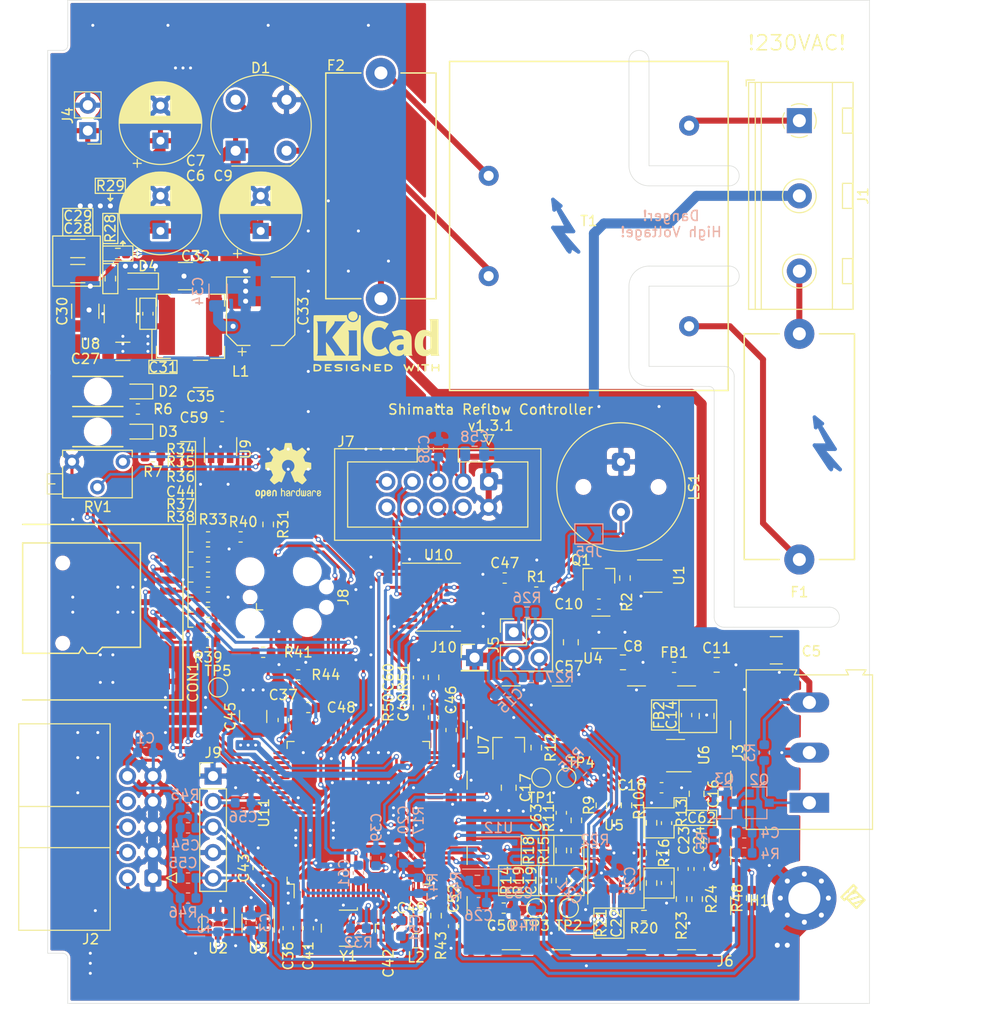
<source format=kicad_pcb>
(kicad_pcb (version 20171130) (host pcbnew 5.1.9)

  (general
    (thickness 1.6)
    (drawings 149)
    (tracks 1771)
    (zones 0)
    (modules 166)
    (nets 149)
  )

  (page A4)
  (layers
    (0 F.Cu signal)
    (31 B.Cu signal)
    (32 B.Adhes user)
    (33 F.Adhes user)
    (34 B.Paste user)
    (35 F.Paste user)
    (36 B.SilkS user)
    (37 F.SilkS user)
    (38 B.Mask user)
    (39 F.Mask user)
    (40 Dwgs.User user)
    (41 Cmts.User user)
    (42 Eco1.User user)
    (43 Eco2.User user)
    (44 Edge.Cuts user)
    (45 Margin user)
    (46 B.CrtYd user)
    (47 F.CrtYd user)
    (48 B.Fab user)
    (49 F.Fab user)
  )

  (setup
    (last_trace_width 0.25)
    (user_trace_width 0.3)
    (user_trace_width 0.4)
    (user_trace_width 0.6)
    (user_trace_width 1)
    (user_trace_width 2)
    (trace_clearance 0.2)
    (zone_clearance 0.25)
    (zone_45_only no)
    (trace_min 0.21)
    (via_size 0.5)
    (via_drill 0.3)
    (via_min_size 0.4)
    (via_min_drill 0.3)
    (user_via 0.9 0.5)
    (uvia_size 0.3)
    (uvia_drill 0.1)
    (uvias_allowed no)
    (uvia_min_size 0.2)
    (uvia_min_drill 0.1)
    (edge_width 0.05)
    (segment_width 0.2)
    (pcb_text_width 0.3)
    (pcb_text_size 1.5 1.5)
    (mod_edge_width 0.12)
    (mod_text_size 1 1)
    (mod_text_width 0.15)
    (pad_size 1.15 1.8)
    (pad_drill 0)
    (pad_to_mask_clearance 0)
    (aux_axis_origin 13 13)
    (grid_origin 13 13)
    (visible_elements FFFFFF7F)
    (pcbplotparams
      (layerselection 0x010f0_ffffffff)
      (usegerberextensions true)
      (usegerberattributes true)
      (usegerberadvancedattributes false)
      (creategerberjobfile true)
      (excludeedgelayer true)
      (linewidth 0.100000)
      (plotframeref false)
      (viasonmask false)
      (mode 1)
      (useauxorigin false)
      (hpglpennumber 1)
      (hpglpenspeed 20)
      (hpglpendiameter 15.000000)
      (psnegative false)
      (psa4output false)
      (plotreference true)
      (plotvalue true)
      (plotinvisibletext false)
      (padsonsilk true)
      (subtractmaskfromsilk false)
      (outputformat 1)
      (mirror false)
      (drillshape 0)
      (scaleselection 1)
      (outputdirectory "gerber/"))
  )

  (net 0 "")
  (net 1 GND)
  (net 2 +8V)
  (net 3 +3V3)
  (net 4 +5V)
  (net 5 /Controller/ENC1)
  (net 6 /Controller/ENC2)
  (net 7 /Controller/VREF)
  (net 8 /Controller/SW1)
  (net 9 /Frontend/FORCE+)
  (net 10 /Frontend/FORCE-)
  (net 11 /Frontend/SENS+)
  (net 12 /Frontend/SENS-)
  (net 13 /Controller/SDIO_D1)
  (net 14 /Controller/SDIO_D0)
  (net 15 /Controller/SDIO_CLK)
  (net 16 /Controller/SDIO_CMD)
  (net 17 /Controller/SDIO_D3)
  (net 18 /Controller/SDIO_D2)
  (net 19 /Controller/TEMP_IN)
  (net 20 /L_Trafo)
  (net 21 /L_IN)
  (net 22 /N_IN)
  (net 23 /DIGIO3)
  (net 24 /DIGIO2)
  (net 25 /DIGIO1)
  (net 26 /DIGIO0)
  (net 27 /Controller/SWDIO)
  (net 28 /Controller/SWCLK)
  (net 29 /Controller/PC_RX)
  (net 30 /Controller/PC_TX)
  (net 31 /Controller/~RST)
  (net 32 /Controller/LCD_VO)
  (net 33 /Controller/LCD_RS)
  (net 34 /Controller/LCD_EN)
  (net 35 /Controller/LCD_D3)
  (net 36 /Controller/LCD_D0)
  (net 37 /Controller/LCD_D2)
  (net 38 /Controller/LCD_D1)
  (net 39 /OUT0)
  (net 40 /OUT3)
  (net 41 /OUT2)
  (net 42 /OUT1)
  (net 43 /Controller/VDDA)
  (net 44 +5VL)
  (net 45 /Controller/CARD_DETECT)
  (net 46 +3.3VA)
  (net 47 /Frontend/VREF_OP)
  (net 48 /DIGIO0_PROT)
  (net 49 /DIGIO1_PROT)
  (net 50 /DIGIO2_PROT)
  (net 51 /DIGIO3_PROT)
  (net 52 "Net-(C4-Pad2)")
  (net 53 "Net-(C14-Pad1)")
  (net 54 "Net-(C19-Pad1)")
  (net 55 "Net-(C22-Pad2)")
  (net 56 "Net-(C22-Pad1)")
  (net 57 "Net-(C23-Pad1)")
  (net 58 "Net-(C31-Pad1)")
  (net 59 "Net-(C42-Pad1)")
  (net 60 "Net-(D1-Pad4)")
  (net 61 "Net-(D1-Pad2)")
  (net 62 "Net-(D2-Pad1)")
  (net 63 "Net-(D3-Pad1)")
  (net 64 "Net-(F2-Pad2)")
  (net 65 "Net-(J3-Pad1)")
  (net 66 "Net-(J8-Pad5)")
  (net 67 "Net-(J8-Pad6)")
  (net 68 "Net-(J8-Pad8)")
  (net 69 "Net-(Q2-Pad2)")
  (net 70 "Net-(Q3-Pad1)")
  (net 71 /Controller/SSR_SAFETY_ENABLE)
  (net 72 /Controller/E_~CS)
  (net 73 "Net-(U9-Pad3)")
  (net 74 /Controller/E_SCK)
  (net 75 /Controller/E_MISO)
  (net 76 /Controller/E_MOSI)
  (net 77 "Net-(Q1-Pad3)")
  (net 78 "Net-(U11-Pad1)")
  (net 79 "/Digital Power Supply/DCDC_SW")
  (net 80 /Controller/EXT_WTCHDG_TOGGL)
  (net 81 "Net-(C41-Pad1)")
  (net 82 "Net-(C46-Pad1)")
  (net 83 "Net-(C48-Pad1)")
  (net 84 "Net-(C52-Pad2)")
  (net 85 "Net-(R15-Pad1)")
  (net 86 "Net-(R20-Pad1)")
  (net 87 "Net-(R28-Pad1)")
  (net 88 "Net-(R31-Pad2)")
  (net 89 "Net-(U1-Pad1)")
  (net 90 "Net-(U6-Pad4)")
  (net 91 "Net-(U10-Pad17)")
  (net 92 "Net-(U10-Pad15)")
  (net 93 "Net-(U10-Pad9)")
  (net 94 "Net-(U10-Pad8)")
  (net 95 "Net-(U10-Pad7)")
  (net 96 "Net-(U10-Pad6)")
  (net 97 "Net-(U10-Pad4)")
  (net 98 "Net-(U10-Pad2)")
  (net 99 "Net-(U11-Pad2)")
  (net 100 "Net-(U11-Pad3)")
  (net 101 "Net-(U11-Pad4)")
  (net 102 "Net-(U11-Pad5)")
  (net 103 "Net-(U11-Pad7)")
  (net 104 "Net-(U11-Pad8)")
  (net 105 "Net-(U11-Pad9)")
  (net 106 "Net-(U11-Pad15)")
  (net 107 "Net-(U11-Pad16)")
  (net 108 "Net-(U11-Pad17)")
  (net 109 "Net-(U11-Pad18)")
  (net 110 "Net-(U11-Pad33)")
  (net 111 "Net-(U11-Pad38)")
  (net 112 "Net-(U11-Pad40)")
  (net 113 "Net-(U11-Pad41)")
  (net 114 "Net-(U11-Pad42)")
  (net 115 "Net-(U11-Pad43)")
  (net 116 "Net-(U11-Pad44)")
  (net 117 "Net-(U11-Pad45)")
  (net 118 "Net-(U11-Pad46)")
  (net 119 "Net-(U11-Pad47)")
  (net 120 "Net-(U11-Pad48)")
  (net 121 "Net-(U11-Pad51)")
  (net 122 "Net-(U11-Pad52)")
  (net 123 "Net-(U11-Pad53)")
  (net 124 "Net-(U11-Pad54)")
  (net 125 "Net-(U11-Pad60)")
  (net 126 "Net-(U11-Pad61)")
  (net 127 "Net-(U11-Pad62)")
  (net 128 "Net-(U11-Pad63)")
  (net 129 "Net-(U11-Pad64)")
  (net 130 "Net-(U11-Pad70)")
  (net 131 "Net-(U11-Pad71)")
  (net 132 "Net-(U11-Pad77)")
  (net 133 "Net-(U11-Pad81)")
  (net 134 "Net-(U11-Pad82)")
  (net 135 "Net-(U11-Pad84)")
  (net 136 "Net-(U11-Pad86)")
  (net 137 "Net-(U11-Pad95)")
  (net 138 "Net-(U11-Pad96)")
  (net 139 "Net-(U11-Pad97)")
  (net 140 "Net-(U11-Pad98)")
  (net 141 "Net-(C10-Pad2)")
  (net 142 "Net-(JP5-Pad2)")
  (net 143 "Net-(JP5-Pad1)")
  (net 144 "Net-(C60-Pad1)")
  (net 145 "Net-(C62-Pad2)")
  (net 146 "Net-(C62-Pad1)")
  (net 147 "Net-(C63-Pad2)")
  (net 148 "Net-(C63-Pad1)")

  (net_class Default "This is the default net class."
    (clearance 0.2)
    (trace_width 0.25)
    (via_dia 0.5)
    (via_drill 0.3)
    (uvia_dia 0.3)
    (uvia_drill 0.1)
    (diff_pair_width 0.3)
    (diff_pair_gap 0.25)
    (add_net +3.3VA)
    (add_net +3V3)
    (add_net +5V)
    (add_net +5VL)
    (add_net +8V)
    (add_net /Controller/CARD_DETECT)
    (add_net /Controller/ENC1)
    (add_net /Controller/ENC2)
    (add_net /Controller/EXT_WTCHDG_TOGGL)
    (add_net /Controller/E_MISO)
    (add_net /Controller/E_MOSI)
    (add_net /Controller/E_SCK)
    (add_net /Controller/E_~CS)
    (add_net /Controller/LCD_D0)
    (add_net /Controller/LCD_D1)
    (add_net /Controller/LCD_D2)
    (add_net /Controller/LCD_D3)
    (add_net /Controller/LCD_EN)
    (add_net /Controller/LCD_RS)
    (add_net /Controller/LCD_VO)
    (add_net /Controller/PC_RX)
    (add_net /Controller/PC_TX)
    (add_net /Controller/SDIO_CLK)
    (add_net /Controller/SDIO_CMD)
    (add_net /Controller/SDIO_D0)
    (add_net /Controller/SDIO_D1)
    (add_net /Controller/SDIO_D2)
    (add_net /Controller/SDIO_D3)
    (add_net /Controller/SSR_SAFETY_ENABLE)
    (add_net /Controller/SW1)
    (add_net /Controller/SWCLK)
    (add_net /Controller/SWDIO)
    (add_net /Controller/TEMP_IN)
    (add_net /Controller/VDDA)
    (add_net /Controller/VREF)
    (add_net /Controller/~RST)
    (add_net /DIGIO0)
    (add_net /DIGIO0_PROT)
    (add_net /DIGIO1)
    (add_net /DIGIO1_PROT)
    (add_net /DIGIO2)
    (add_net /DIGIO2_PROT)
    (add_net /DIGIO3)
    (add_net /DIGIO3_PROT)
    (add_net "/Digital Power Supply/DCDC_SW")
    (add_net /Frontend/FORCE+)
    (add_net /Frontend/FORCE-)
    (add_net /Frontend/SENS+)
    (add_net /Frontend/SENS-)
    (add_net /Frontend/VREF_OP)
    (add_net /OUT0)
    (add_net /OUT1)
    (add_net /OUT2)
    (add_net /OUT3)
    (add_net GND)
    (add_net "Net-(C10-Pad2)")
    (add_net "Net-(C14-Pad1)")
    (add_net "Net-(C19-Pad1)")
    (add_net "Net-(C22-Pad1)")
    (add_net "Net-(C22-Pad2)")
    (add_net "Net-(C23-Pad1)")
    (add_net "Net-(C31-Pad1)")
    (add_net "Net-(C4-Pad2)")
    (add_net "Net-(C41-Pad1)")
    (add_net "Net-(C42-Pad1)")
    (add_net "Net-(C46-Pad1)")
    (add_net "Net-(C48-Pad1)")
    (add_net "Net-(C52-Pad2)")
    (add_net "Net-(C60-Pad1)")
    (add_net "Net-(C62-Pad1)")
    (add_net "Net-(C62-Pad2)")
    (add_net "Net-(C63-Pad1)")
    (add_net "Net-(C63-Pad2)")
    (add_net "Net-(D1-Pad2)")
    (add_net "Net-(D1-Pad4)")
    (add_net "Net-(D2-Pad1)")
    (add_net "Net-(D3-Pad1)")
    (add_net "Net-(F2-Pad2)")
    (add_net "Net-(J3-Pad1)")
    (add_net "Net-(J8-Pad5)")
    (add_net "Net-(J8-Pad6)")
    (add_net "Net-(J8-Pad8)")
    (add_net "Net-(JP5-Pad1)")
    (add_net "Net-(JP5-Pad2)")
    (add_net "Net-(Q1-Pad3)")
    (add_net "Net-(Q2-Pad2)")
    (add_net "Net-(Q3-Pad1)")
    (add_net "Net-(R15-Pad1)")
    (add_net "Net-(R20-Pad1)")
    (add_net "Net-(R28-Pad1)")
    (add_net "Net-(R31-Pad2)")
    (add_net "Net-(U1-Pad1)")
    (add_net "Net-(U10-Pad15)")
    (add_net "Net-(U10-Pad17)")
    (add_net "Net-(U10-Pad2)")
    (add_net "Net-(U10-Pad4)")
    (add_net "Net-(U10-Pad6)")
    (add_net "Net-(U10-Pad7)")
    (add_net "Net-(U10-Pad8)")
    (add_net "Net-(U10-Pad9)")
    (add_net "Net-(U11-Pad1)")
    (add_net "Net-(U11-Pad15)")
    (add_net "Net-(U11-Pad16)")
    (add_net "Net-(U11-Pad17)")
    (add_net "Net-(U11-Pad18)")
    (add_net "Net-(U11-Pad2)")
    (add_net "Net-(U11-Pad3)")
    (add_net "Net-(U11-Pad33)")
    (add_net "Net-(U11-Pad38)")
    (add_net "Net-(U11-Pad4)")
    (add_net "Net-(U11-Pad40)")
    (add_net "Net-(U11-Pad41)")
    (add_net "Net-(U11-Pad42)")
    (add_net "Net-(U11-Pad43)")
    (add_net "Net-(U11-Pad44)")
    (add_net "Net-(U11-Pad45)")
    (add_net "Net-(U11-Pad46)")
    (add_net "Net-(U11-Pad47)")
    (add_net "Net-(U11-Pad48)")
    (add_net "Net-(U11-Pad5)")
    (add_net "Net-(U11-Pad51)")
    (add_net "Net-(U11-Pad52)")
    (add_net "Net-(U11-Pad53)")
    (add_net "Net-(U11-Pad54)")
    (add_net "Net-(U11-Pad60)")
    (add_net "Net-(U11-Pad61)")
    (add_net "Net-(U11-Pad62)")
    (add_net "Net-(U11-Pad63)")
    (add_net "Net-(U11-Pad64)")
    (add_net "Net-(U11-Pad7)")
    (add_net "Net-(U11-Pad70)")
    (add_net "Net-(U11-Pad71)")
    (add_net "Net-(U11-Pad77)")
    (add_net "Net-(U11-Pad8)")
    (add_net "Net-(U11-Pad81)")
    (add_net "Net-(U11-Pad82)")
    (add_net "Net-(U11-Pad84)")
    (add_net "Net-(U11-Pad86)")
    (add_net "Net-(U11-Pad9)")
    (add_net "Net-(U11-Pad95)")
    (add_net "Net-(U11-Pad96)")
    (add_net "Net-(U11-Pad97)")
    (add_net "Net-(U11-Pad98)")
    (add_net "Net-(U6-Pad4)")
    (add_net "Net-(U9-Pad3)")
  )

  (net_class HV ""
    (clearance 2.55)
    (trace_width 1)
    (via_dia 0.5)
    (via_drill 0.3)
    (uvia_dia 0.3)
    (uvia_drill 0.1)
    (diff_pair_width 0.21)
    (diff_pair_gap 0.25)
    (add_net /L_IN)
    (add_net /L_Trafo)
    (add_net /N_IN)
  )

  (module shimatta_tht:BV-EI-305-XXXX locked (layer F.Cu) (tedit 60034E03) (tstamp 5FD3143E)
    (at 70 35.5 180)
    (path /5D6EA3F7)
    (fp_text reference T1 (at 0 0.5) (layer F.SilkS)
      (effects (font (size 1 1) (thickness 0.15)))
    )
    (fp_text value BV-EI-305-2050 (at 0 -0.5) (layer F.Fab)
      (effects (font (size 1 1) (thickness 0.15)))
    )
    (fp_line (start 13.9 -16.4) (end 13.9 16.4) (layer F.SilkS) (width 0.15))
    (fp_line (start -13.9 16.4) (end 13.9 16.4) (layer F.SilkS) (width 0.15))
    (fp_line (start -13.9 -16.4) (end -13.9 16.4) (layer F.SilkS) (width 0.15))
    (fp_line (start -13.9 -16.4) (end 13.9 -16.4) (layer F.SilkS) (width 0.15))
    (pad 1 thru_hole circle (at -10 10 180) (size 2 2) (drill 1) (layers *.Cu *.Mask)
      (net 22 /N_IN))
    (pad 2 thru_hole circle (at -10 -10 180) (size 2 2) (drill 1) (layers *.Cu *.Mask)
      (net 20 /L_Trafo))
    (pad 3 thru_hole circle (at 10 5 180) (size 2 2) (drill 1) (layers *.Cu *.Mask)
      (net 64 "Net-(F2-Pad2)"))
    (pad 4 thru_hole circle (at 10 -5 180) (size 2 2) (drill 1) (layers *.Cu *.Mask)
      (net 61 "Net-(D1-Pad2)"))
    (model ${KISYS3DMOD}/tht.shapes3d/BV-EI-305-XXXX.wrl
      (at (xyz 0 0 0))
      (scale (xyz 0.3937 0.3937 0.3937))
      (rotate (xyz 0 0 0))
    )
  )

  (module Capacitor_SMD:C_0603_1608Metric (layer F.Cu) (tedit 5F68FEEE) (tstamp 5FD64B98)
    (at 67.25 94 270)
    (descr "Capacitor SMD 0603 (1608 Metric), square (rectangular) end terminal, IPC_7351 nominal, (Body size source: IPC-SM-782 page 76, https://www.pcb-3d.com/wordpress/wp-content/uploads/ipc-sm-782a_amendment_1_and_2.pdf), generated with kicad-footprint-generator")
    (tags capacitor)
    (path /5D8C5188/5FE2133C)
    (attr smd)
    (fp_text reference C63 (at 0.5 2.5 90) (layer F.SilkS)
      (effects (font (size 1 1) (thickness 0.15)))
    )
    (fp_text value DNP (at 0 1.43 90) (layer F.Fab)
      (effects (font (size 1 1) (thickness 0.15)))
    )
    (fp_line (start -0.8 0.4) (end -0.8 -0.4) (layer F.Fab) (width 0.1))
    (fp_line (start -0.8 -0.4) (end 0.8 -0.4) (layer F.Fab) (width 0.1))
    (fp_line (start 0.8 -0.4) (end 0.8 0.4) (layer F.Fab) (width 0.1))
    (fp_line (start 0.8 0.4) (end -0.8 0.4) (layer F.Fab) (width 0.1))
    (fp_line (start -0.14058 -0.51) (end 0.14058 -0.51) (layer F.SilkS) (width 0.12))
    (fp_line (start -0.14058 0.51) (end 0.14058 0.51) (layer F.SilkS) (width 0.12))
    (fp_line (start -1.48 0.73) (end -1.48 -0.73) (layer F.CrtYd) (width 0.05))
    (fp_line (start -1.48 -0.73) (end 1.48 -0.73) (layer F.CrtYd) (width 0.05))
    (fp_line (start 1.48 -0.73) (end 1.48 0.73) (layer F.CrtYd) (width 0.05))
    (fp_line (start 1.48 0.73) (end -1.48 0.73) (layer F.CrtYd) (width 0.05))
    (fp_text user %R (at 0 0 90) (layer F.Fab)
      (effects (font (size 0.4 0.4) (thickness 0.06)))
    )
    (pad 2 smd roundrect (at 0.775 0 270) (size 0.9 0.95) (layers F.Cu F.Paste F.Mask) (roundrect_rratio 0.25)
      (net 147 "Net-(C63-Pad2)"))
    (pad 1 smd roundrect (at -0.775 0 270) (size 0.9 0.95) (layers F.Cu F.Paste F.Mask) (roundrect_rratio 0.25)
      (net 148 "Net-(C63-Pad1)"))
    (model ${KISYS3DMOD}/Capacitor_SMD.3dshapes/C_0603_1608Metric.wrl
      (at (xyz 0 0 0))
      (scale (xyz 1 1 1))
      (rotate (xyz 0 0 0))
    )
  )

  (module Capacitor_SMD:C_0603_1608Metric (layer F.Cu) (tedit 5F68FEEE) (tstamp 5FD64B87)
    (at 77.75 95.025 270)
    (descr "Capacitor SMD 0603 (1608 Metric), square (rectangular) end terminal, IPC_7351 nominal, (Body size source: IPC-SM-782 page 76, https://www.pcb-3d.com/wordpress/wp-content/uploads/ipc-sm-782a_amendment_1_and_2.pdf), generated with kicad-footprint-generator")
    (tags capacitor)
    (path /5D8C5188/5FE331AE)
    (attr smd)
    (fp_text reference C62 (at -0.525 -3.5 180) (layer F.SilkS)
      (effects (font (size 1 1) (thickness 0.15)))
    )
    (fp_text value DNP (at 0 1.43 90) (layer F.Fab)
      (effects (font (size 1 1) (thickness 0.15)))
    )
    (fp_line (start -0.8 0.4) (end -0.8 -0.4) (layer F.Fab) (width 0.1))
    (fp_line (start -0.8 -0.4) (end 0.8 -0.4) (layer F.Fab) (width 0.1))
    (fp_line (start 0.8 -0.4) (end 0.8 0.4) (layer F.Fab) (width 0.1))
    (fp_line (start 0.8 0.4) (end -0.8 0.4) (layer F.Fab) (width 0.1))
    (fp_line (start -0.14058 -0.51) (end 0.14058 -0.51) (layer F.SilkS) (width 0.12))
    (fp_line (start -0.14058 0.51) (end 0.14058 0.51) (layer F.SilkS) (width 0.12))
    (fp_line (start -1.48 0.73) (end -1.48 -0.73) (layer F.CrtYd) (width 0.05))
    (fp_line (start -1.48 -0.73) (end 1.48 -0.73) (layer F.CrtYd) (width 0.05))
    (fp_line (start 1.48 -0.73) (end 1.48 0.73) (layer F.CrtYd) (width 0.05))
    (fp_line (start 1.48 0.73) (end -1.48 0.73) (layer F.CrtYd) (width 0.05))
    (fp_text user %R (at 0 0 90) (layer F.Fab)
      (effects (font (size 0.4 0.4) (thickness 0.06)))
    )
    (pad 2 smd roundrect (at 0.775 0 270) (size 0.9 0.95) (layers F.Cu F.Paste F.Mask) (roundrect_rratio 0.25)
      (net 145 "Net-(C62-Pad2)"))
    (pad 1 smd roundrect (at -0.775 0 270) (size 0.9 0.95) (layers F.Cu F.Paste F.Mask) (roundrect_rratio 0.25)
      (net 146 "Net-(C62-Pad1)"))
    (model ${KISYS3DMOD}/Capacitor_SMD.3dshapes/C_0603_1608Metric.wrl
      (at (xyz 0 0 0))
      (scale (xyz 1 1 1))
      (rotate (xyz 0 0 0))
    )
  )

  (module Capacitor_SMD:C_0603_1608Metric (layer B.Cu) (tedit 5F68FEEE) (tstamp 5FD2F3FD)
    (at 47 100 270)
    (descr "Capacitor SMD 0603 (1608 Metric), square (rectangular) end terminal, IPC_7351 nominal, (Body size source: IPC-SM-782 page 76, https://www.pcb-3d.com/wordpress/wp-content/uploads/ipc-sm-782a_amendment_1_and_2.pdf), generated with kicad-footprint-generator")
    (tags capacitor)
    (path /5D77EC9D/5FD72F9A)
    (attr smd)
    (fp_text reference C61 (at 0 1.43 90) (layer B.SilkS)
      (effects (font (size 1 1) (thickness 0.15)) (justify mirror))
    )
    (fp_text value 100n (at 0 -1.43 90) (layer B.Fab)
      (effects (font (size 1 1) (thickness 0.15)) (justify mirror))
    )
    (fp_line (start -0.8 -0.4) (end -0.8 0.4) (layer B.Fab) (width 0.1))
    (fp_line (start -0.8 0.4) (end 0.8 0.4) (layer B.Fab) (width 0.1))
    (fp_line (start 0.8 0.4) (end 0.8 -0.4) (layer B.Fab) (width 0.1))
    (fp_line (start 0.8 -0.4) (end -0.8 -0.4) (layer B.Fab) (width 0.1))
    (fp_line (start -0.14058 0.51) (end 0.14058 0.51) (layer B.SilkS) (width 0.12))
    (fp_line (start -0.14058 -0.51) (end 0.14058 -0.51) (layer B.SilkS) (width 0.12))
    (fp_line (start -1.48 -0.73) (end -1.48 0.73) (layer B.CrtYd) (width 0.05))
    (fp_line (start -1.48 0.73) (end 1.48 0.73) (layer B.CrtYd) (width 0.05))
    (fp_line (start 1.48 0.73) (end 1.48 -0.73) (layer B.CrtYd) (width 0.05))
    (fp_line (start 1.48 -0.73) (end -1.48 -0.73) (layer B.CrtYd) (width 0.05))
    (fp_text user %R (at 0 0 90) (layer B.Fab)
      (effects (font (size 0.4 0.4) (thickness 0.06)) (justify mirror))
    )
    (pad 2 smd roundrect (at 0.775 0 270) (size 0.9 0.95) (layers B.Cu B.Paste B.Mask) (roundrect_rratio 0.25)
      (net 1 GND))
    (pad 1 smd roundrect (at -0.775 0 270) (size 0.9 0.95) (layers B.Cu B.Paste B.Mask) (roundrect_rratio 0.25)
      (net 3 +3V3))
    (model ${KISYS3DMOD}/Capacitor_SMD.3dshapes/C_0603_1608Metric.wrl
      (at (xyz 0 0 0))
      (scale (xyz 1 1 1))
      (rotate (xyz 0 0 0))
    )
  )

  (module shimatta_buzzer:PKM13EPYH4002-B0 (layer F.Cu) (tedit 5FCFC26C) (tstamp 5FCC3E58)
    (at 73.198 61.514 270)
    (tags buzzer,piezo)
    (path /5D891662)
    (fp_text reference LS1 (at 0 -7.3 90) (layer F.SilkS)
      (effects (font (size 1 1) (thickness 0.15)))
    )
    (fp_text value Buzzer (at 0 0 180) (layer F.Fab)
      (effects (font (size 1 1) (thickness 0.15)))
    )
    (fp_circle (center 0 0) (end 6.5 0) (layer F.Fab) (width 0.12))
    (fp_circle (center 0 0) (end 6.5 0) (layer F.CrtYd) (width 0.12))
    (fp_circle (center 0 0) (end 6.4 0) (layer F.SilkS) (width 0.12))
    (pad "" np_thru_hole circle (at 0 -3.75 270) (size 1.1 1.1) (drill 1.1) (layers *.Cu *.Mask))
    (pad "" np_thru_hole circle (at 0 3.75 270) (size 1.1 1.1) (drill 1.1) (layers *.Cu *.Mask))
    (pad 2 thru_hole circle (at 2.5 0 270) (size 1.8 1.8) (drill 0.8) (layers *.Cu *.Mask)
      (net 142 "Net-(JP5-Pad2)"))
    (pad 1 thru_hole roundrect (at -2.5 0 270) (size 1.8 1.8) (drill 0.8) (layers *.Cu *.Mask) (roundrect_rratio 0.25)
      (net 1 GND))
    (model ${KISYS3DMOD}/buzzer.shapes3d/PKM13EPYH4002-B0.wrl
      (at (xyz 0 0 0))
      (scale (xyz 0.3937 0.3937 0.3937))
      (rotate (xyz 0 0 0))
    )
  )

  (module Resistor_SMD:R_0603_1608Metric (layer F.Cu) (tedit 5F68FEEE) (tstamp 5FCDB62B)
    (at 54.5 80.5 270)
    (descr "Resistor SMD 0603 (1608 Metric), square (rectangular) end terminal, IPC_7351 nominal, (Body size source: IPC-SM-782 page 72, https://www.pcb-3d.com/wordpress/wp-content/uploads/ipc-sm-782a_amendment_1_and_2.pdf), generated with kicad-footprint-generator")
    (tags resistor)
    (path /5D77EC9D/5FD62ABC)
    (attr smd)
    (fp_text reference R51 (at 0 3 90) (layer F.SilkS)
      (effects (font (size 1 1) (thickness 0.15)))
    )
    (fp_text value 10k (at -2.25 0 90) (layer F.Fab)
      (effects (font (size 1 1) (thickness 0.15)))
    )
    (fp_line (start 1.48 0.73) (end -1.48 0.73) (layer F.CrtYd) (width 0.05))
    (fp_line (start 1.48 -0.73) (end 1.48 0.73) (layer F.CrtYd) (width 0.05))
    (fp_line (start -1.48 -0.73) (end 1.48 -0.73) (layer F.CrtYd) (width 0.05))
    (fp_line (start -1.48 0.73) (end -1.48 -0.73) (layer F.CrtYd) (width 0.05))
    (fp_line (start -0.237258 0.5225) (end 0.237258 0.5225) (layer F.SilkS) (width 0.12))
    (fp_line (start -0.237258 -0.5225) (end 0.237258 -0.5225) (layer F.SilkS) (width 0.12))
    (fp_line (start 0.8 0.4125) (end -0.8 0.4125) (layer F.Fab) (width 0.1))
    (fp_line (start 0.8 -0.4125) (end 0.8 0.4125) (layer F.Fab) (width 0.1))
    (fp_line (start -0.8 -0.4125) (end 0.8 -0.4125) (layer F.Fab) (width 0.1))
    (fp_line (start -0.8 0.4125) (end -0.8 -0.4125) (layer F.Fab) (width 0.1))
    (fp_text user %R (at 0 0 90) (layer F.Fab)
      (effects (font (size 0.4 0.4) (thickness 0.06)))
    )
    (pad 2 smd roundrect (at 0.825 0 270) (size 0.8 0.95) (layers F.Cu F.Paste F.Mask) (roundrect_rratio 0.25)
      (net 144 "Net-(C60-Pad1)"))
    (pad 1 smd roundrect (at -0.825 0 270) (size 0.8 0.95) (layers F.Cu F.Paste F.Mask) (roundrect_rratio 0.25)
      (net 1 GND))
    (model ${KISYS3DMOD}/Resistor_SMD.3dshapes/R_0603_1608Metric.wrl
      (at (xyz 0 0 0))
      (scale (xyz 1 1 1))
      (rotate (xyz 0 0 0))
    )
  )

  (module Resistor_SMD:R_0603_1608Metric (layer F.Cu) (tedit 5F68FEEE) (tstamp 5FCDB61A)
    (at 53 83.5 270)
    (descr "Resistor SMD 0603 (1608 Metric), square (rectangular) end terminal, IPC_7351 nominal, (Body size source: IPC-SM-782 page 72, https://www.pcb-3d.com/wordpress/wp-content/uploads/ipc-sm-782a_amendment_1_and_2.pdf), generated with kicad-footprint-generator")
    (tags resistor)
    (path /5D77EC9D/5FD5CEDB)
    (attr smd)
    (fp_text reference R50 (at 0 3 90) (layer F.SilkS)
      (effects (font (size 1 1) (thickness 0.15)))
    )
    (fp_text value 10k (at 0 1.43 90) (layer F.Fab)
      (effects (font (size 1 1) (thickness 0.15)))
    )
    (fp_line (start 1.48 0.73) (end -1.48 0.73) (layer F.CrtYd) (width 0.05))
    (fp_line (start 1.48 -0.73) (end 1.48 0.73) (layer F.CrtYd) (width 0.05))
    (fp_line (start -1.48 -0.73) (end 1.48 -0.73) (layer F.CrtYd) (width 0.05))
    (fp_line (start -1.48 0.73) (end -1.48 -0.73) (layer F.CrtYd) (width 0.05))
    (fp_line (start -0.237258 0.5225) (end 0.237258 0.5225) (layer F.SilkS) (width 0.12))
    (fp_line (start -0.237258 -0.5225) (end 0.237258 -0.5225) (layer F.SilkS) (width 0.12))
    (fp_line (start 0.8 0.4125) (end -0.8 0.4125) (layer F.Fab) (width 0.1))
    (fp_line (start 0.8 -0.4125) (end 0.8 0.4125) (layer F.Fab) (width 0.1))
    (fp_line (start -0.8 -0.4125) (end 0.8 -0.4125) (layer F.Fab) (width 0.1))
    (fp_line (start -0.8 0.4125) (end -0.8 -0.4125) (layer F.Fab) (width 0.1))
    (fp_text user %R (at 0 0 90) (layer F.Fab)
      (effects (font (size 0.4 0.4) (thickness 0.06)))
    )
    (pad 2 smd roundrect (at 0.825 0 270) (size 0.8 0.95) (layers F.Cu F.Paste F.Mask) (roundrect_rratio 0.25)
      (net 3 +3V3))
    (pad 1 smd roundrect (at -0.825 0 270) (size 0.8 0.95) (layers F.Cu F.Paste F.Mask) (roundrect_rratio 0.25)
      (net 144 "Net-(C60-Pad1)"))
    (model ${KISYS3DMOD}/Resistor_SMD.3dshapes/R_0603_1608Metric.wrl
      (at (xyz 0 0 0))
      (scale (xyz 1 1 1))
      (rotate (xyz 0 0 0))
    )
  )

  (module Capacitor_SMD:C_0603_1608Metric (layer F.Cu) (tedit 5F68FEEE) (tstamp 5FCDA8B7)
    (at 53 80.5 90)
    (descr "Capacitor SMD 0603 (1608 Metric), square (rectangular) end terminal, IPC_7351 nominal, (Body size source: IPC-SM-782 page 76, https://www.pcb-3d.com/wordpress/wp-content/uploads/ipc-sm-782a_amendment_1_and_2.pdf), generated with kicad-footprint-generator")
    (tags capacitor)
    (path /5D77EC9D/5FE39FAF)
    (attr smd)
    (fp_text reference C60 (at 0 -3 90) (layer F.SilkS)
      (effects (font (size 1 1) (thickness 0.15)))
    )
    (fp_text value 100n (at 2.75 0 90) (layer F.Fab)
      (effects (font (size 1 1) (thickness 0.15)))
    )
    (fp_line (start 1.48 0.73) (end -1.48 0.73) (layer F.CrtYd) (width 0.05))
    (fp_line (start 1.48 -0.73) (end 1.48 0.73) (layer F.CrtYd) (width 0.05))
    (fp_line (start -1.48 -0.73) (end 1.48 -0.73) (layer F.CrtYd) (width 0.05))
    (fp_line (start -1.48 0.73) (end -1.48 -0.73) (layer F.CrtYd) (width 0.05))
    (fp_line (start -0.14058 0.51) (end 0.14058 0.51) (layer F.SilkS) (width 0.12))
    (fp_line (start -0.14058 -0.51) (end 0.14058 -0.51) (layer F.SilkS) (width 0.12))
    (fp_line (start 0.8 0.4) (end -0.8 0.4) (layer F.Fab) (width 0.1))
    (fp_line (start 0.8 -0.4) (end 0.8 0.4) (layer F.Fab) (width 0.1))
    (fp_line (start -0.8 -0.4) (end 0.8 -0.4) (layer F.Fab) (width 0.1))
    (fp_line (start -0.8 0.4) (end -0.8 -0.4) (layer F.Fab) (width 0.1))
    (fp_text user %R (at 0 0 90) (layer F.Fab)
      (effects (font (size 0.4 0.4) (thickness 0.06)))
    )
    (pad 2 smd roundrect (at 0.775 0 90) (size 0.9 0.95) (layers F.Cu F.Paste F.Mask) (roundrect_rratio 0.25)
      (net 1 GND))
    (pad 1 smd roundrect (at -0.775 0 90) (size 0.9 0.95) (layers F.Cu F.Paste F.Mask) (roundrect_rratio 0.25)
      (net 144 "Net-(C60-Pad1)"))
    (model ${KISYS3DMOD}/Capacitor_SMD.3dshapes/C_0603_1608Metric.wrl
      (at (xyz 0 0 0))
      (scale (xyz 1 1 1))
      (rotate (xyz 0 0 0))
    )
  )

  (module Jumper:SolderJumper-2_P1.3mm_Open_TrianglePad1.0x1.5mm (layer B.Cu) (tedit 5A64794F) (tstamp 5FCF9810)
    (at 70 66.2)
    (descr "SMD Solder Jumper, 1x1.5mm Triangular Pads, 0.3mm gap, open")
    (tags "solder jumper open")
    (path /600F11A8)
    (attr virtual)
    (fp_text reference JP5 (at 0 1.8) (layer B.SilkS)
      (effects (font (size 1 1) (thickness 0.15)) (justify mirror))
    )
    (fp_text value DNP (at 0 -1.9) (layer B.Fab)
      (effects (font (size 1 1) (thickness 0.15)) (justify mirror))
    )
    (fp_line (start 1.65 -1.25) (end -1.65 -1.25) (layer B.CrtYd) (width 0.05))
    (fp_line (start 1.65 -1.25) (end 1.65 1.25) (layer B.CrtYd) (width 0.05))
    (fp_line (start -1.65 1.25) (end -1.65 -1.25) (layer B.CrtYd) (width 0.05))
    (fp_line (start -1.65 1.25) (end 1.65 1.25) (layer B.CrtYd) (width 0.05))
    (fp_line (start -1.4 1) (end 1.4 1) (layer B.SilkS) (width 0.12))
    (fp_line (start 1.4 1) (end 1.4 -1) (layer B.SilkS) (width 0.12))
    (fp_line (start 1.4 -1) (end -1.4 -1) (layer B.SilkS) (width 0.12))
    (fp_line (start -1.4 -1) (end -1.4 1) (layer B.SilkS) (width 0.12))
    (pad 1 smd custom (at -0.725 0) (size 0.3 0.3) (layers B.Cu B.Mask)
      (net 143 "Net-(JP5-Pad1)") (zone_connect 2)
      (options (clearance outline) (anchor rect))
      (primitives
        (gr_poly (pts
           (xy -0.5 0.75) (xy 0.5 0.75) (xy 1 0) (xy 0.5 -0.75) (xy -0.5 -0.75)
) (width 0))
      ))
    (pad 2 smd custom (at 0.725 0) (size 0.3 0.3) (layers B.Cu B.Mask)
      (net 142 "Net-(JP5-Pad2)") (zone_connect 2)
      (options (clearance outline) (anchor rect))
      (primitives
        (gr_poly (pts
           (xy -0.65 0.75) (xy 0.5 0.75) (xy 0.5 -0.75) (xy -0.65 -0.75) (xy -0.15 0)
) (width 0))
      ))
  )

  (module Capacitor_SMD:C_0603_1608Metric (layer F.Cu) (tedit 5F68FEEE) (tstamp 5FCF2BEC)
    (at 33.4 54.5)
    (descr "Capacitor SMD 0603 (1608 Metric), square (rectangular) end terminal, IPC_7351 nominal, (Body size source: IPC-SM-782 page 76, https://www.pcb-3d.com/wordpress/wp-content/uploads/ipc-sm-782a_amendment_1_and_2.pdf), generated with kicad-footprint-generator")
    (tags capacitor)
    (path /5D77EC9D/5FFAEEF2)
    (attr smd)
    (fp_text reference C59 (at -2.8 0.1) (layer F.SilkS)
      (effects (font (size 1 1) (thickness 0.15)))
    )
    (fp_text value 100n (at -0.15 1.25) (layer F.Fab)
      (effects (font (size 1 1) (thickness 0.15)))
    )
    (fp_line (start 1.48 0.73) (end -1.48 0.73) (layer F.CrtYd) (width 0.05))
    (fp_line (start 1.48 -0.73) (end 1.48 0.73) (layer F.CrtYd) (width 0.05))
    (fp_line (start -1.48 -0.73) (end 1.48 -0.73) (layer F.CrtYd) (width 0.05))
    (fp_line (start -1.48 0.73) (end -1.48 -0.73) (layer F.CrtYd) (width 0.05))
    (fp_line (start -0.14058 0.51) (end 0.14058 0.51) (layer F.SilkS) (width 0.12))
    (fp_line (start -0.14058 -0.51) (end 0.14058 -0.51) (layer F.SilkS) (width 0.12))
    (fp_line (start 0.8 0.4) (end -0.8 0.4) (layer F.Fab) (width 0.1))
    (fp_line (start 0.8 -0.4) (end 0.8 0.4) (layer F.Fab) (width 0.1))
    (fp_line (start -0.8 -0.4) (end 0.8 -0.4) (layer F.Fab) (width 0.1))
    (fp_line (start -0.8 0.4) (end -0.8 -0.4) (layer F.Fab) (width 0.1))
    (fp_text user %R (at 0 0) (layer F.Fab)
      (effects (font (size 0.4 0.4) (thickness 0.06)))
    )
    (pad 2 smd roundrect (at 0.775 0) (size 0.9 0.95) (layers F.Cu F.Paste F.Mask) (roundrect_rratio 0.25)
      (net 1 GND))
    (pad 1 smd roundrect (at -0.775 0) (size 0.9 0.95) (layers F.Cu F.Paste F.Mask) (roundrect_rratio 0.25)
      (net 3 +3V3))
    (model ${KISYS3DMOD}/Capacitor_SMD.3dshapes/C_0603_1608Metric.wrl
      (at (xyz 0 0 0))
      (scale (xyz 1 1 1))
      (rotate (xyz 0 0 0))
    )
  )

  (module Capacitor_SMD:C_0805_2012Metric (layer B.Cu) (tedit 5F68FEEE) (tstamp 5FCEA5B5)
    (at 58.6 58.2 180)
    (descr "Capacitor SMD 0805 (2012 Metric), square (rectangular) end terminal, IPC_7351 nominal, (Body size source: IPC-SM-782 page 76, https://www.pcb-3d.com/wordpress/wp-content/uploads/ipc-sm-782a_amendment_1_and_2.pdf, https://docs.google.com/spreadsheets/d/1BsfQQcO9C6DZCsRaXUlFlo91Tg2WpOkGARC1WS5S8t0/edit?usp=sharing), generated with kicad-footprint-generator")
    (tags capacitor)
    (path /5D77EC9D/5FEFE3CF)
    (attr smd)
    (fp_text reference C58 (at 0 1.68) (layer B.SilkS)
      (effects (font (size 1 1) (thickness 0.15)) (justify mirror))
    )
    (fp_text value 1u (at 0 -1.68) (layer B.Fab)
      (effects (font (size 1 1) (thickness 0.15)) (justify mirror))
    )
    (fp_line (start 1.7 -0.98) (end -1.7 -0.98) (layer B.CrtYd) (width 0.05))
    (fp_line (start 1.7 0.98) (end 1.7 -0.98) (layer B.CrtYd) (width 0.05))
    (fp_line (start -1.7 0.98) (end 1.7 0.98) (layer B.CrtYd) (width 0.05))
    (fp_line (start -1.7 -0.98) (end -1.7 0.98) (layer B.CrtYd) (width 0.05))
    (fp_line (start -0.261252 -0.735) (end 0.261252 -0.735) (layer B.SilkS) (width 0.12))
    (fp_line (start -0.261252 0.735) (end 0.261252 0.735) (layer B.SilkS) (width 0.12))
    (fp_line (start 1 -0.625) (end -1 -0.625) (layer B.Fab) (width 0.1))
    (fp_line (start 1 0.625) (end 1 -0.625) (layer B.Fab) (width 0.1))
    (fp_line (start -1 0.625) (end 1 0.625) (layer B.Fab) (width 0.1))
    (fp_line (start -1 -0.625) (end -1 0.625) (layer B.Fab) (width 0.1))
    (fp_text user %R (at 0 0) (layer B.Fab)
      (effects (font (size 0.5 0.5) (thickness 0.08)) (justify mirror))
    )
    (pad 2 smd roundrect (at 0.95 0 180) (size 1 1.45) (layers B.Cu B.Paste B.Mask) (roundrect_rratio 0.25)
      (net 44 +5VL))
    (pad 1 smd roundrect (at -0.95 0 180) (size 1 1.45) (layers B.Cu B.Paste B.Mask) (roundrect_rratio 0.25)
      (net 1 GND))
    (model ${KISYS3DMOD}/Capacitor_SMD.3dshapes/C_0805_2012Metric.wrl
      (at (xyz 0 0 0))
      (scale (xyz 1 1 1))
      (rotate (xyz 0 0 0))
    )
  )

  (module Capacitor_SMD:C_0805_2012Metric (layer F.Cu) (tedit 5F68FEEE) (tstamp 5FCE5B90)
    (at 73.4 79)
    (descr "Capacitor SMD 0805 (2012 Metric), square (rectangular) end terminal, IPC_7351 nominal, (Body size source: IPC-SM-782 page 76, https://www.pcb-3d.com/wordpress/wp-content/uploads/ipc-sm-782a_amendment_1_and_2.pdf, https://docs.google.com/spreadsheets/d/1BsfQQcO9C6DZCsRaXUlFlo91Tg2WpOkGARC1WS5S8t0/edit?usp=sharing), generated with kicad-footprint-generator")
    (tags capacitor)
    (path /5D992429)
    (attr smd)
    (fp_text reference C8 (at 1 -1.6) (layer F.SilkS)
      (effects (font (size 1 1) (thickness 0.15)))
    )
    (fp_text value 100n (at 0 1.68) (layer F.Fab)
      (effects (font (size 1 1) (thickness 0.15)))
    )
    (fp_line (start 1.7 0.98) (end -1.7 0.98) (layer F.CrtYd) (width 0.05))
    (fp_line (start 1.7 -0.98) (end 1.7 0.98) (layer F.CrtYd) (width 0.05))
    (fp_line (start -1.7 -0.98) (end 1.7 -0.98) (layer F.CrtYd) (width 0.05))
    (fp_line (start -1.7 0.98) (end -1.7 -0.98) (layer F.CrtYd) (width 0.05))
    (fp_line (start -0.261252 0.735) (end 0.261252 0.735) (layer F.SilkS) (width 0.12))
    (fp_line (start -0.261252 -0.735) (end 0.261252 -0.735) (layer F.SilkS) (width 0.12))
    (fp_line (start 1 0.625) (end -1 0.625) (layer F.Fab) (width 0.1))
    (fp_line (start 1 -0.625) (end 1 0.625) (layer F.Fab) (width 0.1))
    (fp_line (start -1 -0.625) (end 1 -0.625) (layer F.Fab) (width 0.1))
    (fp_line (start -1 0.625) (end -1 -0.625) (layer F.Fab) (width 0.1))
    (fp_text user %R (at 0 0) (layer F.Fab)
      (effects (font (size 0.5 0.5) (thickness 0.08)))
    )
    (pad 2 smd roundrect (at 0.95 0) (size 1 1.45) (layers F.Cu F.Paste F.Mask) (roundrect_rratio 0.25)
      (net 1 GND))
    (pad 1 smd roundrect (at -0.95 0) (size 1 1.45) (layers F.Cu F.Paste F.Mask) (roundrect_rratio 0.25)
      (net 2 +8V))
    (model ${KISYS3DMOD}/Capacitor_SMD.3dshapes/C_0805_2012Metric.wrl
      (at (xyz 0 0 0))
      (scale (xyz 1 1 1))
      (rotate (xyz 0 0 0))
    )
  )

  (module Package_TO_SOT_SMD:SOT-23-5 (layer F.Cu) (tedit 5A02FF57) (tstamp 5FCDC79F)
    (at 71.2 76 180)
    (descr "5-pin SOT23 package")
    (tags SOT-23-5)
    (path /5FD96B77)
    (attr smd)
    (fp_text reference U4 (at 0.8 -2.6) (layer F.SilkS)
      (effects (font (size 1 1) (thickness 0.15)))
    )
    (fp_text value LP2985-5.0 (at -5.55 0) (layer F.Fab)
      (effects (font (size 1 1) (thickness 0.15)))
    )
    (fp_line (start 0.9 -1.55) (end 0.9 1.55) (layer F.Fab) (width 0.1))
    (fp_line (start 0.9 1.55) (end -0.9 1.55) (layer F.Fab) (width 0.1))
    (fp_line (start -0.9 -0.9) (end -0.9 1.55) (layer F.Fab) (width 0.1))
    (fp_line (start 0.9 -1.55) (end -0.25 -1.55) (layer F.Fab) (width 0.1))
    (fp_line (start -0.9 -0.9) (end -0.25 -1.55) (layer F.Fab) (width 0.1))
    (fp_line (start -1.9 1.8) (end -1.9 -1.8) (layer F.CrtYd) (width 0.05))
    (fp_line (start 1.9 1.8) (end -1.9 1.8) (layer F.CrtYd) (width 0.05))
    (fp_line (start 1.9 -1.8) (end 1.9 1.8) (layer F.CrtYd) (width 0.05))
    (fp_line (start -1.9 -1.8) (end 1.9 -1.8) (layer F.CrtYd) (width 0.05))
    (fp_line (start 0.9 -1.61) (end -1.55 -1.61) (layer F.SilkS) (width 0.12))
    (fp_line (start -0.9 1.61) (end 0.9 1.61) (layer F.SilkS) (width 0.12))
    (fp_text user %R (at 0 0 90) (layer F.Fab)
      (effects (font (size 0.5 0.5) (thickness 0.075)))
    )
    (pad 5 smd rect (at 1.1 -0.95 180) (size 1.06 0.65) (layers F.Cu F.Paste F.Mask)
      (net 44 +5VL))
    (pad 4 smd rect (at 1.1 0.95 180) (size 1.06 0.65) (layers F.Cu F.Paste F.Mask)
      (net 141 "Net-(C10-Pad2)"))
    (pad 3 smd rect (at -1.1 0.95 180) (size 1.06 0.65) (layers F.Cu F.Paste F.Mask)
      (net 2 +8V))
    (pad 2 smd rect (at -1.1 0 180) (size 1.06 0.65) (layers F.Cu F.Paste F.Mask)
      (net 1 GND))
    (pad 1 smd rect (at -1.1 -0.95 180) (size 1.06 0.65) (layers F.Cu F.Paste F.Mask)
      (net 2 +8V))
    (model ${KISYS3DMOD}/Package_TO_SOT_SMD.3dshapes/SOT-23-5.wrl
      (at (xyz 0 0 0))
      (scale (xyz 1 1 1))
      (rotate (xyz 0 0 0))
    )
  )

  (module Capacitor_SMD:C_0805_2012Metric (layer F.Cu) (tedit 5F68FEEE) (tstamp 5FCDB92C)
    (at 68.2 77 270)
    (descr "Capacitor SMD 0805 (2012 Metric), square (rectangular) end terminal, IPC_7351 nominal, (Body size source: IPC-SM-782 page 76, https://www.pcb-3d.com/wordpress/wp-content/uploads/ipc-sm-782a_amendment_1_and_2.pdf, https://docs.google.com/spreadsheets/d/1BsfQQcO9C6DZCsRaXUlFlo91Tg2WpOkGARC1WS5S8t0/edit?usp=sharing), generated with kicad-footprint-generator")
    (tags capacitor)
    (path /5FEA6BEA)
    (attr smd)
    (fp_text reference C57 (at 2.4 0.2 180) (layer F.SilkS)
      (effects (font (size 1 1) (thickness 0.15)))
    )
    (fp_text value 2u2 (at 0 -1.3 90) (layer F.Fab)
      (effects (font (size 1 1) (thickness 0.15)))
    )
    (fp_line (start 1.7 0.98) (end -1.7 0.98) (layer F.CrtYd) (width 0.05))
    (fp_line (start 1.7 -0.98) (end 1.7 0.98) (layer F.CrtYd) (width 0.05))
    (fp_line (start -1.7 -0.98) (end 1.7 -0.98) (layer F.CrtYd) (width 0.05))
    (fp_line (start -1.7 0.98) (end -1.7 -0.98) (layer F.CrtYd) (width 0.05))
    (fp_line (start -0.261252 0.735) (end 0.261252 0.735) (layer F.SilkS) (width 0.12))
    (fp_line (start -0.261252 -0.735) (end 0.261252 -0.735) (layer F.SilkS) (width 0.12))
    (fp_line (start 1 0.625) (end -1 0.625) (layer F.Fab) (width 0.1))
    (fp_line (start 1 -0.625) (end 1 0.625) (layer F.Fab) (width 0.1))
    (fp_line (start -1 -0.625) (end 1 -0.625) (layer F.Fab) (width 0.1))
    (fp_line (start -1 0.625) (end -1 -0.625) (layer F.Fab) (width 0.1))
    (fp_text user %R (at 0 0 90) (layer F.Fab)
      (effects (font (size 0.5 0.5) (thickness 0.08)))
    )
    (pad 2 smd roundrect (at 0.95 0 270) (size 1 1.45) (layers F.Cu F.Paste F.Mask) (roundrect_rratio 0.25)
      (net 1 GND))
    (pad 1 smd roundrect (at -0.95 0 270) (size 1 1.45) (layers F.Cu F.Paste F.Mask) (roundrect_rratio 0.25)
      (net 44 +5VL))
    (model ${KISYS3DMOD}/Capacitor_SMD.3dshapes/C_0805_2012Metric.wrl
      (at (xyz 0 0 0))
      (scale (xyz 1 1 1))
      (rotate (xyz 0 0 0))
    )
  )

  (module Capacitor_SMD:C_0603_1608Metric (layer F.Cu) (tedit 5F68FEEE) (tstamp 5FCDB32D)
    (at 71 73.2 180)
    (descr "Capacitor SMD 0603 (1608 Metric), square (rectangular) end terminal, IPC_7351 nominal, (Body size source: IPC-SM-782 page 76, https://www.pcb-3d.com/wordpress/wp-content/uploads/ipc-sm-782a_amendment_1_and_2.pdf), generated with kicad-footprint-generator")
    (tags capacitor)
    (path /5FDDF514)
    (attr smd)
    (fp_text reference C10 (at 3 0) (layer F.SilkS)
      (effects (font (size 1 1) (thickness 0.15)))
    )
    (fp_text value 10n (at 0 1.43) (layer F.Fab)
      (effects (font (size 1 1) (thickness 0.15)))
    )
    (fp_line (start 1.48 0.73) (end -1.48 0.73) (layer F.CrtYd) (width 0.05))
    (fp_line (start 1.48 -0.73) (end 1.48 0.73) (layer F.CrtYd) (width 0.05))
    (fp_line (start -1.48 -0.73) (end 1.48 -0.73) (layer F.CrtYd) (width 0.05))
    (fp_line (start -1.48 0.73) (end -1.48 -0.73) (layer F.CrtYd) (width 0.05))
    (fp_line (start -0.14058 0.51) (end 0.14058 0.51) (layer F.SilkS) (width 0.12))
    (fp_line (start -0.14058 -0.51) (end 0.14058 -0.51) (layer F.SilkS) (width 0.12))
    (fp_line (start 0.8 0.4) (end -0.8 0.4) (layer F.Fab) (width 0.1))
    (fp_line (start 0.8 -0.4) (end 0.8 0.4) (layer F.Fab) (width 0.1))
    (fp_line (start -0.8 -0.4) (end 0.8 -0.4) (layer F.Fab) (width 0.1))
    (fp_line (start -0.8 0.4) (end -0.8 -0.4) (layer F.Fab) (width 0.1))
    (fp_text user %R (at 0 0) (layer F.Fab)
      (effects (font (size 0.4 0.4) (thickness 0.06)))
    )
    (pad 2 smd roundrect (at 0.775 0 180) (size 0.9 0.95) (layers F.Cu F.Paste F.Mask) (roundrect_rratio 0.25)
      (net 141 "Net-(C10-Pad2)"))
    (pad 1 smd roundrect (at -0.775 0 180) (size 0.9 0.95) (layers F.Cu F.Paste F.Mask) (roundrect_rratio 0.25)
      (net 1 GND))
    (model ${KISYS3DMOD}/Capacitor_SMD.3dshapes/C_0603_1608Metric.wrl
      (at (xyz 0 0 0))
      (scale (xyz 1 1 1))
      (rotate (xyz 0 0 0))
    )
  )

  (module Capacitor_SMD:C_1206_3216Metric (layer F.Cu) (tedit 5FCD28CC) (tstamp 5FBDC8F4)
    (at 19 40.25)
    (descr "Capacitor SMD 1206 (3216 Metric), square (rectangular) end terminal, IPC_7351 nominal, (Body size source: IPC-SM-782 page 76, https://www.pcb-3d.com/wordpress/wp-content/uploads/ipc-sm-782a_amendment_1_and_2.pdf), generated with kicad-footprint-generator")
    (tags capacitor)
    (path /5FB6E41F/5FB7D1DC)
    (attr smd)
    (fp_text reference C28 (at 0 -4.5) (layer F.SilkS)
      (effects (font (size 1 1) (thickness 0.15)))
    )
    (fp_text value 100n (at -3.5 0) (layer F.Fab)
      (effects (font (size 1 1) (thickness 0.15)))
    )
    (fp_line (start -1.6 0.8) (end -1.6 -0.8) (layer F.Fab) (width 0.1))
    (fp_line (start -1.6 -0.8) (end 1.6 -0.8) (layer F.Fab) (width 0.1))
    (fp_line (start 1.6 -0.8) (end 1.6 0.8) (layer F.Fab) (width 0.1))
    (fp_line (start 1.6 0.8) (end -1.6 0.8) (layer F.Fab) (width 0.1))
    (fp_line (start -0.711252 -0.91) (end 0.711252 -0.91) (layer F.SilkS) (width 0.12))
    (fp_line (start -0.711252 0.91) (end 0.711252 0.91) (layer F.SilkS) (width 0.12))
    (fp_line (start -2.3 1.15) (end -2.3 -1.15) (layer F.CrtYd) (width 0.05))
    (fp_line (start -2.3 -1.15) (end 2.3 -1.15) (layer F.CrtYd) (width 0.05))
    (fp_line (start 2.3 -1.15) (end 2.3 1.15) (layer F.CrtYd) (width 0.05))
    (fp_line (start 2.3 1.15) (end -2.3 1.15) (layer F.CrtYd) (width 0.05))
    (fp_text user %R (at 0 0) (layer F.Fab)
      (effects (font (size 0.8 0.8) (thickness 0.12)))
    )
    (pad 2 smd roundrect (at 1.475 0) (size 1.15 1.8) (layers F.Cu F.Paste F.Mask) (roundrect_rratio 0.217)
      (net 1 GND) (zone_connect 2))
    (pad 1 smd roundrect (at -1.475 0) (size 1.15 1.8) (layers F.Cu F.Paste F.Mask) (roundrect_rratio 0.2173904347826087)
      (net 2 +8V))
    (model ${KISYS3DMOD}/Capacitor_SMD.3dshapes/C_1206_3216Metric.wrl
      (at (xyz 0 0 0))
      (scale (xyz 1 1 1))
      (rotate (xyz 0 0 0))
    )
  )

  (module Capacitor_SMD:C_0805_2012Metric (layer F.Cu) (tedit 5F68FEEE) (tstamp 5DEF1000)
    (at 82.75 79.25)
    (descr "Capacitor SMD 0805 (2012 Metric), square (rectangular) end terminal, IPC_7351 nominal, (Body size source: IPC-SM-782 page 76, https://www.pcb-3d.com/wordpress/wp-content/uploads/ipc-sm-782a_amendment_1_and_2.pdf, https://docs.google.com/spreadsheets/d/1BsfQQcO9C6DZCsRaXUlFlo91Tg2WpOkGARC1WS5S8t0/edit?usp=sharing), generated with kicad-footprint-generator")
    (tags capacitor)
    (path /5D99DEEA)
    (attr smd)
    (fp_text reference C11 (at 0 -1.68) (layer F.SilkS)
      (effects (font (size 1 1) (thickness 0.15)))
    )
    (fp_text value 1u (at 0 -1.25) (layer F.Fab)
      (effects (font (size 1 1) (thickness 0.15)))
    )
    (fp_line (start -1 0.625) (end -1 -0.625) (layer F.Fab) (width 0.1))
    (fp_line (start -1 -0.625) (end 1 -0.625) (layer F.Fab) (width 0.1))
    (fp_line (start 1 -0.625) (end 1 0.625) (layer F.Fab) (width 0.1))
    (fp_line (start 1 0.625) (end -1 0.625) (layer F.Fab) (width 0.1))
    (fp_line (start -0.261252 -0.735) (end 0.261252 -0.735) (layer F.SilkS) (width 0.12))
    (fp_line (start -0.261252 0.735) (end 0.261252 0.735) (layer F.SilkS) (width 0.12))
    (fp_line (start -1.7 0.98) (end -1.7 -0.98) (layer F.CrtYd) (width 0.05))
    (fp_line (start -1.7 -0.98) (end 1.7 -0.98) (layer F.CrtYd) (width 0.05))
    (fp_line (start 1.7 -0.98) (end 1.7 0.98) (layer F.CrtYd) (width 0.05))
    (fp_line (start 1.7 0.98) (end -1.7 0.98) (layer F.CrtYd) (width 0.05))
    (fp_text user %R (at 0 0) (layer F.Fab)
      (effects (font (size 0.5 0.5) (thickness 0.08)))
    )
    (pad 2 smd roundrect (at 0.95 0) (size 1 1.45) (layers F.Cu F.Paste F.Mask) (roundrect_rratio 0.25)
      (net 1 GND))
    (pad 1 smd roundrect (at -0.95 0) (size 1 1.45) (layers F.Cu F.Paste F.Mask) (roundrect_rratio 0.25)
      (net 4 +5V))
    (model ${KISYS3DMOD}/Capacitor_SMD.3dshapes/C_0805_2012Metric.wrl
      (at (xyz 0 0 0))
      (scale (xyz 1 1 1))
      (rotate (xyz 0 0 0))
    )
  )

  (module Inductor_SMD:L_0603_1608Metric (layer F.Cu) (tedit 5F68FEF0) (tstamp 5DEF12C3)
    (at 78.5 79.5 180)
    (descr "Inductor SMD 0603 (1608 Metric), square (rectangular) end terminal, IPC_7351 nominal, (Body size source: http://www.tortai-tech.com/upload/download/2011102023233369053.pdf), generated with kicad-footprint-generator")
    (tags inductor)
    (path /5D99D868)
    (attr smd)
    (fp_text reference FB1 (at -0.032 1.476) (layer F.SilkS)
      (effects (font (size 1 1) (thickness 0.15)))
    )
    (fp_text value "600 Z" (at 0 1.43) (layer F.Fab)
      (effects (font (size 1 1) (thickness 0.15)))
    )
    (fp_line (start 1.48 0.73) (end -1.48 0.73) (layer F.CrtYd) (width 0.05))
    (fp_line (start 1.48 -0.73) (end 1.48 0.73) (layer F.CrtYd) (width 0.05))
    (fp_line (start -1.48 -0.73) (end 1.48 -0.73) (layer F.CrtYd) (width 0.05))
    (fp_line (start -1.48 0.73) (end -1.48 -0.73) (layer F.CrtYd) (width 0.05))
    (fp_line (start -0.162779 0.51) (end 0.162779 0.51) (layer F.SilkS) (width 0.12))
    (fp_line (start -0.162779 -0.51) (end 0.162779 -0.51) (layer F.SilkS) (width 0.12))
    (fp_line (start 0.8 0.4) (end -0.8 0.4) (layer F.Fab) (width 0.1))
    (fp_line (start 0.8 -0.4) (end 0.8 0.4) (layer F.Fab) (width 0.1))
    (fp_line (start -0.8 -0.4) (end 0.8 -0.4) (layer F.Fab) (width 0.1))
    (fp_line (start -0.8 0.4) (end -0.8 -0.4) (layer F.Fab) (width 0.1))
    (fp_text user %R (at 0 0) (layer F.Fab)
      (effects (font (size 0.4 0.4) (thickness 0.06)))
    )
    (pad 2 smd roundrect (at 0.7875 0 180) (size 0.875 0.95) (layers F.Cu F.Paste F.Mask) (roundrect_rratio 0.25)
      (net 44 +5VL))
    (pad 1 smd roundrect (at -0.7875 0 180) (size 0.875 0.95) (layers F.Cu F.Paste F.Mask) (roundrect_rratio 0.25)
      (net 4 +5V))
    (model ${KISYS3DMOD}/Inductor_SMD.3dshapes/L_0603_1608Metric.wrl
      (at (xyz 0 0 0))
      (scale (xyz 1 1 1))
      (rotate (xyz 0 0 0))
    )
  )

  (module Capacitor_SMD:C_0805_2012Metric (layer F.Cu) (tedit 5F68FEEE) (tstamp 5FBE6FC9)
    (at 62 91.5 270)
    (descr "Capacitor SMD 0805 (2012 Metric), square (rectangular) end terminal, IPC_7351 nominal, (Body size source: IPC-SM-782 page 76, https://www.pcb-3d.com/wordpress/wp-content/uploads/ipc-sm-782a_amendment_1_and_2.pdf, https://docs.google.com/spreadsheets/d/1BsfQQcO9C6DZCsRaXUlFlo91Tg2WpOkGARC1WS5S8t0/edit?usp=sharing), generated with kicad-footprint-generator")
    (tags capacitor)
    (path /5D8C5188/5E55CA76)
    (attr smd)
    (fp_text reference C17 (at 0 -1.68 90) (layer F.SilkS)
      (effects (font (size 1 1) (thickness 0.15)))
    )
    (fp_text value 10u (at 0 1.68 90) (layer F.Fab)
      (effects (font (size 1 1) (thickness 0.15)))
    )
    (fp_line (start -1 0.625) (end -1 -0.625) (layer F.Fab) (width 0.1))
    (fp_line (start -1 -0.625) (end 1 -0.625) (layer F.Fab) (width 0.1))
    (fp_line (start 1 -0.625) (end 1 0.625) (layer F.Fab) (width 0.1))
    (fp_line (start 1 0.625) (end -1 0.625) (layer F.Fab) (width 0.1))
    (fp_line (start -0.261252 -0.735) (end 0.261252 -0.735) (layer F.SilkS) (width 0.12))
    (fp_line (start -0.261252 0.735) (end 0.261252 0.735) (layer F.SilkS) (width 0.12))
    (fp_line (start -1.7 0.98) (end -1.7 -0.98) (layer F.CrtYd) (width 0.05))
    (fp_line (start -1.7 -0.98) (end 1.7 -0.98) (layer F.CrtYd) (width 0.05))
    (fp_line (start 1.7 -0.98) (end 1.7 0.98) (layer F.CrtYd) (width 0.05))
    (fp_line (start 1.7 0.98) (end -1.7 0.98) (layer F.CrtYd) (width 0.05))
    (fp_text user %R (at 0 0 90) (layer F.Fab)
      (effects (font (size 0.5 0.5) (thickness 0.08)))
    )
    (pad 2 smd roundrect (at 0.95 0 270) (size 1 1.45) (layers F.Cu F.Paste F.Mask) (roundrect_rratio 0.25)
      (net 1 GND))
    (pad 1 smd roundrect (at -0.95 0 270) (size 1 1.45) (layers F.Cu F.Paste F.Mask) (roundrect_rratio 0.25)
      (net 47 /Frontend/VREF_OP))
    (model ${KISYS3DMOD}/Capacitor_SMD.3dshapes/C_0805_2012Metric.wrl
      (at (xyz 0 0 0))
      (scale (xyz 1 1 1))
      (rotate (xyz 0 0 0))
    )
  )

  (module Connector_PinHeader_2.54mm:PinHeader_1x01_P2.54mm_Vertical (layer F.Cu) (tedit 59FED5CC) (tstamp 5FCA948C)
    (at 58.593 78.532)
    (descr "Through hole straight pin header, 1x01, 2.54mm pitch, single row")
    (tags "Through hole pin header THT 1x01 2.54mm single row")
    (path /5FCB5841)
    (fp_text reference J10 (at -3.093 -1.032) (layer F.SilkS)
      (effects (font (size 1 1) (thickness 0.15)))
    )
    (fp_text value Conn_01x01 (at -0.093 -6.032 90) (layer F.Fab)
      (effects (font (size 1 1) (thickness 0.15)))
    )
    (fp_line (start 1.8 -1.8) (end -1.8 -1.8) (layer F.CrtYd) (width 0.05))
    (fp_line (start 1.8 1.8) (end 1.8 -1.8) (layer F.CrtYd) (width 0.05))
    (fp_line (start -1.8 1.8) (end 1.8 1.8) (layer F.CrtYd) (width 0.05))
    (fp_line (start -1.8 -1.8) (end -1.8 1.8) (layer F.CrtYd) (width 0.05))
    (fp_line (start -1.33 -1.33) (end 0 -1.33) (layer F.SilkS) (width 0.12))
    (fp_line (start -1.33 0) (end -1.33 -1.33) (layer F.SilkS) (width 0.12))
    (fp_line (start -1.33 1.27) (end 1.33 1.27) (layer F.SilkS) (width 0.12))
    (fp_line (start 1.33 1.27) (end 1.33 1.33) (layer F.SilkS) (width 0.12))
    (fp_line (start -1.33 1.27) (end -1.33 1.33) (layer F.SilkS) (width 0.12))
    (fp_line (start -1.33 1.33) (end 1.33 1.33) (layer F.SilkS) (width 0.12))
    (fp_line (start -1.27 -0.635) (end -0.635 -1.27) (layer F.Fab) (width 0.1))
    (fp_line (start -1.27 1.27) (end -1.27 -0.635) (layer F.Fab) (width 0.1))
    (fp_line (start 1.27 1.27) (end -1.27 1.27) (layer F.Fab) (width 0.1))
    (fp_line (start 1.27 -1.27) (end 1.27 1.27) (layer F.Fab) (width 0.1))
    (fp_line (start -0.635 -1.27) (end 1.27 -1.27) (layer F.Fab) (width 0.1))
    (fp_text user %R (at 0 0 90) (layer F.Fab)
      (effects (font (size 1 1) (thickness 0.15)))
    )
    (pad 1 thru_hole rect (at 0 0) (size 1.7 1.7) (drill 1) (layers *.Cu *.Mask)
      (net 1 GND))
    (model ${KISYS3DMOD}/Connector_PinHeader_2.54mm.3dshapes/PinHeader_1x01_P2.54mm_Vertical.wrl
      (at (xyz 0 0 0))
      (scale (xyz 1 1 1))
      (rotate (xyz 0 0 0))
    )
  )

  (module Resistor_SMD:R_0603_1608Metric (layer B.Cu) (tedit 5F68FEEE) (tstamp 5FCA6BA2)
    (at 63.5 103.75 180)
    (descr "Resistor SMD 0603 (1608 Metric), square (rectangular) end terminal, IPC_7351 nominal, (Body size source: IPC-SM-782 page 72, https://www.pcb-3d.com/wordpress/wp-content/uploads/ipc-sm-782a_amendment_1_and_2.pdf), generated with kicad-footprint-generator")
    (tags resistor)
    (path /5FEA7746)
    (attr smd)
    (fp_text reference R49 (at 0 -1.5 180) (layer B.SilkS)
      (effects (font (size 1 1) (thickness 0.15)) (justify mirror))
    )
    (fp_text value 22k (at 0 -1.43) (layer B.Fab)
      (effects (font (size 1 1) (thickness 0.15)) (justify mirror))
    )
    (fp_line (start -0.8 -0.4125) (end -0.8 0.4125) (layer B.Fab) (width 0.1))
    (fp_line (start -0.8 0.4125) (end 0.8 0.4125) (layer B.Fab) (width 0.1))
    (fp_line (start 0.8 0.4125) (end 0.8 -0.4125) (layer B.Fab) (width 0.1))
    (fp_line (start 0.8 -0.4125) (end -0.8 -0.4125) (layer B.Fab) (width 0.1))
    (fp_line (start -0.237258 0.5225) (end 0.237258 0.5225) (layer B.SilkS) (width 0.12))
    (fp_line (start -0.237258 -0.5225) (end 0.237258 -0.5225) (layer B.SilkS) (width 0.12))
    (fp_line (start -1.48 -0.73) (end -1.48 0.73) (layer B.CrtYd) (width 0.05))
    (fp_line (start -1.48 0.73) (end 1.48 0.73) (layer B.CrtYd) (width 0.05))
    (fp_line (start 1.48 0.73) (end 1.48 -0.73) (layer B.CrtYd) (width 0.05))
    (fp_line (start 1.48 -0.73) (end -1.48 -0.73) (layer B.CrtYd) (width 0.05))
    (fp_text user %R (at 0 0) (layer B.Fab)
      (effects (font (size 0.4 0.4) (thickness 0.06)) (justify mirror))
    )
    (pad 2 smd roundrect (at 0.825 0 180) (size 0.8 0.95) (layers B.Cu B.Paste B.Mask) (roundrect_rratio 0.25)
      (net 1 GND))
    (pad 1 smd roundrect (at -0.825 0 180) (size 0.8 0.95) (layers B.Cu B.Paste B.Mask) (roundrect_rratio 0.25)
      (net 39 /OUT0))
    (model ${KISYS3DMOD}/Resistor_SMD.3dshapes/R_0603_1608Metric.wrl
      (at (xyz 0 0 0))
      (scale (xyz 1 1 1))
      (rotate (xyz 0 0 0))
    )
  )

  (module Resistor_SMD:R_0603_1608Metric (layer F.Cu) (tedit 5F68FEEE) (tstamp 5FCA6B91)
    (at 86.25 102.5 90)
    (descr "Resistor SMD 0603 (1608 Metric), square (rectangular) end terminal, IPC_7351 nominal, (Body size source: IPC-SM-782 page 72, https://www.pcb-3d.com/wordpress/wp-content/uploads/ipc-sm-782a_amendment_1_and_2.pdf), generated with kicad-footprint-generator")
    (tags resistor)
    (path /5FE64C65)
    (attr smd)
    (fp_text reference R48 (at 0 -1.43 90) (layer F.SilkS)
      (effects (font (size 1 1) (thickness 0.15)))
    )
    (fp_text value 22k (at 0 1.43 90) (layer F.Fab)
      (effects (font (size 1 1) (thickness 0.15)))
    )
    (fp_line (start -0.8 0.4125) (end -0.8 -0.4125) (layer F.Fab) (width 0.1))
    (fp_line (start -0.8 -0.4125) (end 0.8 -0.4125) (layer F.Fab) (width 0.1))
    (fp_line (start 0.8 -0.4125) (end 0.8 0.4125) (layer F.Fab) (width 0.1))
    (fp_line (start 0.8 0.4125) (end -0.8 0.4125) (layer F.Fab) (width 0.1))
    (fp_line (start -0.237258 -0.5225) (end 0.237258 -0.5225) (layer F.SilkS) (width 0.12))
    (fp_line (start -0.237258 0.5225) (end 0.237258 0.5225) (layer F.SilkS) (width 0.12))
    (fp_line (start -1.48 0.73) (end -1.48 -0.73) (layer F.CrtYd) (width 0.05))
    (fp_line (start -1.48 -0.73) (end 1.48 -0.73) (layer F.CrtYd) (width 0.05))
    (fp_line (start 1.48 -0.73) (end 1.48 0.73) (layer F.CrtYd) (width 0.05))
    (fp_line (start 1.48 0.73) (end -1.48 0.73) (layer F.CrtYd) (width 0.05))
    (fp_text user %R (at 0 0 90) (layer F.Fab)
      (effects (font (size 0.4 0.4) (thickness 0.06)))
    )
    (pad 2 smd roundrect (at 0.825 0 90) (size 0.8 0.95) (layers F.Cu F.Paste F.Mask) (roundrect_rratio 0.25)
      (net 71 /Controller/SSR_SAFETY_ENABLE))
    (pad 1 smd roundrect (at -0.825 0 90) (size 0.8 0.95) (layers F.Cu F.Paste F.Mask) (roundrect_rratio 0.25)
      (net 1 GND))
    (model ${KISYS3DMOD}/Resistor_SMD.3dshapes/R_0603_1608Metric.wrl
      (at (xyz 0 0 0))
      (scale (xyz 1 1 1))
      (rotate (xyz 0 0 0))
    )
  )

  (module Capacitor_SMD:C_0603_1608Metric (layer B.Cu) (tedit 5FC80D21) (tstamp 5FCA81B2)
    (at 59 102.95 180)
    (descr "Capacitor SMD 0603 (1608 Metric), square (rectangular) end terminal, IPC_7351 nominal, (Body size source: IPC-SM-782 page 76, https://www.pcb-3d.com/wordpress/wp-content/uploads/ipc-sm-782a_amendment_1_and_2.pdf), generated with kicad-footprint-generator")
    (tags capacitor)
    (path /5D77EC9D/5FE1A5FC)
    (attr smd)
    (fp_text reference C26 (at 0 -1.3) (layer B.SilkS)
      (effects (font (size 1 1) (thickness 0.15)) (justify mirror))
    )
    (fp_text value 100n (at 0 -1.43) (layer B.Fab)
      (effects (font (size 1 1) (thickness 0.15)) (justify mirror))
    )
    (fp_line (start -0.8 -0.4) (end -0.8 0.4) (layer B.Fab) (width 0.1))
    (fp_line (start -0.8 0.4) (end 0.8 0.4) (layer B.Fab) (width 0.1))
    (fp_line (start 0.8 0.4) (end 0.8 -0.4) (layer B.Fab) (width 0.1))
    (fp_line (start 0.8 -0.4) (end -0.8 -0.4) (layer B.Fab) (width 0.1))
    (fp_line (start -0.14058 0.51) (end 0.14058 0.51) (layer B.SilkS) (width 0.12))
    (fp_line (start -0.14058 -0.51) (end 0.14058 -0.51) (layer B.SilkS) (width 0.12))
    (fp_line (start -1.48 -0.73) (end -1.48 0.73) (layer B.CrtYd) (width 0.05))
    (fp_line (start -1.48 0.73) (end 1.48 0.73) (layer B.CrtYd) (width 0.05))
    (fp_line (start 1.48 0.73) (end 1.48 -0.73) (layer B.CrtYd) (width 0.05))
    (fp_line (start 1.48 -0.73) (end -1.48 -0.73) (layer B.CrtYd) (width 0.05))
    (fp_text user %R (at 0 0) (layer B.Fab)
      (effects (font (size 0.4 0.4) (thickness 0.06)) (justify mirror))
    )
    (pad 2 smd roundrect (at 0.775 0 180) (size 0.9 0.95) (layers B.Cu B.Paste B.Mask) (roundrect_rratio 0.25)
      (net 1 GND) (zone_connect 2))
    (pad 1 smd roundrect (at -0.775 0 180) (size 0.9 0.95) (layers B.Cu B.Paste B.Mask) (roundrect_rratio 0.25)
      (net 3 +3V3))
    (model ${KISYS3DMOD}/Capacitor_SMD.3dshapes/C_0603_1608Metric.wrl
      (at (xyz 0 0 0))
      (scale (xyz 1 1 1))
      (rotate (xyz 0 0 0))
    )
  )

  (module Connector_IDC:IDC-Header_2x05_P2.54mm_Vertical (layer F.Cu) (tedit 5EAC9A07) (tstamp 5FC5138E)
    (at 60 61 270)
    (descr "Through hole IDC box header, 2x05, 2.54mm pitch, DIN 41651 / IEC 60603-13, double rows, https://docs.google.com/spreadsheets/d/16SsEcesNF15N3Lb4niX7dcUr-NY5_MFPQhobNuNppn4/edit#gid=0")
    (tags "Through hole vertical IDC box header THT 2x05 2.54mm double row")
    (path /5D77EC9D/5E102471)
    (fp_text reference J7 (at -4 14.25 180) (layer F.SilkS)
      (effects (font (size 1 1) (thickness 0.15)))
    )
    (fp_text value LCD (at -2.25 5 180) (layer F.Fab)
      (effects (font (size 1 1) (thickness 0.15)))
    )
    (fp_line (start -3.18 -4.1) (end -2.18 -5.1) (layer F.Fab) (width 0.1))
    (fp_line (start -2.18 -5.1) (end 5.72 -5.1) (layer F.Fab) (width 0.1))
    (fp_line (start 5.72 -5.1) (end 5.72 15.26) (layer F.Fab) (width 0.1))
    (fp_line (start 5.72 15.26) (end -3.18 15.26) (layer F.Fab) (width 0.1))
    (fp_line (start -3.18 15.26) (end -3.18 -4.1) (layer F.Fab) (width 0.1))
    (fp_line (start -3.18 3.03) (end -1.98 3.03) (layer F.Fab) (width 0.1))
    (fp_line (start -1.98 3.03) (end -1.98 -3.91) (layer F.Fab) (width 0.1))
    (fp_line (start -1.98 -3.91) (end 4.52 -3.91) (layer F.Fab) (width 0.1))
    (fp_line (start 4.52 -3.91) (end 4.52 14.07) (layer F.Fab) (width 0.1))
    (fp_line (start 4.52 14.07) (end -1.98 14.07) (layer F.Fab) (width 0.1))
    (fp_line (start -1.98 14.07) (end -1.98 7.13) (layer F.Fab) (width 0.1))
    (fp_line (start -1.98 7.13) (end -1.98 7.13) (layer F.Fab) (width 0.1))
    (fp_line (start -1.98 7.13) (end -3.18 7.13) (layer F.Fab) (width 0.1))
    (fp_line (start -3.29 -5.21) (end 5.83 -5.21) (layer F.SilkS) (width 0.12))
    (fp_line (start 5.83 -5.21) (end 5.83 15.37) (layer F.SilkS) (width 0.12))
    (fp_line (start 5.83 15.37) (end -3.29 15.37) (layer F.SilkS) (width 0.12))
    (fp_line (start -3.29 15.37) (end -3.29 -5.21) (layer F.SilkS) (width 0.12))
    (fp_line (start -3.29 3.03) (end -1.98 3.03) (layer F.SilkS) (width 0.12))
    (fp_line (start -1.98 3.03) (end -1.98 -3.91) (layer F.SilkS) (width 0.12))
    (fp_line (start -1.98 -3.91) (end 4.52 -3.91) (layer F.SilkS) (width 0.12))
    (fp_line (start 4.52 -3.91) (end 4.52 14.07) (layer F.SilkS) (width 0.12))
    (fp_line (start 4.52 14.07) (end -1.98 14.07) (layer F.SilkS) (width 0.12))
    (fp_line (start -1.98 14.07) (end -1.98 7.13) (layer F.SilkS) (width 0.12))
    (fp_line (start -1.98 7.13) (end -1.98 7.13) (layer F.SilkS) (width 0.12))
    (fp_line (start -1.98 7.13) (end -3.29 7.13) (layer F.SilkS) (width 0.12))
    (fp_line (start -3.68 0) (end -4.68 -0.5) (layer F.SilkS) (width 0.12))
    (fp_line (start -4.68 -0.5) (end -4.68 0.5) (layer F.SilkS) (width 0.12))
    (fp_line (start -4.68 0.5) (end -3.68 0) (layer F.SilkS) (width 0.12))
    (fp_line (start -3.68 -5.6) (end -3.68 15.76) (layer F.CrtYd) (width 0.05))
    (fp_line (start -3.68 15.76) (end 6.22 15.76) (layer F.CrtYd) (width 0.05))
    (fp_line (start 6.22 15.76) (end 6.22 -5.6) (layer F.CrtYd) (width 0.05))
    (fp_line (start 6.22 -5.6) (end -3.68 -5.6) (layer F.CrtYd) (width 0.05))
    (fp_text user %R (at -4 0) (layer F.Fab)
      (effects (font (size 1 1) (thickness 0.15)))
    )
    (pad 10 thru_hole circle (at 2.54 10.16 270) (size 1.7 1.7) (drill 1) (layers *.Cu *.Mask)
      (net 38 /Controller/LCD_D1))
    (pad 8 thru_hole circle (at 2.54 7.62 270) (size 1.7 1.7) (drill 1) (layers *.Cu *.Mask)
      (net 36 /Controller/LCD_D0))
    (pad 6 thru_hole circle (at 2.54 5.08 270) (size 1.7 1.7) (drill 1) (layers *.Cu *.Mask)
      (net 34 /Controller/LCD_EN))
    (pad 4 thru_hole circle (at 2.54 2.54 270) (size 1.7 1.7) (drill 1) (layers *.Cu *.Mask)
      (net 33 /Controller/LCD_RS))
    (pad 2 thru_hole circle (at 2.54 0 270) (size 1.7 1.7) (drill 1) (layers *.Cu *.Mask)
      (net 1 GND))
    (pad 9 thru_hole circle (at 0 10.16 270) (size 1.7 1.7) (drill 1) (layers *.Cu *.Mask)
      (net 37 /Controller/LCD_D2))
    (pad 7 thru_hole circle (at 0 7.62 270) (size 1.7 1.7) (drill 1) (layers *.Cu *.Mask)
      (net 35 /Controller/LCD_D3))
    (pad 5 thru_hole circle (at 0 5.08 270) (size 1.7 1.7) (drill 1) (layers *.Cu *.Mask)
      (net 32 /Controller/LCD_VO))
    (pad 3 thru_hole circle (at 0 2.54 270) (size 1.7 1.7) (drill 1) (layers *.Cu *.Mask)
      (net 44 +5VL))
    (pad 1 thru_hole roundrect (at 0 0 270) (size 1.7 1.7) (drill 1) (layers *.Cu *.Mask) (roundrect_rratio 0.1470588235294118)
      (net 1 GND))
    (model ${KISYS3DMOD}/Connector_IDC.3dshapes/IDC-Header_2x05_P2.54mm_Vertical.wrl
      (at (xyz 0 0 0))
      (scale (xyz 1 1 1))
      (rotate (xyz 0 0 0))
    )
  )

  (module TestPoint:TestPoint_Pad_D1.5mm (layer F.Cu) (tedit 5FC2AA24) (tstamp 5FC31120)
    (at 33 81.5)
    (descr "SMD pad as test Point, diameter 1.5mm")
    (tags "test point SMD pad")
    (path /5D8C5188/5FC480E3)
    (attr virtual)
    (fp_text reference TP5 (at 0 -1.648) (layer F.SilkS)
      (effects (font (size 1 1) (thickness 0.15)))
    )
    (fp_text value GND (at 0 1.5) (layer F.Fab)
      (effects (font (size 1 1) (thickness 0.15)))
    )
    (fp_circle (center 0 0) (end 0 0.95) (layer F.SilkS) (width 0.12))
    (fp_circle (center 0 0) (end 1.25 0) (layer F.CrtYd) (width 0.05))
    (fp_text user %R (at 0 0) (layer F.Fab)
      (effects (font (size 1 1) (thickness 0.15)))
    )
    (pad 1 smd circle (at 0 0) (size 1.5 1.5) (layers F.Cu F.Mask)
      (net 1 GND) (zone_connect 2))
  )

  (module TestPoint:TestPoint_Pad_D1.5mm (layer F.Cu) (tedit 5FC2A9A9) (tstamp 5FC314C6)
    (at 67.75 90.5)
    (descr "SMD pad as test Point, diameter 1.5mm")
    (tags "test point SMD pad")
    (path /5D8C5188/5FC423D1)
    (attr virtual)
    (fp_text reference TP4 (at 1.5 -1.5) (layer F.SilkS)
      (effects (font (size 1 1) (thickness 0.15)))
    )
    (fp_text value GND (at 1 0.75) (layer F.Fab)
      (effects (font (size 1 1) (thickness 0.15)))
    )
    (fp_circle (center 0 0) (end 0 0.95) (layer F.SilkS) (width 0.12))
    (fp_circle (center 0 0) (end 1.25 0) (layer F.CrtYd) (width 0.05))
    (fp_text user %R (at 1 -0.75) (layer F.Fab)
      (effects (font (size 1 1) (thickness 0.15)))
    )
    (pad 1 smd circle (at 0 0) (size 1.5 1.5) (layers F.Cu F.Mask)
      (net 1 GND) (zone_connect 2))
  )

  (module Symbol:Symbol_Highvoltage_Type1_CopperTop_Small (layer B.Cu) (tedit 0) (tstamp 5FC32259)
    (at 92.9 56.6)
    (descr "Symbol, Highvoltage, Type 1, Copper Top, Small,")
    (tags "Symbol, Highvoltage, Type 1, Copper Top, Small,")
    (attr virtual)
    (fp_text reference REF** (at 1.016 5.207) (layer B.SilkS) hide
      (effects (font (size 1 1) (thickness 0.15)) (justify mirror))
    )
    (fp_text value Symbol_Highvoltage_Type1_CopperTop_Small (at 0.508 -4.191) (layer B.Fab)
      (effects (font (size 1 1) (thickness 0.15)) (justify mirror))
    )
    (fp_line (start 1.397 2.794) (end 0 0.889) (layer B.Cu) (width 0.381))
    (fp_line (start 0 0.889) (end 1.27 0.889) (layer B.Cu) (width 0.381))
    (fp_line (start -0.254 -1.016) (end -0.381 -2.032) (layer B.Cu) (width 0.381))
    (fp_line (start -0.381 -2.032) (end 0.381 -1.397) (layer B.Cu) (width 0.381))
    (fp_line (start 0.381 -1.397) (end -0.127 -1.651) (layer B.Cu) (width 0.381))
    (fp_line (start -0.127 -1.651) (end 1.651 1.143) (layer B.Cu) (width 0.381))
    (fp_line (start 1.651 1.143) (end 0.381 1.143) (layer B.Cu) (width 0.381))
    (fp_line (start 0.381 1.143) (end 2.159 3.175) (layer B.Cu) (width 0.381))
    (fp_line (start 2.159 3.175) (end 1.397 2.667) (layer B.Cu) (width 0.381))
    (fp_line (start 1.397 2.667) (end 1.27 3.175) (layer B.Cu) (width 0.381))
    (fp_line (start 1.143 3.048) (end -0.381 0.762) (layer B.Cu) (width 0.381))
    (fp_line (start -0.381 0.762) (end 1.016 0.762) (layer B.Cu) (width 0.381))
    (fp_line (start 1.016 0.762) (end -0.127 -1.524) (layer B.Cu) (width 0.381))
    (fp_line (start -0.127 -1.524) (end -0.254 -1.016) (layer B.Cu) (width 0.381))
  )

  (module Symbol:Symbol_Highvoltage_Type1_CopperTop_Small (layer B.Cu) (tedit 0) (tstamp 5FC3BE9C)
    (at 66.8 34.9)
    (descr "Symbol, Highvoltage, Type 1, Copper Top, Small,")
    (tags "Symbol, Highvoltage, Type 1, Copper Top, Small,")
    (attr virtual)
    (fp_text reference "" (at 1.016 5.207) (layer B.SilkS) hide
      (effects (font (size 1 1) (thickness 0.15)) (justify mirror))
    )
    (fp_text value Symbol_Highvoltage_Type1_CopperTop_Small (at 0.508 -4.191) (layer B.Fab)
      (effects (font (size 1 1) (thickness 0.15)) (justify mirror))
    )
    (fp_line (start -0.127 -1.524) (end -0.254 -1.016) (layer B.Cu) (width 0.381))
    (fp_line (start 1.016 0.762) (end -0.127 -1.524) (layer B.Cu) (width 0.381))
    (fp_line (start -0.381 0.762) (end 1.016 0.762) (layer B.Cu) (width 0.381))
    (fp_line (start 1.143 3.048) (end -0.381 0.762) (layer B.Cu) (width 0.381))
    (fp_line (start 1.397 2.667) (end 1.27 3.175) (layer B.Cu) (width 0.381))
    (fp_line (start 2.159 3.175) (end 1.397 2.667) (layer B.Cu) (width 0.381))
    (fp_line (start 0.381 1.143) (end 2.159 3.175) (layer B.Cu) (width 0.381))
    (fp_line (start 1.651 1.143) (end 0.381 1.143) (layer B.Cu) (width 0.381))
    (fp_line (start -0.127 -1.651) (end 1.651 1.143) (layer B.Cu) (width 0.381))
    (fp_line (start 0.381 -1.397) (end -0.127 -1.651) (layer B.Cu) (width 0.381))
    (fp_line (start -0.381 -2.032) (end 0.381 -1.397) (layer B.Cu) (width 0.381))
    (fp_line (start -0.254 -1.016) (end -0.381 -2.032) (layer B.Cu) (width 0.381))
    (fp_line (start 0 0.889) (end 1.27 0.889) (layer B.Cu) (width 0.381))
    (fp_line (start 1.397 2.794) (end 0 0.889) (layer B.Cu) (width 0.381))
  )

  (module Symbol:OSHW-Logo2_7.3x6mm_SilkScreen (layer F.Cu) (tedit 0) (tstamp 5FC39B13)
    (at 40 59.9)
    (descr "Open Source Hardware Symbol")
    (tags "Logo Symbol OSHW")
    (attr virtual)
    (fp_text reference REF** (at 0 0) (layer F.SilkS) hide
      (effects (font (size 1 1) (thickness 0.15)))
    )
    (fp_text value OSHW-Logo2_7.3x6mm_SilkScreen (at 0.75 0) (layer F.Fab) hide
      (effects (font (size 1 1) (thickness 0.15)))
    )
    (fp_poly (pts (xy 0.10391 -2.757652) (xy 0.182454 -2.757222) (xy 0.239298 -2.756058) (xy 0.278105 -2.753793)
      (xy 0.302538 -2.75006) (xy 0.316262 -2.744494) (xy 0.32294 -2.736727) (xy 0.326236 -2.726395)
      (xy 0.326556 -2.725057) (xy 0.331562 -2.700921) (xy 0.340829 -2.653299) (xy 0.353392 -2.587259)
      (xy 0.368287 -2.507872) (xy 0.384551 -2.420204) (xy 0.385119 -2.417125) (xy 0.40141 -2.331211)
      (xy 0.416652 -2.255304) (xy 0.429861 -2.193955) (xy 0.440054 -2.151718) (xy 0.446248 -2.133145)
      (xy 0.446543 -2.132816) (xy 0.464788 -2.123747) (xy 0.502405 -2.108633) (xy 0.551271 -2.090738)
      (xy 0.551543 -2.090642) (xy 0.613093 -2.067507) (xy 0.685657 -2.038035) (xy 0.754057 -2.008403)
      (xy 0.757294 -2.006938) (xy 0.868702 -1.956374) (xy 1.115399 -2.12484) (xy 1.191077 -2.176197)
      (xy 1.259631 -2.222111) (xy 1.317088 -2.25997) (xy 1.359476 -2.287163) (xy 1.382825 -2.301079)
      (xy 1.385042 -2.302111) (xy 1.40201 -2.297516) (xy 1.433701 -2.275345) (xy 1.481352 -2.234553)
      (xy 1.546198 -2.174095) (xy 1.612397 -2.109773) (xy 1.676214 -2.046388) (xy 1.733329 -1.988549)
      (xy 1.780305 -1.939825) (xy 1.813703 -1.90379) (xy 1.830085 -1.884016) (xy 1.830694 -1.882998)
      (xy 1.832505 -1.869428) (xy 1.825683 -1.847267) (xy 1.80854 -1.813522) (xy 1.779393 -1.7652)
      (xy 1.736555 -1.699308) (xy 1.679448 -1.614483) (xy 1.628766 -1.539823) (xy 1.583461 -1.47286)
      (xy 1.54615 -1.417484) (xy 1.519452 -1.37758) (xy 1.505985 -1.357038) (xy 1.505137 -1.355644)
      (xy 1.506781 -1.335962) (xy 1.519245 -1.297707) (xy 1.540048 -1.248111) (xy 1.547462 -1.232272)
      (xy 1.579814 -1.16171) (xy 1.614328 -1.081647) (xy 1.642365 -1.012371) (xy 1.662568 -0.960955)
      (xy 1.678615 -0.921881) (xy 1.687888 -0.901459) (xy 1.689041 -0.899886) (xy 1.706096 -0.897279)
      (xy 1.746298 -0.890137) (xy 1.804302 -0.879477) (xy 1.874763 -0.866315) (xy 1.952335 -0.851667)
      (xy 2.031672 -0.836551) (xy 2.107431 -0.821982) (xy 2.174264 -0.808978) (xy 2.226828 -0.798555)
      (xy 2.259776 -0.79173) (xy 2.267857 -0.789801) (xy 2.276205 -0.785038) (xy 2.282506 -0.774282)
      (xy 2.287045 -0.753902) (xy 2.290104 -0.720266) (xy 2.291967 -0.669745) (xy 2.292918 -0.598708)
      (xy 2.29324 -0.503524) (xy 2.293257 -0.464508) (xy 2.293257 -0.147201) (xy 2.217057 -0.132161)
      (xy 2.174663 -0.124005) (xy 2.1114 -0.112101) (xy 2.034962 -0.097884) (xy 1.953043 -0.08279)
      (xy 1.9304 -0.078645) (xy 1.854806 -0.063947) (xy 1.788953 -0.049495) (xy 1.738366 -0.036625)
      (xy 1.708574 -0.026678) (xy 1.703612 -0.023713) (xy 1.691426 -0.002717) (xy 1.673953 0.037967)
      (xy 1.654577 0.090322) (xy 1.650734 0.1016) (xy 1.625339 0.171523) (xy 1.593817 0.250418)
      (xy 1.562969 0.321266) (xy 1.562817 0.321595) (xy 1.511447 0.432733) (xy 1.680399 0.681253)
      (xy 1.849352 0.929772) (xy 1.632429 1.147058) (xy 1.566819 1.211726) (xy 1.506979 1.268733)
      (xy 1.456267 1.315033) (xy 1.418046 1.347584) (xy 1.395675 1.363343) (xy 1.392466 1.364343)
      (xy 1.373626 1.356469) (xy 1.33518 1.334578) (xy 1.28133 1.301267) (xy 1.216276 1.259131)
      (xy 1.14594 1.211943) (xy 1.074555 1.16381) (xy 1.010908 1.121928) (xy 0.959041 1.088871)
      (xy 0.922995 1.067218) (xy 0.906867 1.059543) (xy 0.887189 1.066037) (xy 0.849875 1.08315)
      (xy 0.802621 1.107326) (xy 0.797612 1.110013) (xy 0.733977 1.141927) (xy 0.690341 1.157579)
      (xy 0.663202 1.157745) (xy 0.649057 1.143204) (xy 0.648975 1.143) (xy 0.641905 1.125779)
      (xy 0.625042 1.084899) (xy 0.599695 1.023525) (xy 0.567171 0.944819) (xy 0.528778 0.851947)
      (xy 0.485822 0.748072) (xy 0.444222 0.647502) (xy 0.398504 0.536516) (xy 0.356526 0.433703)
      (xy 0.319548 0.342215) (xy 0.288827 0.265201) (xy 0.265622 0.205815) (xy 0.25119 0.167209)
      (xy 0.246743 0.1528) (xy 0.257896 0.136272) (xy 0.287069 0.10993) (xy 0.325971 0.080887)
      (xy 0.436757 -0.010961) (xy 0.523351 -0.116241) (xy 0.584716 -0.232734) (xy 0.619815 -0.358224)
      (xy 0.627608 -0.490493) (xy 0.621943 -0.551543) (xy 0.591078 -0.678205) (xy 0.53792 -0.790059)
      (xy 0.465767 -0.885999) (xy 0.377917 -0.964924) (xy 0.277665 -1.02573) (xy 0.16831 -1.067313)
      (xy 0.053147 -1.088572) (xy -0.064525 -1.088401) (xy -0.18141 -1.065699) (xy -0.294211 -1.019362)
      (xy -0.399631 -0.948287) (xy -0.443632 -0.908089) (xy -0.528021 -0.804871) (xy -0.586778 -0.692075)
      (xy -0.620296 -0.57299) (xy -0.628965 -0.450905) (xy -0.613177 -0.329107) (xy -0.573322 -0.210884)
      (xy -0.509793 -0.099525) (xy -0.422979 0.001684) (xy -0.325971 0.080887) (xy -0.285563 0.111162)
      (xy -0.257018 0.137219) (xy -0.246743 0.152825) (xy -0.252123 0.169843) (xy -0.267425 0.2105)
      (xy -0.291388 0.271642) (xy -0.322756 0.350119) (xy -0.360268 0.44278) (xy -0.402667 0.546472)
      (xy -0.444337 0.647526) (xy -0.49031 0.758607) (xy -0.532893 0.861541) (xy -0.570779 0.953165)
      (xy -0.60266 1.030316) (xy -0.627229 1.089831) (xy -0.64318 1.128544) (xy -0.64909 1.143)
      (xy -0.663052 1.157685) (xy -0.69006 1.157642) (xy -0.733587 1.142099) (xy -0.79711 1.110284)
      (xy -0.797612 1.110013) (xy -0.84544 1.085323) (xy -0.884103 1.067338) (xy -0.905905 1.059614)
      (xy -0.906867 1.059543) (xy -0.923279 1.067378) (xy -0.959513 1.089165) (xy -1.011526 1.122328)
      (xy -1.075275 1.164291) (xy -1.14594 1.211943) (xy -1.217884 1.260191) (xy -1.282726 1.302151)
      (xy -1.336265 1.335227) (xy -1.374303 1.356821) (xy -1.392467 1.364343) (xy -1.409192 1.354457)
      (xy -1.44282 1.326826) (xy -1.48999 1.284495) (xy -1.547342 1.230505) (xy -1.611516 1.167899)
      (xy -1.632503 1.146983) (xy -1.849501 0.929623) (xy -1.684332 0.68722) (xy -1.634136 0.612781)
      (xy -1.590081 0.545972) (xy -1.554638 0.490665) (xy -1.530281 0.450729) (xy -1.519478 0.430036)
      (xy -1.519162 0.428563) (xy -1.524857 0.409058) (xy -1.540174 0.369822) (xy -1.562463 0.31743)
      (xy -1.578107 0.282355) (xy -1.607359 0.215201) (xy -1.634906 0.147358) (xy -1.656263 0.090034)
      (xy -1.662065 0.072572) (xy -1.678548 0.025938) (xy -1.69466 -0.010095) (xy -1.70351 -0.023713)
      (xy -1.72304 -0.032048) (xy -1.765666 -0.043863) (xy -1.825855 -0.057819) (xy -1.898078 -0.072578)
      (xy -1.9304 -0.078645) (xy -2.012478 -0.093727) (xy -2.091205 -0.108331) (xy -2.158891 -0.12102)
      (xy -2.20784 -0.130358) (xy -2.217057 -0.132161) (xy -2.293257 -0.147201) (xy -2.293257 -0.464508)
      (xy -2.293086 -0.568846) (xy -2.292384 -0.647787) (xy -2.290866 -0.704962) (xy -2.288251 -0.744001)
      (xy -2.284254 -0.768535) (xy -2.278591 -0.782195) (xy -2.27098 -0.788611) (xy -2.267857 -0.789801)
      (xy -2.249022 -0.79402) (xy -2.207412 -0.802438) (xy -2.14837 -0.814039) (xy -2.077243 -0.827805)
      (xy -1.999375 -0.84272) (xy -1.920113 -0.857768) (xy -1.844802 -0.871931) (xy -1.778787 -0.884194)
      (xy -1.727413 -0.893539) (xy -1.696025 -0.89895) (xy -1.689041 -0.899886) (xy -1.682715 -0.912404)
      (xy -1.66871 -0.945754) (xy -1.649645 -0.993623) (xy -1.642366 -1.012371) (xy -1.613004 -1.084805)
      (xy -1.578429 -1.16483) (xy -1.547463 -1.232272) (xy -1.524677 -1.283841) (xy -1.509518 -1.326215)
      (xy -1.504458 -1.352166) (xy -1.505264 -1.355644) (xy -1.515959 -1.372064) (xy -1.54038 -1.408583)
      (xy -1.575905 -1.461313) (xy -1.619913 -1.526365) (xy -1.669783 -1.599849) (xy -1.679644 -1.614355)
      (xy -1.737508 -1.700296) (xy -1.780044 -1.765739) (xy -1.808946 -1.813696) (xy -1.82591 -1.84718)
      (xy -1.832633 -1.869205) (xy -1.83081 -1.882783) (xy -1.830764 -1.882869) (xy -1.816414 -1.900703)
      (xy -1.784677 -1.935183) (xy -1.73899 -1.982732) (xy -1.682796 -2.039778) (xy -1.619532 -2.102745)
      (xy -1.612398 -2.109773) (xy -1.53267 -2.18698) (xy -1.471143 -2.24367) (xy -1.426579 -2.28089)
      (xy -1.397743 -2.299685) (xy -1.385042 -2.302111) (xy -1.366506 -2.291529) (xy -1.328039 -2.267084)
      (xy -1.273614 -2.231388) (xy -1.207202 -2.187053) (xy -1.132775 -2.136689) (xy -1.115399 -2.12484)
      (xy -0.868703 -1.956374) (xy -0.757294 -2.006938) (xy -0.689543 -2.036405) (xy -0.616817 -2.066041)
      (xy -0.554297 -2.08967) (xy -0.551543 -2.090642) (xy -0.50264 -2.108543) (xy -0.464943 -2.12368)
      (xy -0.446575 -2.13279) (xy -0.446544 -2.132816) (xy -0.440715 -2.149283) (xy -0.430808 -2.189781)
      (xy -0.417805 -2.249758) (xy -0.402691 -2.32466) (xy -0.386448 -2.409936) (xy -0.385119 -2.417125)
      (xy -0.368825 -2.504986) (xy -0.353867 -2.58474) (xy -0.341209 -2.651319) (xy -0.331814 -2.699653)
      (xy -0.326646 -2.724675) (xy -0.326556 -2.725057) (xy -0.323411 -2.735701) (xy -0.317296 -2.743738)
      (xy -0.304547 -2.749533) (xy -0.2815 -2.753453) (xy -0.244491 -2.755865) (xy -0.189856 -2.757135)
      (xy -0.113933 -2.757629) (xy -0.013056 -2.757714) (xy 0 -2.757714) (xy 0.10391 -2.757652)) (layer F.SilkS) (width 0.01))
    (fp_poly (pts (xy 3.153595 1.966966) (xy 3.211021 2.004497) (xy 3.238719 2.038096) (xy 3.260662 2.099064)
      (xy 3.262405 2.147308) (xy 3.258457 2.211816) (xy 3.109686 2.276934) (xy 3.037349 2.310202)
      (xy 2.990084 2.336964) (xy 2.965507 2.360144) (xy 2.961237 2.382667) (xy 2.974889 2.407455)
      (xy 2.989943 2.423886) (xy 3.033746 2.450235) (xy 3.081389 2.452081) (xy 3.125145 2.431546)
      (xy 3.157289 2.390752) (xy 3.163038 2.376347) (xy 3.190576 2.331356) (xy 3.222258 2.312182)
      (xy 3.265714 2.295779) (xy 3.265714 2.357966) (xy 3.261872 2.400283) (xy 3.246823 2.435969)
      (xy 3.21528 2.476943) (xy 3.210592 2.482267) (xy 3.175506 2.51872) (xy 3.145347 2.538283)
      (xy 3.107615 2.547283) (xy 3.076335 2.55023) (xy 3.020385 2.550965) (xy 2.980555 2.54166)
      (xy 2.955708 2.527846) (xy 2.916656 2.497467) (xy 2.889625 2.464613) (xy 2.872517 2.423294)
      (xy 2.863238 2.367521) (xy 2.859693 2.291305) (xy 2.85941 2.252622) (xy 2.860372 2.206247)
      (xy 2.948007 2.206247) (xy 2.949023 2.231126) (xy 2.951556 2.2352) (xy 2.968274 2.229665)
      (xy 3.004249 2.215017) (xy 3.052331 2.19419) (xy 3.062386 2.189714) (xy 3.123152 2.158814)
      (xy 3.156632 2.131657) (xy 3.16399 2.10622) (xy 3.146391 2.080481) (xy 3.131856 2.069109)
      (xy 3.07941 2.046364) (xy 3.030322 2.050122) (xy 2.989227 2.077884) (xy 2.960758 2.127152)
      (xy 2.951631 2.166257) (xy 2.948007 2.206247) (xy 2.860372 2.206247) (xy 2.861285 2.162249)
      (xy 2.868196 2.095384) (xy 2.881884 2.046695) (xy 2.904096 2.010849) (xy 2.936574 1.982513)
      (xy 2.950733 1.973355) (xy 3.015053 1.949507) (xy 3.085473 1.948006) (xy 3.153595 1.966966)) (layer F.SilkS) (width 0.01))
    (fp_poly (pts (xy 2.6526 1.958752) (xy 2.669948 1.966334) (xy 2.711356 1.999128) (xy 2.746765 2.046547)
      (xy 2.768664 2.097151) (xy 2.772229 2.122098) (xy 2.760279 2.156927) (xy 2.734067 2.175357)
      (xy 2.705964 2.186516) (xy 2.693095 2.188572) (xy 2.686829 2.173649) (xy 2.674456 2.141175)
      (xy 2.669028 2.126502) (xy 2.63859 2.075744) (xy 2.59452 2.050427) (xy 2.53801 2.051206)
      (xy 2.533825 2.052203) (xy 2.503655 2.066507) (xy 2.481476 2.094393) (xy 2.466327 2.139287)
      (xy 2.45725 2.204615) (xy 2.453286 2.293804) (xy 2.452914 2.341261) (xy 2.45273 2.416071)
      (xy 2.451522 2.467069) (xy 2.448309 2.499471) (xy 2.442109 2.518495) (xy 2.43194 2.529356)
      (xy 2.416819 2.537272) (xy 2.415946 2.53767) (xy 2.386828 2.549981) (xy 2.372403 2.554514)
      (xy 2.370186 2.540809) (xy 2.368289 2.502925) (xy 2.366847 2.445715) (xy 2.365998 2.374027)
      (xy 2.365829 2.321565) (xy 2.366692 2.220047) (xy 2.37007 2.143032) (xy 2.377142 2.086023)
      (xy 2.389088 2.044526) (xy 2.40709 2.014043) (xy 2.432327 1.99008) (xy 2.457247 1.973355)
      (xy 2.517171 1.951097) (xy 2.586911 1.946076) (xy 2.6526 1.958752)) (layer F.SilkS) (width 0.01))
    (fp_poly (pts (xy 2.144876 1.956335) (xy 2.186667 1.975344) (xy 2.219469 1.998378) (xy 2.243503 2.024133)
      (xy 2.260097 2.057358) (xy 2.270577 2.1028) (xy 2.276271 2.165207) (xy 2.278507 2.249327)
      (xy 2.278743 2.304721) (xy 2.278743 2.520826) (xy 2.241774 2.53767) (xy 2.212656 2.549981)
      (xy 2.198231 2.554514) (xy 2.195472 2.541025) (xy 2.193282 2.504653) (xy 2.191942 2.451542)
      (xy 2.191657 2.409372) (xy 2.190434 2.348447) (xy 2.187136 2.300115) (xy 2.182321 2.270518)
      (xy 2.178496 2.264229) (xy 2.152783 2.270652) (xy 2.112418 2.287125) (xy 2.065679 2.309458)
      (xy 2.020845 2.333457) (xy 1.986193 2.35493) (xy 1.970002 2.369685) (xy 1.969938 2.369845)
      (xy 1.97133 2.397152) (xy 1.983818 2.423219) (xy 2.005743 2.444392) (xy 2.037743 2.451474)
      (xy 2.065092 2.450649) (xy 2.103826 2.450042) (xy 2.124158 2.459116) (xy 2.136369 2.483092)
      (xy 2.137909 2.487613) (xy 2.143203 2.521806) (xy 2.129047 2.542568) (xy 2.092148 2.552462)
      (xy 2.052289 2.554292) (xy 1.980562 2.540727) (xy 1.943432 2.521355) (xy 1.897576 2.475845)
      (xy 1.873256 2.419983) (xy 1.871073 2.360957) (xy 1.891629 2.305953) (xy 1.922549 2.271486)
      (xy 1.95342 2.252189) (xy 2.001942 2.227759) (xy 2.058485 2.202985) (xy 2.06791 2.199199)
      (xy 2.130019 2.171791) (xy 2.165822 2.147634) (xy 2.177337 2.123619) (xy 2.16658 2.096635)
      (xy 2.148114 2.075543) (xy 2.104469 2.049572) (xy 2.056446 2.047624) (xy 2.012406 2.067637)
      (xy 1.980709 2.107551) (xy 1.976549 2.117848) (xy 1.952327 2.155724) (xy 1.916965 2.183842)
      (xy 1.872343 2.206917) (xy 1.872343 2.141485) (xy 1.874969 2.101506) (xy 1.88623 2.069997)
      (xy 1.911199 2.036378) (xy 1.935169 2.010484) (xy 1.972441 1.973817) (xy 2.001401 1.954121)
      (xy 2.032505 1.94622) (xy 2.067713 1.944914) (xy 2.144876 1.956335)) (layer F.SilkS) (width 0.01))
    (fp_poly (pts (xy 1.779833 1.958663) (xy 1.782048 1.99685) (xy 1.783784 2.054886) (xy 1.784899 2.12818)
      (xy 1.785257 2.205055) (xy 1.785257 2.465196) (xy 1.739326 2.511127) (xy 1.707675 2.539429)
      (xy 1.67989 2.550893) (xy 1.641915 2.550168) (xy 1.62684 2.548321) (xy 1.579726 2.542948)
      (xy 1.540756 2.539869) (xy 1.531257 2.539585) (xy 1.499233 2.541445) (xy 1.453432 2.546114)
      (xy 1.435674 2.548321) (xy 1.392057 2.551735) (xy 1.362745 2.54432) (xy 1.33368 2.521427)
      (xy 1.323188 2.511127) (xy 1.277257 2.465196) (xy 1.277257 1.978602) (xy 1.314226 1.961758)
      (xy 1.346059 1.949282) (xy 1.364683 1.944914) (xy 1.369458 1.958718) (xy 1.373921 1.997286)
      (xy 1.377775 2.056356) (xy 1.380722 2.131663) (xy 1.382143 2.195286) (xy 1.386114 2.445657)
      (xy 1.420759 2.450556) (xy 1.452268 2.447131) (xy 1.467708 2.436041) (xy 1.472023 2.415308)
      (xy 1.475708 2.371145) (xy 1.478469 2.309146) (xy 1.480012 2.234909) (xy 1.480235 2.196706)
      (xy 1.480457 1.976783) (xy 1.526166 1.960849) (xy 1.558518 1.950015) (xy 1.576115 1.944962)
      (xy 1.576623 1.944914) (xy 1.578388 1.958648) (xy 1.580329 1.99673) (xy 1.582282 2.054482)
      (xy 1.584084 2.127227) (xy 1.585343 2.195286) (xy 1.589314 2.445657) (xy 1.6764 2.445657)
      (xy 1.680396 2.21724) (xy 1.684392 1.988822) (xy 1.726847 1.966868) (xy 1.758192 1.951793)
      (xy 1.776744 1.944951) (xy 1.777279 1.944914) (xy 1.779833 1.958663)) (layer F.SilkS) (width 0.01))
    (fp_poly (pts (xy 1.190117 2.065358) (xy 1.189933 2.173837) (xy 1.189219 2.257287) (xy 1.187675 2.319704)
      (xy 1.185001 2.365085) (xy 1.180894 2.397429) (xy 1.175055 2.420733) (xy 1.167182 2.438995)
      (xy 1.161221 2.449418) (xy 1.111855 2.505945) (xy 1.049264 2.541377) (xy 0.980013 2.55409)
      (xy 0.910668 2.542463) (xy 0.869375 2.521568) (xy 0.826025 2.485422) (xy 0.796481 2.441276)
      (xy 0.778655 2.383462) (xy 0.770463 2.306313) (xy 0.769302 2.249714) (xy 0.769458 2.245647)
      (xy 0.870857 2.245647) (xy 0.871476 2.31055) (xy 0.874314 2.353514) (xy 0.88084 2.381622)
      (xy 0.892523 2.401953) (xy 0.906483 2.417288) (xy 0.953365 2.44689) (xy 1.003701 2.449419)
      (xy 1.051276 2.424705) (xy 1.054979 2.421356) (xy 1.070783 2.403935) (xy 1.080693 2.383209)
      (xy 1.086058 2.352362) (xy 1.088228 2.304577) (xy 1.088571 2.251748) (xy 1.087827 2.185381)
      (xy 1.084748 2.141106) (xy 1.078061 2.112009) (xy 1.066496 2.091173) (xy 1.057013 2.080107)
      (xy 1.01296 2.052198) (xy 0.962224 2.048843) (xy 0.913796 2.070159) (xy 0.90445 2.078073)
      (xy 0.88854 2.095647) (xy 0.87861 2.116587) (xy 0.873278 2.147782) (xy 0.871163 2.196122)
      (xy 0.870857 2.245647) (xy 0.769458 2.245647) (xy 0.77281 2.158568) (xy 0.784726 2.090086)
      (xy 0.807135 2.0386) (xy 0.842124 1.998443) (xy 0.869375 1.977861) (xy 0.918907 1.955625)
      (xy 0.976316 1.945304) (xy 1.029682 1.948067) (xy 1.059543 1.959212) (xy 1.071261 1.962383)
      (xy 1.079037 1.950557) (xy 1.084465 1.918866) (xy 1.088571 1.870593) (xy 1.093067 1.816829)
      (xy 1.099313 1.784482) (xy 1.110676 1.765985) (xy 1.130528 1.75377) (xy 1.143 1.748362)
      (xy 1.190171 1.728601) (xy 1.190117 2.065358)) (layer F.SilkS) (width 0.01))
    (fp_poly (pts (xy 0.529926 1.949755) (xy 0.595858 1.974084) (xy 0.649273 2.017117) (xy 0.670164 2.047409)
      (xy 0.692939 2.102994) (xy 0.692466 2.143186) (xy 0.668562 2.170217) (xy 0.659717 2.174813)
      (xy 0.62153 2.189144) (xy 0.602028 2.185472) (xy 0.595422 2.161407) (xy 0.595086 2.148114)
      (xy 0.582992 2.09921) (xy 0.551471 2.064999) (xy 0.507659 2.048476) (xy 0.458695 2.052634)
      (xy 0.418894 2.074227) (xy 0.40545 2.086544) (xy 0.395921 2.101487) (xy 0.389485 2.124075)
      (xy 0.385317 2.159328) (xy 0.382597 2.212266) (xy 0.380502 2.287907) (xy 0.37996 2.311857)
      (xy 0.377981 2.39379) (xy 0.375731 2.451455) (xy 0.372357 2.489608) (xy 0.367006 2.513004)
      (xy 0.358824 2.526398) (xy 0.346959 2.534545) (xy 0.339362 2.538144) (xy 0.307102 2.550452)
      (xy 0.288111 2.554514) (xy 0.281836 2.540948) (xy 0.278006 2.499934) (xy 0.2766 2.430999)
      (xy 0.277598 2.333669) (xy 0.277908 2.318657) (xy 0.280101 2.229859) (xy 0.282693 2.165019)
      (xy 0.286382 2.119067) (xy 0.291864 2.086935) (xy 0.299835 2.063553) (xy 0.310993 2.043852)
      (xy 0.31683 2.03541) (xy 0.350296 1.998057) (xy 0.387727 1.969003) (xy 0.392309 1.966467)
      (xy 0.459426 1.946443) (xy 0.529926 1.949755)) (layer F.SilkS) (width 0.01))
    (fp_poly (pts (xy 0.039744 1.950968) (xy 0.096616 1.972087) (xy 0.097267 1.972493) (xy 0.13244 1.99838)
      (xy 0.158407 2.028633) (xy 0.17667 2.068058) (xy 0.188732 2.121462) (xy 0.196096 2.193651)
      (xy 0.200264 2.289432) (xy 0.200629 2.303078) (xy 0.205876 2.508842) (xy 0.161716 2.531678)
      (xy 0.129763 2.54711) (xy 0.11047 2.554423) (xy 0.109578 2.554514) (xy 0.106239 2.541022)
      (xy 0.103587 2.504626) (xy 0.101956 2.451452) (xy 0.1016 2.408393) (xy 0.101592 2.338641)
      (xy 0.098403 2.294837) (xy 0.087288 2.273944) (xy 0.063501 2.272925) (xy 0.022296 2.288741)
      (xy -0.039914 2.317815) (xy -0.085659 2.341963) (xy -0.109187 2.362913) (xy -0.116104 2.385747)
      (xy -0.116114 2.386877) (xy -0.104701 2.426212) (xy -0.070908 2.447462) (xy -0.019191 2.450539)
      (xy 0.018061 2.450006) (xy 0.037703 2.460735) (xy 0.049952 2.486505) (xy 0.057002 2.519337)
      (xy 0.046842 2.537966) (xy 0.043017 2.540632) (xy 0.007001 2.55134) (xy -0.043434 2.552856)
      (xy -0.095374 2.545759) (xy -0.132178 2.532788) (xy -0.183062 2.489585) (xy -0.211986 2.429446)
      (xy -0.217714 2.382462) (xy -0.213343 2.340082) (xy -0.197525 2.305488) (xy -0.166203 2.274763)
      (xy -0.115322 2.24399) (xy -0.040824 2.209252) (xy -0.036286 2.207288) (xy 0.030821 2.176287)
      (xy 0.072232 2.150862) (xy 0.089981 2.128014) (xy 0.086107 2.104745) (xy 0.062643 2.078056)
      (xy 0.055627 2.071914) (xy 0.00863 2.0481) (xy -0.040067 2.049103) (xy -0.082478 2.072451)
      (xy -0.110616 2.115675) (xy -0.113231 2.12416) (xy -0.138692 2.165308) (xy -0.170999 2.185128)
      (xy -0.217714 2.20477) (xy -0.217714 2.15395) (xy -0.203504 2.080082) (xy -0.161325 2.012327)
      (xy -0.139376 1.989661) (xy -0.089483 1.960569) (xy -0.026033 1.9474) (xy 0.039744 1.950968)) (layer F.SilkS) (width 0.01))
    (fp_poly (pts (xy -0.624114 1.851289) (xy -0.619861 1.910613) (xy -0.614975 1.945572) (xy -0.608205 1.96082)
      (xy -0.598298 1.961015) (xy -0.595086 1.959195) (xy -0.552356 1.946015) (xy -0.496773 1.946785)
      (xy -0.440263 1.960333) (xy -0.404918 1.977861) (xy -0.368679 2.005861) (xy -0.342187 2.037549)
      (xy -0.324001 2.077813) (xy -0.312678 2.131543) (xy -0.306778 2.203626) (xy -0.304857 2.298951)
      (xy -0.304823 2.317237) (xy -0.3048 2.522646) (xy -0.350509 2.53858) (xy -0.382973 2.54942)
      (xy -0.400785 2.554468) (xy -0.401309 2.554514) (xy -0.403063 2.540828) (xy -0.404556 2.503076)
      (xy -0.405674 2.446224) (xy -0.406303 2.375234) (xy -0.4064 2.332073) (xy -0.406602 2.246973)
      (xy -0.407642 2.185981) (xy -0.410169 2.144177) (xy -0.414836 2.116642) (xy -0.422293 2.098456)
      (xy -0.433189 2.084698) (xy -0.439993 2.078073) (xy -0.486728 2.051375) (xy -0.537728 2.049375)
      (xy -0.583999 2.071955) (xy -0.592556 2.080107) (xy -0.605107 2.095436) (xy -0.613812 2.113618)
      (xy -0.619369 2.139909) (xy -0.622474 2.179562) (xy -0.623824 2.237832) (xy -0.624114 2.318173)
      (xy -0.624114 2.522646) (xy -0.669823 2.53858) (xy -0.702287 2.54942) (xy -0.720099 2.554468)
      (xy -0.720623 2.554514) (xy -0.721963 2.540623) (xy -0.723172 2.501439) (xy -0.724199 2.4407)
      (xy -0.724998 2.362141) (xy -0.725519 2.269498) (xy -0.725714 2.166509) (xy -0.725714 1.769342)
      (xy -0.678543 1.749444) (xy -0.631371 1.729547) (xy -0.624114 1.851289)) (layer F.SilkS) (width 0.01))
    (fp_poly (pts (xy -1.831697 1.931239) (xy -1.774473 1.969735) (xy -1.730251 2.025335) (xy -1.703833 2.096086)
      (xy -1.69849 2.148162) (xy -1.699097 2.169893) (xy -1.704178 2.186531) (xy -1.718145 2.201437)
      (xy -1.745411 2.217973) (xy -1.790388 2.239498) (xy -1.857489 2.269374) (xy -1.857829 2.269524)
      (xy -1.919593 2.297813) (xy -1.970241 2.322933) (xy -2.004596 2.342179) (xy -2.017482 2.352848)
      (xy -2.017486 2.352934) (xy -2.006128 2.376166) (xy -1.979569 2.401774) (xy -1.949077 2.420221)
      (xy -1.93363 2.423886) (xy -1.891485 2.411212) (xy -1.855192 2.379471) (xy -1.837483 2.344572)
      (xy -1.820448 2.318845) (xy -1.787078 2.289546) (xy -1.747851 2.264235) (xy -1.713244 2.250471)
      (xy -1.706007 2.249714) (xy -1.697861 2.26216) (xy -1.69737 2.293972) (xy -1.703357 2.336866)
      (xy -1.714643 2.382558) (xy -1.73005 2.422761) (xy -1.730829 2.424322) (xy -1.777196 2.489062)
      (xy -1.837289 2.533097) (xy -1.905535 2.554711) (xy -1.976362 2.552185) (xy -2.044196 2.523804)
      (xy -2.047212 2.521808) (xy -2.100573 2.473448) (xy -2.13566 2.410352) (xy -2.155078 2.327387)
      (xy -2.157684 2.304078) (xy -2.162299 2.194055) (xy -2.156767 2.142748) (xy -2.017486 2.142748)
      (xy -2.015676 2.174753) (xy -2.005778 2.184093) (xy -1.981102 2.177105) (xy -1.942205 2.160587)
      (xy -1.898725 2.139881) (xy -1.897644 2.139333) (xy -1.860791 2.119949) (xy -1.846 2.107013)
      (xy -1.849647 2.093451) (xy -1.865005 2.075632) (xy -1.904077 2.049845) (xy -1.946154 2.04795)
      (xy -1.983897 2.066717) (xy -2.009966 2.102915) (xy -2.017486 2.142748) (xy -2.156767 2.142748)
      (xy -2.152806 2.106027) (xy -2.12845 2.036212) (xy -2.094544 1.987302) (xy -2.033347 1.937878)
      (xy -1.965937 1.913359) (xy -1.89712 1.911797) (xy -1.831697 1.931239)) (layer F.SilkS) (width 0.01))
    (fp_poly (pts (xy -2.958885 1.921962) (xy -2.890855 1.957733) (xy -2.840649 2.015301) (xy -2.822815 2.052312)
      (xy -2.808937 2.107882) (xy -2.801833 2.178096) (xy -2.80116 2.254727) (xy -2.806573 2.329552)
      (xy -2.81773 2.394342) (xy -2.834286 2.440873) (xy -2.839374 2.448887) (xy -2.899645 2.508707)
      (xy -2.971231 2.544535) (xy -3.048908 2.55502) (xy -3.127452 2.53881) (xy -3.149311 2.529092)
      (xy -3.191878 2.499143) (xy -3.229237 2.459433) (xy -3.232768 2.454397) (xy -3.247119 2.430124)
      (xy -3.256606 2.404178) (xy -3.26221 2.370022) (xy -3.264914 2.321119) (xy -3.265701 2.250935)
      (xy -3.265714 2.2352) (xy -3.265678 2.230192) (xy -3.120571 2.230192) (xy -3.119727 2.29643)
      (xy -3.116404 2.340386) (xy -3.109417 2.368779) (xy -3.097584 2.388325) (xy -3.091543 2.394857)
      (xy -3.056814 2.41968) (xy -3.023097 2.418548) (xy -2.989005 2.397016) (xy -2.968671 2.374029)
      (xy -2.956629 2.340478) (xy -2.949866 2.287569) (xy -2.949402 2.281399) (xy -2.948248 2.185513)
      (xy -2.960312 2.114299) (xy -2.98543 2.068194) (xy -3.02344 2.047635) (xy -3.037008 2.046514)
      (xy -3.072636 2.052152) (xy -3.097006 2.071686) (xy -3.111907 2.109042) (xy -3.119125 2.16815)
      (xy -3.120571 2.230192) (xy -3.265678 2.230192) (xy -3.265174 2.160413) (xy -3.262904 2.108159)
      (xy -3.257932 2.071949) (xy -3.249287 2.045299) (xy -3.235995 2.021722) (xy -3.233057 2.017338)
      (xy -3.183687 1.958249) (xy -3.129891 1.923947) (xy -3.064398 1.910331) (xy -3.042158 1.909665)
      (xy -2.958885 1.921962)) (layer F.SilkS) (width 0.01))
    (fp_poly (pts (xy -1.283907 1.92778) (xy -1.237328 1.954723) (xy -1.204943 1.981466) (xy -1.181258 2.009484)
      (xy -1.164941 2.043748) (xy -1.154661 2.089227) (xy -1.149086 2.150892) (xy -1.146884 2.233711)
      (xy -1.146629 2.293246) (xy -1.146629 2.512391) (xy -1.208314 2.540044) (xy -1.27 2.567697)
      (xy -1.277257 2.32767) (xy -1.280256 2.238028) (xy -1.283402 2.172962) (xy -1.287299 2.128026)
      (xy -1.292553 2.09877) (xy -1.299769 2.080748) (xy -1.30955 2.069511) (xy -1.312688 2.067079)
      (xy -1.360239 2.048083) (xy -1.408303 2.0556) (xy -1.436914 2.075543) (xy -1.448553 2.089675)
      (xy -1.456609 2.10822) (xy -1.461729 2.136334) (xy -1.464559 2.179173) (xy -1.465744 2.241895)
      (xy -1.465943 2.307261) (xy -1.465982 2.389268) (xy -1.467386 2.447316) (xy -1.472086 2.486465)
      (xy -1.482013 2.51178) (xy -1.499097 2.528323) (xy -1.525268 2.541156) (xy -1.560225 2.554491)
      (xy -1.598404 2.569007) (xy -1.593859 2.311389) (xy -1.592029 2.218519) (xy -1.589888 2.149889)
      (xy -1.586819 2.100711) (xy -1.582206 2.066198) (xy -1.575432 2.041562) (xy -1.565881 2.022016)
      (xy -1.554366 2.00477) (xy -1.49881 1.94968) (xy -1.43102 1.917822) (xy -1.357287 1.910191)
      (xy -1.283907 1.92778)) (layer F.SilkS) (width 0.01))
    (fp_poly (pts (xy -2.400256 1.919918) (xy -2.344799 1.947568) (xy -2.295852 1.99848) (xy -2.282371 2.017338)
      (xy -2.267686 2.042015) (xy -2.258158 2.068816) (xy -2.252707 2.104587) (xy -2.250253 2.156169)
      (xy -2.249714 2.224267) (xy -2.252148 2.317588) (xy -2.260606 2.387657) (xy -2.276826 2.439931)
      (xy -2.302546 2.479869) (xy -2.339503 2.512929) (xy -2.342218 2.514886) (xy -2.37864 2.534908)
      (xy -2.422498 2.544815) (xy -2.478276 2.547257) (xy -2.568952 2.547257) (xy -2.56899 2.635283)
      (xy -2.569834 2.684308) (xy -2.574976 2.713065) (xy -2.588413 2.730311) (xy -2.614142 2.744808)
      (xy -2.620321 2.747769) (xy -2.649236 2.761648) (xy -2.671624 2.770414) (xy -2.688271 2.771171)
      (xy -2.699964 2.761023) (xy -2.70749 2.737073) (xy -2.711634 2.696426) (xy -2.713185 2.636186)
      (xy -2.712929 2.553455) (xy -2.711651 2.445339) (xy -2.711252 2.413) (xy -2.709815 2.301524)
      (xy -2.708528 2.228603) (xy -2.569029 2.228603) (xy -2.568245 2.290499) (xy -2.56476 2.330997)
      (xy -2.556876 2.357708) (xy -2.542895 2.378244) (xy -2.533403 2.38826) (xy -2.494596 2.417567)
      (xy -2.460237 2.419952) (xy -2.424784 2.39575) (xy -2.423886 2.394857) (xy -2.409461 2.376153)
      (xy -2.400687 2.350732) (xy -2.396261 2.311584) (xy -2.394882 2.251697) (xy -2.394857 2.23843)
      (xy -2.398188 2.155901) (xy -2.409031 2.098691) (xy -2.42866 2.063766) (xy -2.45835 2.048094)
      (xy -2.475509 2.046514) (xy -2.516234 2.053926) (xy -2.544168 2.07833) (xy -2.560983 2.12298)
      (xy -2.56835 2.19113) (xy -2.569029 2.228603) (xy -2.708528 2.228603) (xy -2.708292 2.215245)
      (xy -2.706323 2.150333) (xy -2.70355 2.102958) (xy -2.699612 2.06929) (xy -2.694151 2.045498)
      (xy -2.686808 2.027753) (xy -2.677223 2.012224) (xy -2.673113 2.006381) (xy -2.618595 1.951185)
      (xy -2.549664 1.91989) (xy -2.469928 1.911165) (xy -2.400256 1.919918)) (layer F.SilkS) (width 0.01))
  )

  (module Symbol:KiCad-Logo2_5mm_SilkScreen (layer F.Cu) (tedit 0) (tstamp 5FC39627)
    (at 48.8 47)
    (descr "KiCad Logo")
    (tags "Logo KiCad")
    (attr virtual)
    (fp_text reference REF** (at 0 -5.08) (layer F.SilkS) hide
      (effects (font (size 1 1) (thickness 0.15)))
    )
    (fp_text value KiCad-Logo2_5mm_SilkScreen (at 0 5.08) (layer F.Fab) hide
      (effects (font (size 1 1) (thickness 0.15)))
    )
    (fp_poly (pts (xy 6.228823 2.274533) (xy 6.260202 2.296776) (xy 6.287911 2.324485) (xy 6.287911 2.63392)
      (xy 6.287838 2.725799) (xy 6.287495 2.79784) (xy 6.286692 2.85278) (xy 6.285241 2.89336)
      (xy 6.282952 2.922317) (xy 6.279636 2.942391) (xy 6.275105 2.956321) (xy 6.269169 2.966845)
      (xy 6.264514 2.9731) (xy 6.233783 2.997673) (xy 6.198496 3.000341) (xy 6.166245 2.985271)
      (xy 6.155588 2.976374) (xy 6.148464 2.964557) (xy 6.144167 2.945526) (xy 6.141991 2.914992)
      (xy 6.141228 2.868662) (xy 6.141155 2.832871) (xy 6.141155 2.698045) (xy 5.644444 2.698045)
      (xy 5.644444 2.8207) (xy 5.643931 2.876787) (xy 5.641876 2.915333) (xy 5.637508 2.941361)
      (xy 5.630056 2.959897) (xy 5.621047 2.9731) (xy 5.590144 2.997604) (xy 5.555196 3.000506)
      (xy 5.521738 2.983089) (xy 5.512604 2.973959) (xy 5.506152 2.961855) (xy 5.501897 2.943001)
      (xy 5.499352 2.91362) (xy 5.498029 2.869937) (xy 5.497443 2.808175) (xy 5.497375 2.794)
      (xy 5.496891 2.677631) (xy 5.496641 2.581727) (xy 5.496723 2.504177) (xy 5.497231 2.442869)
      (xy 5.498262 2.39569) (xy 5.499913 2.36053) (xy 5.502279 2.335276) (xy 5.505457 2.317817)
      (xy 5.509544 2.306041) (xy 5.514634 2.297835) (xy 5.520266 2.291645) (xy 5.552128 2.271844)
      (xy 5.585357 2.274533) (xy 5.616735 2.296776) (xy 5.629433 2.311126) (xy 5.637526 2.326978)
      (xy 5.642042 2.349554) (xy 5.644006 2.384078) (xy 5.644444 2.435776) (xy 5.644444 2.551289)
      (xy 6.141155 2.551289) (xy 6.141155 2.432756) (xy 6.141662 2.378148) (xy 6.143698 2.341275)
      (xy 6.148035 2.317307) (xy 6.155447 2.301415) (xy 6.163733 2.291645) (xy 6.195594 2.271844)
      (xy 6.228823 2.274533)) (layer F.SilkS) (width 0.01))
    (fp_poly (pts (xy 4.963065 2.269163) (xy 5.041772 2.269542) (xy 5.102863 2.270333) (xy 5.148817 2.27167)
      (xy 5.182114 2.273683) (xy 5.205236 2.276506) (xy 5.220662 2.280269) (xy 5.230871 2.285105)
      (xy 5.235813 2.288822) (xy 5.261457 2.321358) (xy 5.264559 2.355138) (xy 5.248711 2.385826)
      (xy 5.238348 2.398089) (xy 5.227196 2.40645) (xy 5.211035 2.411657) (xy 5.185642 2.414457)
      (xy 5.146798 2.415596) (xy 5.09028 2.415821) (xy 5.07918 2.415822) (xy 4.933244 2.415822)
      (xy 4.933244 2.686756) (xy 4.933148 2.772154) (xy 4.932711 2.837864) (xy 4.931712 2.886774)
      (xy 4.929928 2.921773) (xy 4.927137 2.945749) (xy 4.923117 2.961593) (xy 4.917645 2.972191)
      (xy 4.910666 2.980267) (xy 4.877734 3.000112) (xy 4.843354 2.998548) (xy 4.812176 2.975906)
      (xy 4.809886 2.9731) (xy 4.802429 2.962492) (xy 4.796747 2.950081) (xy 4.792601 2.93285)
      (xy 4.78975 2.907784) (xy 4.787954 2.871867) (xy 4.786972 2.822083) (xy 4.786564 2.755417)
      (xy 4.786489 2.679589) (xy 4.786489 2.415822) (xy 4.647127 2.415822) (xy 4.587322 2.415418)
      (xy 4.545918 2.41384) (xy 4.518748 2.410547) (xy 4.501646 2.404992) (xy 4.490443 2.396631)
      (xy 4.489083 2.395178) (xy 4.472725 2.361939) (xy 4.474172 2.324362) (xy 4.492978 2.291645)
      (xy 4.50025 2.285298) (xy 4.509627 2.280266) (xy 4.523609 2.276396) (xy 4.544696 2.273537)
      (xy 4.575389 2.271535) (xy 4.618189 2.270239) (xy 4.675595 2.269498) (xy 4.75011 2.269158)
      (xy 4.844233 2.269068) (xy 4.86426 2.269067) (xy 4.963065 2.269163)) (layer F.SilkS) (width 0.01))
    (fp_poly (pts (xy 4.188614 2.275877) (xy 4.212327 2.290647) (xy 4.238978 2.312227) (xy 4.238978 2.633773)
      (xy 4.238893 2.72783) (xy 4.238529 2.801932) (xy 4.237724 2.858704) (xy 4.236313 2.900768)
      (xy 4.234133 2.930748) (xy 4.231021 2.951267) (xy 4.226814 2.964949) (xy 4.221348 2.974416)
      (xy 4.217472 2.979082) (xy 4.186034 2.999575) (xy 4.150233 2.998739) (xy 4.118873 2.981264)
      (xy 4.092222 2.959684) (xy 4.092222 2.312227) (xy 4.118873 2.290647) (xy 4.144594 2.274949)
      (xy 4.1656 2.269067) (xy 4.188614 2.275877)) (layer F.SilkS) (width 0.01))
    (fp_poly (pts (xy 3.744665 2.271034) (xy 3.764255 2.278035) (xy 3.76501 2.278377) (xy 3.791613 2.298678)
      (xy 3.80627 2.319561) (xy 3.809138 2.329352) (xy 3.808996 2.342361) (xy 3.804961 2.360895)
      (xy 3.796146 2.387257) (xy 3.781669 2.423752) (xy 3.760645 2.472687) (xy 3.732188 2.536365)
      (xy 3.695415 2.617093) (xy 3.675175 2.661216) (xy 3.638625 2.739985) (xy 3.604315 2.812423)
      (xy 3.573552 2.87588) (xy 3.547648 2.927708) (xy 3.52791 2.965259) (xy 3.51565 2.985884)
      (xy 3.513224 2.988733) (xy 3.482183 3.001302) (xy 3.447121 2.999619) (xy 3.419 2.984332)
      (xy 3.417854 2.983089) (xy 3.406668 2.966154) (xy 3.387904 2.93317) (xy 3.363875 2.88838)
      (xy 3.336897 2.836032) (xy 3.327201 2.816742) (xy 3.254014 2.67015) (xy 3.17424 2.829393)
      (xy 3.145767 2.884415) (xy 3.11935 2.932132) (xy 3.097148 2.968893) (xy 3.081319 2.991044)
      (xy 3.075954 2.995741) (xy 3.034257 3.002102) (xy 2.999849 2.988733) (xy 2.989728 2.974446)
      (xy 2.972214 2.942692) (xy 2.948735 2.896597) (xy 2.92072 2.839285) (xy 2.889599 2.77388)
      (xy 2.856799 2.703507) (xy 2.82375 2.631291) (xy 2.791881 2.560355) (xy 2.762619 2.493825)
      (xy 2.737395 2.434826) (xy 2.717636 2.386481) (xy 2.704772 2.351915) (xy 2.700231 2.334253)
      (xy 2.700277 2.333613) (xy 2.711326 2.311388) (xy 2.73341 2.288753) (xy 2.73471 2.287768)
      (xy 2.761853 2.272425) (xy 2.786958 2.272574) (xy 2.796368 2.275466) (xy 2.807834 2.281718)
      (xy 2.82001 2.294014) (xy 2.834357 2.314908) (xy 2.852336 2.346949) (xy 2.875407 2.392688)
      (xy 2.90503 2.454677) (xy 2.931745 2.511898) (xy 2.96248 2.578226) (xy 2.990021 2.637874)
      (xy 3.012938 2.687725) (xy 3.029798 2.724664) (xy 3.039173 2.745573) (xy 3.04054 2.748845)
      (xy 3.046689 2.743497) (xy 3.060822 2.721109) (xy 3.081057 2.684946) (xy 3.105515 2.638277)
      (xy 3.115248 2.619022) (xy 3.148217 2.554004) (xy 3.173643 2.506654) (xy 3.193612 2.474219)
      (xy 3.21021 2.453946) (xy 3.225524 2.443082) (xy 3.24164 2.438875) (xy 3.252143 2.4384)
      (xy 3.27067 2.440042) (xy 3.286904 2.446831) (xy 3.303035 2.461566) (xy 3.321251 2.487044)
      (xy 3.343739 2.526061) (xy 3.372689 2.581414) (xy 3.388662 2.612903) (xy 3.41457 2.663087)
      (xy 3.437167 2.704704) (xy 3.454458 2.734242) (xy 3.46445 2.748189) (xy 3.465809 2.74877)
      (xy 3.472261 2.737793) (xy 3.486708 2.70929) (xy 3.507703 2.666244) (xy 3.533797 2.611638)
      (xy 3.563546 2.548454) (xy 3.57818 2.517071) (xy 3.61625 2.436078) (xy 3.646905 2.373756)
      (xy 3.671737 2.328071) (xy 3.692337 2.296989) (xy 3.710298 2.278478) (xy 3.72721 2.270504)
      (xy 3.744665 2.271034)) (layer F.SilkS) (width 0.01))
    (fp_poly (pts (xy 1.018309 2.269275) (xy 1.147288 2.273636) (xy 1.256991 2.286861) (xy 1.349226 2.309741)
      (xy 1.425802 2.34307) (xy 1.488527 2.387638) (xy 1.539212 2.444236) (xy 1.579663 2.513658)
      (xy 1.580459 2.515351) (xy 1.604601 2.577483) (xy 1.613203 2.632509) (xy 1.606231 2.687887)
      (xy 1.583654 2.751073) (xy 1.579372 2.760689) (xy 1.550172 2.816966) (xy 1.517356 2.860451)
      (xy 1.475002 2.897417) (xy 1.41719 2.934135) (xy 1.413831 2.936052) (xy 1.363504 2.960227)
      (xy 1.306621 2.978282) (xy 1.239527 2.990839) (xy 1.158565 2.998522) (xy 1.060082 3.001953)
      (xy 1.025286 3.002251) (xy 0.859594 3.002845) (xy 0.836197 2.9731) (xy 0.829257 2.963319)
      (xy 0.823842 2.951897) (xy 0.819765 2.936095) (xy 0.816837 2.913175) (xy 0.814867 2.880396)
      (xy 0.814225 2.856089) (xy 0.970844 2.856089) (xy 1.064726 2.856089) (xy 1.119664 2.854483)
      (xy 1.17606 2.850255) (xy 1.222345 2.844292) (xy 1.225139 2.84379) (xy 1.307348 2.821736)
      (xy 1.371114 2.7886) (xy 1.418452 2.742847) (xy 1.451382 2.682939) (xy 1.457108 2.667061)
      (xy 1.462721 2.642333) (xy 1.460291 2.617902) (xy 1.448467 2.5854) (xy 1.44134 2.569434)
      (xy 1.418 2.527006) (xy 1.38988 2.49724) (xy 1.35894 2.476511) (xy 1.296966 2.449537)
      (xy 1.217651 2.429998) (xy 1.125253 2.418746) (xy 1.058333 2.41627) (xy 0.970844 2.415822)
      (xy 0.970844 2.856089) (xy 0.814225 2.856089) (xy 0.813668 2.835021) (xy 0.81305 2.774311)
      (xy 0.812825 2.695526) (xy 0.8128 2.63392) (xy 0.8128 2.324485) (xy 0.840509 2.296776)
      (xy 0.852806 2.285544) (xy 0.866103 2.277853) (xy 0.884672 2.27304) (xy 0.912786 2.270446)
      (xy 0.954717 2.26941) (xy 1.014737 2.26927) (xy 1.018309 2.269275)) (layer F.SilkS) (width 0.01))
    (fp_poly (pts (xy 0.230343 2.26926) (xy 0.306701 2.270174) (xy 0.365217 2.272311) (xy 0.408255 2.276175)
      (xy 0.438183 2.282267) (xy 0.457368 2.29109) (xy 0.468176 2.303146) (xy 0.472973 2.318939)
      (xy 0.474127 2.33897) (xy 0.474133 2.341335) (xy 0.473131 2.363992) (xy 0.468396 2.381503)
      (xy 0.457333 2.394574) (xy 0.437348 2.403913) (xy 0.405846 2.410227) (xy 0.360232 2.414222)
      (xy 0.297913 2.416606) (xy 0.216293 2.418086) (xy 0.191277 2.418414) (xy -0.0508 2.421467)
      (xy -0.054186 2.486378) (xy -0.057571 2.551289) (xy 0.110576 2.551289) (xy 0.176266 2.551531)
      (xy 0.223172 2.552556) (xy 0.255083 2.554811) (xy 0.275791 2.558742) (xy 0.289084 2.564798)
      (xy 0.298755 2.573424) (xy 0.298817 2.573493) (xy 0.316356 2.607112) (xy 0.315722 2.643448)
      (xy 0.297314 2.674423) (xy 0.293671 2.677607) (xy 0.280741 2.685812) (xy 0.263024 2.691521)
      (xy 0.23657 2.695162) (xy 0.197432 2.697167) (xy 0.141662 2.697964) (xy 0.105994 2.698045)
      (xy -0.056445 2.698045) (xy -0.056445 2.856089) (xy 0.190161 2.856089) (xy 0.27158 2.856231)
      (xy 0.33341 2.856814) (xy 0.378637 2.858068) (xy 0.410248 2.860227) (xy 0.431231 2.863523)
      (xy 0.444573 2.868189) (xy 0.453261 2.874457) (xy 0.45545 2.876733) (xy 0.471614 2.90828)
      (xy 0.472797 2.944168) (xy 0.459536 2.975285) (xy 0.449043 2.985271) (xy 0.438129 2.990769)
      (xy 0.421217 2.995022) (xy 0.395633 2.99818) (xy 0.358701 3.000392) (xy 0.307746 3.001806)
      (xy 0.240094 3.002572) (xy 0.153069 3.002838) (xy 0.133394 3.002845) (xy 0.044911 3.002787)
      (xy -0.023773 3.002467) (xy -0.075436 3.001667) (xy -0.112855 3.000167) (xy -0.13881 2.997749)
      (xy -0.156078 2.994194) (xy -0.167438 2.989282) (xy -0.175668 2.982795) (xy -0.180183 2.978138)
      (xy -0.186979 2.969889) (xy -0.192288 2.959669) (xy -0.196294 2.9448) (xy -0.199179 2.922602)
      (xy -0.201126 2.890393) (xy -0.202319 2.845496) (xy -0.202939 2.785228) (xy -0.203171 2.706911)
      (xy -0.2032 2.640994) (xy -0.203129 2.548628) (xy -0.202792 2.476117) (xy -0.202002 2.420737)
      (xy -0.200574 2.379765) (xy -0.198321 2.350478) (xy -0.195057 2.330153) (xy -0.190596 2.316066)
      (xy -0.184752 2.305495) (xy -0.179803 2.298811) (xy -0.156406 2.269067) (xy 0.133774 2.269067)
      (xy 0.230343 2.26926)) (layer F.SilkS) (width 0.01))
    (fp_poly (pts (xy -1.300114 2.273448) (xy -1.276548 2.287273) (xy -1.245735 2.309881) (xy -1.206078 2.342338)
      (xy -1.15598 2.385708) (xy -1.093843 2.441058) (xy -1.018072 2.509451) (xy -0.931334 2.588084)
      (xy -0.750711 2.751878) (xy -0.745067 2.532029) (xy -0.743029 2.456351) (xy -0.741063 2.399994)
      (xy -0.738734 2.359706) (xy -0.735606 2.332235) (xy -0.731245 2.314329) (xy -0.725216 2.302737)
      (xy -0.717084 2.294208) (xy -0.712772 2.290623) (xy -0.678241 2.27167) (xy -0.645383 2.274441)
      (xy -0.619318 2.290633) (xy -0.592667 2.312199) (xy -0.589352 2.627151) (xy -0.588435 2.719779)
      (xy -0.587968 2.792544) (xy -0.588113 2.848161) (xy -0.589032 2.889342) (xy -0.590887 2.918803)
      (xy -0.593839 2.939255) (xy -0.59805 2.953413) (xy -0.603682 2.963991) (xy -0.609927 2.972474)
      (xy -0.623439 2.988207) (xy -0.636883 2.998636) (xy -0.652124 3.002639) (xy -0.671026 2.999094)
      (xy -0.695455 2.986879) (xy -0.727273 2.964871) (xy -0.768348 2.931949) (xy -0.820542 2.886991)
      (xy -0.885722 2.828875) (xy -0.959556 2.762099) (xy -1.224845 2.521458) (xy -1.230489 2.740589)
      (xy -1.232531 2.816128) (xy -1.234502 2.872354) (xy -1.236839 2.912524) (xy -1.239981 2.939896)
      (xy -1.244364 2.957728) (xy -1.250424 2.969279) (xy -1.2586 2.977807) (xy -1.262784 2.981282)
      (xy -1.299765 3.000372) (xy -1.334708 2.997493) (xy -1.365136 2.9731) (xy -1.372097 2.963286)
      (xy -1.377523 2.951826) (xy -1.381603 2.935968) (xy -1.384529 2.912963) (xy -1.386492 2.880062)
      (xy -1.387683 2.834516) (xy -1.388292 2.773573) (xy -1.388511 2.694486) (xy -1.388534 2.635956)
      (xy -1.38846 2.544407) (xy -1.388113 2.472687) (xy -1.387301 2.418045) (xy -1.385833 2.377732)
      (xy -1.383519 2.348998) (xy -1.380167 2.329093) (xy -1.375588 2.315268) (xy -1.369589 2.304772)
      (xy -1.365136 2.298811) (xy -1.35385 2.284691) (xy -1.343301 2.274029) (xy -1.331893 2.267892)
      (xy -1.31803 2.267343) (xy -1.300114 2.273448)) (layer F.SilkS) (width 0.01))
    (fp_poly (pts (xy -1.950081 2.274599) (xy -1.881565 2.286095) (xy -1.828943 2.303967) (xy -1.794708 2.327499)
      (xy -1.785379 2.340924) (xy -1.775893 2.372148) (xy -1.782277 2.400395) (xy -1.80243 2.427182)
      (xy -1.833745 2.439713) (xy -1.879183 2.438696) (xy -1.914326 2.431906) (xy -1.992419 2.418971)
      (xy -2.072226 2.417742) (xy -2.161555 2.428241) (xy -2.186229 2.43269) (xy -2.269291 2.456108)
      (xy -2.334273 2.490945) (xy -2.380461 2.536604) (xy -2.407145 2.592494) (xy -2.412663 2.621388)
      (xy -2.409051 2.680012) (xy -2.385729 2.731879) (xy -2.344824 2.775978) (xy -2.288459 2.811299)
      (xy -2.21876 2.836829) (xy -2.137852 2.851559) (xy -2.04786 2.854478) (xy -1.95091 2.844575)
      (xy -1.945436 2.843641) (xy -1.906875 2.836459) (xy -1.885494 2.829521) (xy -1.876227 2.819227)
      (xy -1.874006 2.801976) (xy -1.873956 2.792841) (xy -1.873956 2.754489) (xy -1.942431 2.754489)
      (xy -2.0029 2.750347) (xy -2.044165 2.737147) (xy -2.068175 2.71373) (xy -2.076877 2.678936)
      (xy -2.076983 2.674394) (xy -2.071892 2.644654) (xy -2.054433 2.623419) (xy -2.021939 2.609366)
      (xy -1.971743 2.601173) (xy -1.923123 2.598161) (xy -1.852456 2.596433) (xy -1.801198 2.59907)
      (xy -1.766239 2.6088) (xy -1.74447 2.628353) (xy -1.73278 2.660456) (xy -1.72806 2.707838)
      (xy -1.7272 2.770071) (xy -1.728609 2.839535) (xy -1.732848 2.886786) (xy -1.739936 2.912012)
      (xy -1.741311 2.913988) (xy -1.780228 2.945508) (xy -1.837286 2.97047) (xy -1.908869 2.98834)
      (xy -1.991358 2.998586) (xy -2.081139 3.000673) (xy -2.174592 2.994068) (xy -2.229556 2.985956)
      (xy -2.315766 2.961554) (xy -2.395892 2.921662) (xy -2.462977 2.869887) (xy -2.473173 2.859539)
      (xy -2.506302 2.816035) (xy -2.536194 2.762118) (xy -2.559357 2.705592) (xy -2.572298 2.654259)
      (xy -2.573858 2.634544) (xy -2.567218 2.593419) (xy -2.549568 2.542252) (xy -2.524297 2.488394)
      (xy -2.494789 2.439195) (xy -2.468719 2.406334) (xy -2.407765 2.357452) (xy -2.328969 2.318545)
      (xy -2.235157 2.290494) (xy -2.12915 2.274179) (xy -2.032 2.270192) (xy -1.950081 2.274599)) (layer F.SilkS) (width 0.01))
    (fp_poly (pts (xy -2.923822 2.291645) (xy -2.917242 2.299218) (xy -2.912079 2.308987) (xy -2.908164 2.323571)
      (xy -2.905324 2.345585) (xy -2.903387 2.377648) (xy -2.902183 2.422375) (xy -2.901539 2.482385)
      (xy -2.901284 2.560294) (xy -2.901245 2.635956) (xy -2.901314 2.729802) (xy -2.901638 2.803689)
      (xy -2.902386 2.860232) (xy -2.903732 2.902049) (xy -2.905846 2.931757) (xy -2.9089 2.951973)
      (xy -2.913066 2.965314) (xy -2.918516 2.974398) (xy -2.923822 2.980267) (xy -2.956826 2.999947)
      (xy -2.991991 2.998181) (xy -3.023455 2.976717) (xy -3.030684 2.968337) (xy -3.036334 2.958614)
      (xy -3.040599 2.944861) (xy -3.043673 2.924389) (xy -3.045752 2.894512) (xy -3.04703 2.852541)
      (xy -3.047701 2.795789) (xy -3.047959 2.721567) (xy -3.048 2.637537) (xy -3.048 2.324485)
      (xy -3.020291 2.296776) (xy -2.986137 2.273463) (xy -2.953006 2.272623) (xy -2.923822 2.291645)) (layer F.SilkS) (width 0.01))
    (fp_poly (pts (xy -3.691703 2.270351) (xy -3.616888 2.275581) (xy -3.547306 2.28375) (xy -3.487002 2.29455)
      (xy -3.44002 2.307673) (xy -3.410406 2.322813) (xy -3.40586 2.327269) (xy -3.390054 2.36185)
      (xy -3.394847 2.397351) (xy -3.419364 2.427725) (xy -3.420534 2.428596) (xy -3.434954 2.437954)
      (xy -3.450008 2.442876) (xy -3.471005 2.443473) (xy -3.503257 2.439861) (xy -3.552073 2.432154)
      (xy -3.556 2.431505) (xy -3.628739 2.422569) (xy -3.707217 2.418161) (xy -3.785927 2.418119)
      (xy -3.859361 2.422279) (xy -3.922011 2.430479) (xy -3.96837 2.442557) (xy -3.971416 2.443771)
      (xy -4.005048 2.462615) (xy -4.016864 2.481685) (xy -4.007614 2.500439) (xy -3.978047 2.518337)
      (xy -3.928911 2.534837) (xy -3.860957 2.549396) (xy -3.815645 2.556406) (xy -3.721456 2.569889)
      (xy -3.646544 2.582214) (xy -3.587717 2.594449) (xy -3.541785 2.607661) (xy -3.505555 2.622917)
      (xy -3.475838 2.641285) (xy -3.449442 2.663831) (xy -3.42823 2.685971) (xy -3.403065 2.716819)
      (xy -3.390681 2.743345) (xy -3.386808 2.776026) (xy -3.386667 2.787995) (xy -3.389576 2.827712)
      (xy -3.401202 2.857259) (xy -3.421323 2.883486) (xy -3.462216 2.923576) (xy -3.507817 2.954149)
      (xy -3.561513 2.976203) (xy -3.626692 2.990735) (xy -3.706744 2.998741) (xy -3.805057 3.001218)
      (xy -3.821289 3.001177) (xy -3.886849 2.999818) (xy -3.951866 2.99673) (xy -4.009252 2.992356)
      (xy -4.051922 2.98714) (xy -4.055372 2.986541) (xy -4.097796 2.976491) (xy -4.13378 2.963796)
      (xy -4.15415 2.95219) (xy -4.173107 2.921572) (xy -4.174427 2.885918) (xy -4.158085 2.854144)
      (xy -4.154429 2.850551) (xy -4.139315 2.839876) (xy -4.120415 2.835276) (xy -4.091162 2.836059)
      (xy -4.055651 2.840127) (xy -4.01597 2.843762) (xy -3.960345 2.846828) (xy -3.895406 2.849053)
      (xy -3.827785 2.850164) (xy -3.81 2.850237) (xy -3.742128 2.849964) (xy -3.692454 2.848646)
      (xy -3.65661 2.845827) (xy -3.630224 2.84105) (xy -3.608926 2.833857) (xy -3.596126 2.827867)
      (xy -3.568 2.811233) (xy -3.550068 2.796168) (xy -3.547447 2.791897) (xy -3.552976 2.774263)
      (xy -3.57926 2.757192) (xy -3.624478 2.741458) (xy -3.686808 2.727838) (xy -3.705171 2.724804)
      (xy -3.80109 2.709738) (xy -3.877641 2.697146) (xy -3.93778 2.686111) (xy -3.98446 2.67572)
      (xy -4.020637 2.665056) (xy -4.049265 2.653205) (xy -4.073298 2.639251) (xy -4.095692 2.622281)
      (xy -4.119402 2.601378) (xy -4.12738 2.594049) (xy -4.155353 2.566699) (xy -4.17016 2.545029)
      (xy -4.175952 2.520232) (xy -4.176889 2.488983) (xy -4.166575 2.427705) (xy -4.135752 2.37564)
      (xy -4.084595 2.332958) (xy -4.013283 2.299825) (xy -3.9624 2.284964) (xy -3.9071 2.275366)
      (xy -3.840853 2.269936) (xy -3.767706 2.268367) (xy -3.691703 2.270351)) (layer F.SilkS) (width 0.01))
    (fp_poly (pts (xy -4.712794 2.269146) (xy -4.643386 2.269518) (xy -4.590997 2.270385) (xy -4.552847 2.271946)
      (xy -4.526159 2.274403) (xy -4.508153 2.277957) (xy -4.496049 2.28281) (xy -4.487069 2.289161)
      (xy -4.483818 2.292084) (xy -4.464043 2.323142) (xy -4.460482 2.358828) (xy -4.473491 2.39051)
      (xy -4.479506 2.396913) (xy -4.489235 2.403121) (xy -4.504901 2.40791) (xy -4.529408 2.411514)
      (xy -4.565661 2.414164) (xy -4.616565 2.416095) (xy -4.685026 2.417539) (xy -4.747617 2.418418)
      (xy -4.995334 2.421467) (xy -4.998719 2.486378) (xy -5.002105 2.551289) (xy -4.833958 2.551289)
      (xy -4.760959 2.551919) (xy -4.707517 2.554553) (xy -4.670628 2.560309) (xy -4.647288 2.570304)
      (xy -4.634494 2.585656) (xy -4.629242 2.607482) (xy -4.628445 2.627738) (xy -4.630923 2.652592)
      (xy -4.640277 2.670906) (xy -4.659383 2.683637) (xy -4.691118 2.691741) (xy -4.738359 2.696176)
      (xy -4.803983 2.697899) (xy -4.839801 2.698045) (xy -5.000978 2.698045) (xy -5.000978 2.856089)
      (xy -4.752622 2.856089) (xy -4.671213 2.856202) (xy -4.609342 2.856712) (xy -4.563968 2.85787)
      (xy -4.532054 2.85993) (xy -4.510559 2.863146) (xy -4.496443 2.867772) (xy -4.486668 2.874059)
      (xy -4.481689 2.878667) (xy -4.46461 2.90556) (xy -4.459111 2.929467) (xy -4.466963 2.958667)
      (xy -4.481689 2.980267) (xy -4.489546 2.987066) (xy -4.499688 2.992346) (xy -4.514844 2.996298)
      (xy -4.537741 2.999113) (xy -4.571109 3.000982) (xy -4.617675 3.002098) (xy -4.680167 3.002651)
      (xy -4.761314 3.002833) (xy -4.803422 3.002845) (xy -4.893598 3.002765) (xy -4.963924 3.002398)
      (xy -5.017129 3.001552) (xy -5.05594 3.000036) (xy -5.083087 2.997659) (xy -5.101298 2.994229)
      (xy -5.1133 2.989554) (xy -5.121822 2.983444) (xy -5.125156 2.980267) (xy -5.131755 2.97267)
      (xy -5.136927 2.96287) (xy -5.140846 2.948239) (xy -5.143684 2.926152) (xy -5.145615 2.893982)
      (xy -5.146812 2.849103) (xy -5.147448 2.788889) (xy -5.147697 2.710713) (xy -5.147734 2.637923)
      (xy -5.1477 2.544707) (xy -5.147465 2.471431) (xy -5.14683 2.415458) (xy -5.145594 2.374151)
      (xy -5.143556 2.344872) (xy -5.140517 2.324984) (xy -5.136277 2.31185) (xy -5.130635 2.302832)
      (xy -5.123391 2.295293) (xy -5.121606 2.293612) (xy -5.112945 2.286172) (xy -5.102882 2.280409)
      (xy -5.088625 2.276112) (xy -5.067383 2.273064) (xy -5.036364 2.271051) (xy -4.992777 2.26986)
      (xy -4.933831 2.269275) (xy -4.856734 2.269083) (xy -4.802001 2.269067) (xy -4.712794 2.269146)) (layer F.SilkS) (width 0.01))
    (fp_poly (pts (xy -6.121371 2.269066) (xy -6.081889 2.269467) (xy -5.9662 2.272259) (xy -5.869311 2.28055)
      (xy -5.787919 2.295232) (xy -5.718723 2.317193) (xy -5.65842 2.347322) (xy -5.603708 2.38651)
      (xy -5.584167 2.403532) (xy -5.55175 2.443363) (xy -5.52252 2.497413) (xy -5.499991 2.557323)
      (xy -5.487679 2.614739) (xy -5.4864 2.635956) (xy -5.494417 2.694769) (xy -5.515899 2.759013)
      (xy -5.546999 2.819821) (xy -5.583866 2.86833) (xy -5.589854 2.874182) (xy -5.640579 2.915321)
      (xy -5.696125 2.947435) (xy -5.759696 2.971365) (xy -5.834494 2.987953) (xy -5.923722 2.998041)
      (xy -6.030582 3.002469) (xy -6.079528 3.002845) (xy -6.141762 3.002545) (xy -6.185528 3.001292)
      (xy -6.214931 2.998554) (xy -6.234079 2.993801) (xy -6.247077 2.986501) (xy -6.254045 2.980267)
      (xy -6.260626 2.972694) (xy -6.265788 2.962924) (xy -6.269703 2.94834) (xy -6.272543 2.926326)
      (xy -6.27448 2.894264) (xy -6.275684 2.849536) (xy -6.276328 2.789526) (xy -6.276583 2.711617)
      (xy -6.276622 2.635956) (xy -6.27687 2.535041) (xy -6.276817 2.454427) (xy -6.275857 2.415822)
      (xy -6.129867 2.415822) (xy -6.129867 2.856089) (xy -6.036734 2.856004) (xy -5.980693 2.854396)
      (xy -5.921999 2.850256) (xy -5.873028 2.844464) (xy -5.871538 2.844226) (xy -5.792392 2.82509)
      (xy -5.731002 2.795287) (xy -5.684305 2.752878) (xy -5.654635 2.706961) (xy -5.636353 2.656026)
      (xy -5.637771 2.6082) (xy -5.658988 2.556933) (xy -5.700489 2.503899) (xy -5.757998 2.4646)
      (xy -5.83275 2.438331) (xy -5.882708 2.429035) (xy -5.939416 2.422507) (xy -5.999519 2.417782)
      (xy -6.050639 2.415817) (xy -6.053667 2.415808) (xy -6.129867 2.415822) (xy -6.275857 2.415822)
      (xy -6.27526 2.391851) (xy -6.270998 2.345055) (xy -6.26283 2.311778) (xy -6.249556 2.289759)
      (xy -6.229974 2.276739) (xy -6.202883 2.270457) (xy -6.167082 2.268653) (xy -6.121371 2.269066)) (layer F.SilkS) (width 0.01))
    (fp_poly (pts (xy -2.273043 -2.973429) (xy -2.176768 -2.949191) (xy -2.090184 -2.906359) (xy -2.015373 -2.846581)
      (xy -1.954418 -2.771506) (xy -1.909399 -2.68278) (xy -1.883136 -2.58647) (xy -1.877286 -2.489205)
      (xy -1.89214 -2.395346) (xy -1.92584 -2.307489) (xy -1.976528 -2.22823) (xy -2.042345 -2.160164)
      (xy -2.121434 -2.105888) (xy -2.211934 -2.067998) (xy -2.2632 -2.055574) (xy -2.307698 -2.048053)
      (xy -2.341999 -2.045081) (xy -2.37496 -2.046906) (xy -2.415434 -2.053775) (xy -2.448531 -2.06075)
      (xy -2.541947 -2.092259) (xy -2.625619 -2.143383) (xy -2.697665 -2.212571) (xy -2.7562 -2.298272)
      (xy -2.770148 -2.325511) (xy -2.786586 -2.361878) (xy -2.796894 -2.392418) (xy -2.80246 -2.42455)
      (xy -2.804669 -2.465693) (xy -2.804948 -2.511778) (xy -2.800861 -2.596135) (xy -2.787446 -2.665414)
      (xy -2.762256 -2.726039) (xy -2.722846 -2.784433) (xy -2.684298 -2.828698) (xy -2.612406 -2.894516)
      (xy -2.537313 -2.939947) (xy -2.454562 -2.96715) (xy -2.376928 -2.977424) (xy -2.273043 -2.973429)) (layer F.SilkS) (width 0.01))
    (fp_poly (pts (xy 6.186507 -0.527755) (xy 6.186526 -0.293338) (xy 6.186552 -0.080397) (xy 6.186625 0.112168)
      (xy 6.186782 0.285459) (xy 6.187064 0.440576) (xy 6.187509 0.57862) (xy 6.188156 0.700692)
      (xy 6.189045 0.807894) (xy 6.190213 0.901326) (xy 6.191701 0.98209) (xy 6.193546 1.051286)
      (xy 6.195789 1.110015) (xy 6.198469 1.159379) (xy 6.201623 1.200478) (xy 6.205292 1.234413)
      (xy 6.209513 1.262286) (xy 6.214327 1.285198) (xy 6.219773 1.304249) (xy 6.225888 1.32054)
      (xy 6.232712 1.335173) (xy 6.240285 1.349249) (xy 6.248645 1.363868) (xy 6.253839 1.372974)
      (xy 6.288104 1.433689) (xy 5.429955 1.433689) (xy 5.429955 1.337733) (xy 5.429224 1.29437)
      (xy 5.427272 1.261205) (xy 5.424463 1.243424) (xy 5.423221 1.241778) (xy 5.411799 1.248662)
      (xy 5.389084 1.266505) (xy 5.366385 1.285879) (xy 5.3118 1.326614) (xy 5.242321 1.367617)
      (xy 5.16527 1.405123) (xy 5.087965 1.435364) (xy 5.057113 1.445012) (xy 4.988616 1.459578)
      (xy 4.905764 1.469539) (xy 4.816371 1.474583) (xy 4.728248 1.474396) (xy 4.649207 1.468666)
      (xy 4.611511 1.462858) (xy 4.473414 1.424797) (xy 4.346113 1.367073) (xy 4.230292 1.290211)
      (xy 4.126637 1.194739) (xy 4.035833 1.081179) (xy 3.969031 0.970381) (xy 3.914164 0.853625)
      (xy 3.872163 0.734276) (xy 3.842167 0.608283) (xy 3.823311 0.471594) (xy 3.814732 0.320158)
      (xy 3.814006 0.242711) (xy 3.8161 0.185934) (xy 4.645217 0.185934) (xy 4.645424 0.279002)
      (xy 4.648337 0.366692) (xy 4.654 0.443772) (xy 4.662455 0.505009) (xy 4.665038 0.51735)
      (xy 4.69684 0.624633) (xy 4.738498 0.711658) (xy 4.790363 0.778642) (xy 4.852781 0.825805)
      (xy 4.9261 0.853365) (xy 5.010669 0.861541) (xy 5.106835 0.850551) (xy 5.170311 0.834829)
      (xy 5.219454 0.816639) (xy 5.273583 0.790791) (xy 5.314244 0.767089) (xy 5.3848 0.720721)
      (xy 5.3848 -0.42947) (xy 5.317392 -0.473038) (xy 5.238867 -0.51396) (xy 5.154681 -0.540611)
      (xy 5.069557 -0.552535) (xy 4.988216 -0.549278) (xy 4.91538 -0.530385) (xy 4.883426 -0.514816)
      (xy 4.825501 -0.471819) (xy 4.776544 -0.415047) (xy 4.73539 -0.342425) (xy 4.700874 -0.251879)
      (xy 4.671833 -0.141334) (xy 4.670552 -0.135467) (xy 4.660381 -0.073212) (xy 4.652739 0.004594)
      (xy 4.64767 0.09272) (xy 4.645217 0.185934) (xy 3.8161 0.185934) (xy 3.821857 0.029895)
      (xy 3.843802 -0.165941) (xy 3.879786 -0.344668) (xy 3.929759 -0.506155) (xy 3.993668 -0.650274)
      (xy 4.071462 -0.776894) (xy 4.163089 -0.885885) (xy 4.268497 -0.977117) (xy 4.313662 -1.008068)
      (xy 4.414611 -1.064215) (xy 4.517901 -1.103826) (xy 4.627989 -1.127986) (xy 4.74933 -1.137781)
      (xy 4.841836 -1.136735) (xy 4.97149 -1.125769) (xy 5.084084 -1.103954) (xy 5.182875 -1.070286)
      (xy 5.271121 -1.023764) (xy 5.319986 -0.989552) (xy 5.349353 -0.967638) (xy 5.371043 -0.952667)
      (xy 5.379253 -0.948267) (xy 5.380868 -0.959096) (xy 5.382159 -0.989749) (xy 5.383138 -1.037474)
      (xy 5.383817 -1.099521) (xy 5.38421 -1.173138) (xy 5.38433 -1.255573) (xy 5.384188 -1.344075)
      (xy 5.383797 -1.435893) (xy 5.383171 -1.528276) (xy 5.38232 -1.618472) (xy 5.38126 -1.703729)
      (xy 5.380001 -1.781297) (xy 5.378556 -1.848424) (xy 5.376938 -1.902359) (xy 5.375161 -1.94035)
      (xy 5.374669 -1.947333) (xy 5.367092 -2.017749) (xy 5.355531 -2.072898) (xy 5.337792 -2.120019)
      (xy 5.311682 -2.166353) (xy 5.305415 -2.175933) (xy 5.280983 -2.212622) (xy 6.186311 -2.212622)
      (xy 6.186507 -0.527755)) (layer F.SilkS) (width 0.01))
    (fp_poly (pts (xy 2.673574 -1.133448) (xy 2.825492 -1.113433) (xy 2.960756 -1.079798) (xy 3.080239 -1.032275)
      (xy 3.184815 -0.970595) (xy 3.262424 -0.907035) (xy 3.331265 -0.832901) (xy 3.385006 -0.753129)
      (xy 3.42791 -0.660909) (xy 3.443384 -0.617839) (xy 3.456244 -0.578858) (xy 3.467446 -0.542711)
      (xy 3.47712 -0.507566) (xy 3.485396 -0.47159) (xy 3.492403 -0.43295) (xy 3.498272 -0.389815)
      (xy 3.503131 -0.340351) (xy 3.50711 -0.282727) (xy 3.51034 -0.215109) (xy 3.512949 -0.135666)
      (xy 3.515067 -0.042564) (xy 3.516824 0.066027) (xy 3.518349 0.191942) (xy 3.519772 0.337012)
      (xy 3.521025 0.479778) (xy 3.522351 0.635968) (xy 3.523556 0.771239) (xy 3.524766 0.887246)
      (xy 3.526106 0.985645) (xy 3.5277 1.068093) (xy 3.529675 1.136246) (xy 3.532156 1.19176)
      (xy 3.535269 1.236292) (xy 3.539138 1.271498) (xy 3.543889 1.299034) (xy 3.549648 1.320556)
      (xy 3.556539 1.337722) (xy 3.564689 1.352186) (xy 3.574223 1.365606) (xy 3.585266 1.379638)
      (xy 3.589566 1.385071) (xy 3.605386 1.40791) (xy 3.612422 1.423463) (xy 3.612444 1.423922)
      (xy 3.601567 1.426121) (xy 3.570582 1.428147) (xy 3.521957 1.429942) (xy 3.458163 1.431451)
      (xy 3.381669 1.432616) (xy 3.294944 1.43338) (xy 3.200457 1.433686) (xy 3.18955 1.433689)
      (xy 2.766657 1.433689) (xy 2.763395 1.337622) (xy 2.760133 1.241556) (xy 2.698044 1.292543)
      (xy 2.600714 1.360057) (xy 2.490813 1.414749) (xy 2.404349 1.444978) (xy 2.335278 1.459666)
      (xy 2.251925 1.469659) (xy 2.162159 1.474646) (xy 2.073845 1.474313) (xy 1.994851 1.468351)
      (xy 1.958622 1.462638) (xy 1.818603 1.424776) (xy 1.692178 1.369932) (xy 1.58026 1.298924)
      (xy 1.483762 1.212568) (xy 1.4036 1.111679) (xy 1.340687 0.997076) (xy 1.296312 0.870984)
      (xy 1.283978 0.814401) (xy 1.276368 0.752202) (xy 1.272739 0.677363) (xy 1.272245 0.643467)
      (xy 1.27231 0.640282) (xy 2.032248 0.640282) (xy 2.041541 0.715333) (xy 2.069728 0.77916)
      (xy 2.118197 0.834798) (xy 2.123254 0.839211) (xy 2.171548 0.874037) (xy 2.223257 0.89662)
      (xy 2.283989 0.90854) (xy 2.359352 0.911383) (xy 2.377459 0.910978) (xy 2.431278 0.908325)
      (xy 2.471308 0.902909) (xy 2.506324 0.892745) (xy 2.545103 0.87585) (xy 2.555745 0.870672)
      (xy 2.616396 0.834844) (xy 2.663215 0.792212) (xy 2.675952 0.776973) (xy 2.720622 0.720462)
      (xy 2.720622 0.524586) (xy 2.720086 0.445939) (xy 2.718396 0.387988) (xy 2.715428 0.348875)
      (xy 2.711057 0.326741) (xy 2.706972 0.320274) (xy 2.691047 0.317111) (xy 2.657264 0.314488)
      (xy 2.61034 0.312655) (xy 2.554993 0.311857) (xy 2.546106 0.311842) (xy 2.42533 0.317096)
      (xy 2.32266 0.333263) (xy 2.236106 0.360961) (xy 2.163681 0.400808) (xy 2.108751 0.447758)
      (xy 2.064204 0.505645) (xy 2.03948 0.568693) (xy 2.032248 0.640282) (xy 1.27231 0.640282)
      (xy 1.274178 0.549712) (xy 1.282522 0.470812) (xy 1.298768 0.39959) (xy 1.324405 0.328864)
      (xy 1.348401 0.276493) (xy 1.40702 0.181196) (xy 1.485117 0.09317) (xy 1.580315 0.014017)
      (xy 1.690238 -0.05466) (xy 1.81251 -0.111259) (xy 1.944755 -0.154179) (xy 2.009422 -0.169118)
      (xy 2.145604 -0.191223) (xy 2.294049 -0.205806) (xy 2.445505 -0.212187) (xy 2.572064 -0.210555)
      (xy 2.73395 -0.203776) (xy 2.72653 -0.262755) (xy 2.707238 -0.361908) (xy 2.676104 -0.442628)
      (xy 2.632269 -0.505534) (xy 2.574871 -0.551244) (xy 2.503048 -0.580378) (xy 2.415941 -0.593553)
      (xy 2.312686 -0.591389) (xy 2.274711 -0.587388) (xy 2.13352 -0.56222) (xy 1.996707 -0.521186)
      (xy 1.902178 -0.483185) (xy 1.857018 -0.46381) (xy 1.818585 -0.44824) (xy 1.792234 -0.438595)
      (xy 1.784546 -0.436548) (xy 1.774802 -0.445626) (xy 1.758083 -0.474595) (xy 1.734232 -0.523783)
      (xy 1.703093 -0.593516) (xy 1.664507 -0.684121) (xy 1.65791 -0.699911) (xy 1.627853 -0.772228)
      (xy 1.600874 -0.837575) (xy 1.578136 -0.893094) (xy 1.560806 -0.935928) (xy 1.550048 -0.963219)
      (xy 1.546941 -0.972058) (xy 1.55694 -0.976813) (xy 1.583217 -0.98209) (xy 1.611489 -0.985769)
      (xy 1.641646 -0.990526) (xy 1.689433 -0.999972) (xy 1.750612 -1.01318) (xy 1.820946 -1.029224)
      (xy 1.896194 -1.04718) (xy 1.924755 -1.054203) (xy 2.029816 -1.079791) (xy 2.11748 -1.099853)
      (xy 2.192068 -1.115031) (xy 2.257903 -1.125965) (xy 2.319307 -1.133296) (xy 2.380602 -1.137665)
      (xy 2.44611 -1.139713) (xy 2.504128 -1.140111) (xy 2.673574 -1.133448)) (layer F.SilkS) (width 0.01))
    (fp_poly (pts (xy 0.328429 -2.050929) (xy 0.48857 -2.029755) (xy 0.65251 -1.989615) (xy 0.822313 -1.930111)
      (xy 1.000043 -1.850846) (xy 1.01131 -1.845301) (xy 1.069005 -1.817275) (xy 1.120552 -1.793198)
      (xy 1.162191 -1.774751) (xy 1.190162 -1.763614) (xy 1.199733 -1.761067) (xy 1.21895 -1.756059)
      (xy 1.223561 -1.751853) (xy 1.218458 -1.74142) (xy 1.202418 -1.715132) (xy 1.177288 -1.675743)
      (xy 1.144914 -1.626009) (xy 1.107143 -1.568685) (xy 1.065822 -1.506524) (xy 1.022798 -1.442282)
      (xy 0.979917 -1.378715) (xy 0.939026 -1.318575) (xy 0.901971 -1.26462) (xy 0.8706 -1.219603)
      (xy 0.846759 -1.186279) (xy 0.832294 -1.167403) (xy 0.830309 -1.165213) (xy 0.820191 -1.169862)
      (xy 0.79785 -1.187038) (xy 0.76728 -1.21356) (xy 0.751536 -1.228036) (xy 0.655047 -1.303318)
      (xy 0.548336 -1.358759) (xy 0.432832 -1.393859) (xy 0.309962 -1.40812) (xy 0.240561 -1.406949)
      (xy 0.119423 -1.389788) (xy 0.010205 -1.353906) (xy -0.087418 -1.299041) (xy -0.173772 -1.22493)
      (xy -0.249185 -1.131312) (xy -0.313982 -1.017924) (xy -0.351399 -0.931333) (xy -0.395252 -0.795634)
      (xy -0.427572 -0.64815) (xy -0.448443 -0.492686) (xy -0.457949 -0.333044) (xy -0.456173 -0.173027)
      (xy -0.443197 -0.016439) (xy -0.419106 0.132918) (xy -0.383982 0.27124) (xy -0.337908 0.394724)
      (xy -0.321627 0.428978) (xy -0.25338 0.543064) (xy -0.172921 0.639557) (xy -0.08143 0.71767)
      (xy 0.019911 0.776617) (xy 0.12992 0.815612) (xy 0.247415 0.833868) (xy 0.288883 0.835211)
      (xy 0.410441 0.82429) (xy 0.530878 0.791474) (xy 0.648666 0.737439) (xy 0.762277 0.662865)
      (xy 0.853685 0.584539) (xy 0.900215 0.540008) (xy 1.081483 0.837271) (xy 1.12658 0.911433)
      (xy 1.167819 0.979646) (xy 1.203735 1.039459) (xy 1.232866 1.08842) (xy 1.25375 1.124079)
      (xy 1.264924 1.143984) (xy 1.266375 1.147079) (xy 1.258146 1.156718) (xy 1.232567 1.173999)
      (xy 1.192873 1.197283) (xy 1.142297 1.224934) (xy 1.084074 1.255315) (xy 1.021437 1.28679)
      (xy 0.957621 1.317722) (xy 0.89586 1.346473) (xy 0.839388 1.371408) (xy 0.791438 1.390889)
      (xy 0.767986 1.399318) (xy 0.634221 1.437133) (xy 0.496327 1.462136) (xy 0.348622 1.47514)
      (xy 0.221833 1.477468) (xy 0.153878 1.476373) (xy 0.088277 1.474275) (xy 0.030847 1.471434)
      (xy -0.012597 1.468106) (xy -0.026702 1.466422) (xy -0.165716 1.437587) (xy -0.307243 1.392468)
      (xy -0.444725 1.33375) (xy -0.571606 1.26412) (xy -0.649111 1.211441) (xy -0.776519 1.103239)
      (xy -0.894822 0.976671) (xy -1.001828 0.834866) (xy -1.095348 0.680951) (xy -1.17319 0.518053)
      (xy -1.217044 0.400756) (xy -1.267292 0.217128) (xy -1.300791 0.022581) (xy -1.317551 -0.178675)
      (xy -1.317584 -0.382432) (xy -1.300899 -0.584479) (xy -1.267507 -0.780608) (xy -1.21742 -0.966609)
      (xy -1.213603 -0.978197) (xy -1.150719 -1.14025) (xy -1.073972 -1.288168) (xy -0.980758 -1.426135)
      (xy -0.868473 -1.558339) (xy -0.824608 -1.603601) (xy -0.688466 -1.727543) (xy -0.548509 -1.830085)
      (xy -0.402589 -1.912344) (xy -0.248558 -1.975436) (xy -0.084268 -2.020477) (xy 0.011289 -2.037967)
      (xy 0.170023 -2.053534) (xy 0.328429 -2.050929)) (layer F.SilkS) (width 0.01))
    (fp_poly (pts (xy -2.9464 -2.510946) (xy -2.935535 -2.397007) (xy -2.903918 -2.289384) (xy -2.853015 -2.190385)
      (xy -2.784293 -2.102316) (xy -2.699219 -2.027484) (xy -2.602232 -1.969616) (xy -2.495964 -1.929995)
      (xy -2.38895 -1.911427) (xy -2.2833 -1.912566) (xy -2.181125 -1.93207) (xy -2.084534 -1.968594)
      (xy -1.995638 -2.020795) (xy -1.916546 -2.087327) (xy -1.849369 -2.166848) (xy -1.796217 -2.258013)
      (xy -1.759199 -2.359477) (xy -1.740427 -2.469898) (xy -1.738489 -2.519794) (xy -1.738489 -2.607733)
      (xy -1.68656 -2.607733) (xy -1.650253 -2.604889) (xy -1.623355 -2.593089) (xy -1.596249 -2.569351)
      (xy -1.557867 -2.530969) (xy -1.557867 -0.339398) (xy -1.557876 -0.077261) (xy -1.557908 0.163241)
      (xy -1.557972 0.383048) (xy -1.558076 0.583101) (xy -1.558227 0.764344) (xy -1.558434 0.927716)
      (xy -1.558706 1.07416) (xy -1.55905 1.204617) (xy -1.559474 1.320029) (xy -1.559987 1.421338)
      (xy -1.560597 1.509484) (xy -1.561312 1.58541) (xy -1.56214 1.650057) (xy -1.563089 1.704367)
      (xy -1.564167 1.74928) (xy -1.565383 1.78574) (xy -1.566745 1.814687) (xy -1.568261 1.837063)
      (xy -1.569938 1.853809) (xy -1.571786 1.865868) (xy -1.573813 1.87418) (xy -1.576025 1.879687)
      (xy -1.577108 1.881537) (xy -1.581271 1.888549) (xy -1.584805 1.894996) (xy -1.588635 1.9009)
      (xy -1.593682 1.906286) (xy -1.600871 1.911178) (xy -1.611123 1.915598) (xy -1.625364 1.919572)
      (xy -1.644514 1.923121) (xy -1.669499 1.92627) (xy -1.70124 1.929042) (xy -1.740662 1.931461)
      (xy -1.788686 1.933551) (xy -1.846237 1.935335) (xy -1.914237 1.936837) (xy -1.99361 1.93808)
      (xy -2.085279 1.939089) (xy -2.190166 1.939885) (xy -2.309196 1.940494) (xy -2.44329 1.940939)
      (xy -2.593373 1.941243) (xy -2.760367 1.94143) (xy -2.945196 1.941524) (xy -3.148783 1.941548)
      (xy -3.37205 1.941525) (xy -3.615922 1.94148) (xy -3.881321 1.941437) (xy -3.919704 1.941432)
      (xy -4.186682 1.941389) (xy -4.432002 1.941318) (xy -4.656583 1.941213) (xy -4.861345 1.941066)
      (xy -5.047206 1.940869) (xy -5.215088 1.940616) (xy -5.365908 1.9403) (xy -5.500587 1.939913)
      (xy -5.620044 1.939447) (xy -5.725199 1.938897) (xy -5.816971 1.938253) (xy -5.896279 1.937511)
      (xy -5.964043 1.936661) (xy -6.021182 1.935697) (xy -6.068617 1.934611) (xy -6.107266 1.933397)
      (xy -6.138049 1.932047) (xy -6.161885 1.930555) (xy -6.179694 1.928911) (xy -6.192395 1.927111)
      (xy -6.200908 1.925145) (xy -6.205266 1.923477) (xy -6.213728 1.919906) (xy -6.221497 1.91727)
      (xy -6.228602 1.914634) (xy -6.235073 1.911062) (xy -6.240939 1.905621) (xy -6.246229 1.897375)
      (xy -6.250974 1.88539) (xy -6.255202 1.868731) (xy -6.258943 1.846463) (xy -6.262227 1.817652)
      (xy -6.265083 1.781363) (xy -6.26754 1.736661) (xy -6.269629 1.682611) (xy -6.271378 1.618279)
      (xy -6.272817 1.54273) (xy -6.273976 1.45503) (xy -6.274883 1.354243) (xy -6.275569 1.239434)
      (xy -6.276063 1.10967) (xy -6.276395 0.964015) (xy -6.276593 0.801535) (xy -6.276687 0.621295)
      (xy -6.276708 0.42236) (xy -6.276685 0.203796) (xy -6.276646 -0.035332) (xy -6.276622 -0.29596)
      (xy -6.276622 -0.338111) (xy -6.276636 -0.601008) (xy -6.276661 -0.842268) (xy -6.276671 -1.062835)
      (xy -6.276642 -1.263648) (xy -6.276548 -1.445651) (xy -6.276362 -1.609784) (xy -6.276059 -1.756989)
      (xy -6.275614 -1.888208) (xy -6.275034 -1.998133) (xy -5.972197 -1.998133) (xy -5.932407 -1.940289)
      (xy -5.921236 -1.924521) (xy -5.911166 -1.910559) (xy -5.902138 -1.897216) (xy -5.894097 -1.883307)
      (xy -5.886986 -1.867644) (xy -5.880747 -1.849042) (xy -5.875325 -1.826314) (xy -5.870662 -1.798273)
      (xy -5.866701 -1.763733) (xy -5.863385 -1.721508) (xy -5.860659 -1.670411) (xy -5.858464 -1.609256)
      (xy -5.856745 -1.536856) (xy -5.855444 -1.452025) (xy -5.854505 -1.353578) (xy -5.85387 -1.240326)
      (xy -5.853484 -1.111084) (xy -5.853288 -0.964666) (xy -5.853227 -0.799884) (xy -5.853243 -0.615553)
      (xy -5.85328 -0.410487) (xy -5.853289 -0.287867) (xy -5.853265 -0.070918) (xy -5.853231 0.124642)
      (xy -5.853243 0.299999) (xy -5.853358 0.456341) (xy -5.85363 0.594857) (xy -5.854118 0.716734)
      (xy -5.854876 0.82316) (xy -5.855962 0.915322) (xy -5.857431 0.994409) (xy -5.85934 1.061608)
      (xy -5.861744 1.118107) (xy -5.864701 1.165093) (xy -5.868266 1.203755) (xy -5.872495 1.23528)
      (xy -5.877446 1.260855) (xy -5.883173 1.28167) (xy -5.889733 1.298911) (xy -5.897183 1.313765)
      (xy -5.905579 1.327422) (xy -5.914976 1.341069) (xy -5.925432 1.355893) (xy -5.931523 1.364783)
      (xy -5.970296 1.4224) (xy -5.438732 1.4224) (xy -5.315483 1.422365) (xy -5.212987 1.422215)
      (xy -5.12942 1.421878) (xy -5.062956 1.421286) (xy -5.011771 1.420367) (xy -4.974041 1.419051)
      (xy -4.94794 1.417269) (xy -4.931644 1.414951) (xy -4.923328 1.412026) (xy -4.921168 1.408424)
      (xy -4.923339 1.404075) (xy -4.924535 1.402645) (xy -4.949685 1.365573) (xy -4.975583 1.312772)
      (xy -4.999192 1.25077) (xy -5.007461 1.224357) (xy -5.012078 1.206416) (xy -5.015979 1.185355)
      (xy -5.019248 1.159089) (xy -5.021966 1.125532) (xy -5.024215 1.082599) (xy -5.026077 1.028204)
      (xy -5.027636 0.960262) (xy -5.028972 0.876688) (xy -5.030169 0.775395) (xy -5.031308 0.6543)
      (xy -5.031685 0.6096) (xy -5.032702 0.484449) (xy -5.03346 0.380082) (xy -5.033903 0.294707)
      (xy -5.03397 0.226533) (xy -5.033605 0.173765) (xy -5.032748 0.134614) (xy -5.031341 0.107285)
      (xy -5.029325 0.089986) (xy -5.026643 0.080926) (xy -5.023236 0.078312) (xy -5.019044 0.080351)
      (xy -5.014571 0.084667) (xy -5.004216 0.097602) (xy -4.982158 0.126676) (xy -4.949957 0.169759)
      (xy -4.909174 0.224718) (xy -4.86137 0.289423) (xy -4.808105 0.361742) (xy -4.75094 0.439544)
      (xy -4.691437 0.520698) (xy -4.631155 0.603072) (xy -4.571655 0.684536) (xy -4.514498 0.762957)
      (xy -4.461245 0.836204) (xy -4.413457 0.902147) (xy -4.372693 0.958654) (xy -4.340516 1.003593)
      (xy -4.318485 1.034834) (xy -4.313917 1.041466) (xy -4.290996 1.078369) (xy -4.264188 1.126359)
      (xy -4.238789 1.175897) (xy -4.235568 1.182577) (xy -4.21389 1.230772) (xy -4.201304 1.268334)
      (xy -4.195574 1.30416) (xy -4.194456 1.3462) (xy -4.19509 1.4224) (xy -3.040651 1.4224)
      (xy -3.131815 1.328669) (xy -3.178612 1.278775) (xy -3.228899 1.222295) (xy -3.274944 1.168026)
      (xy -3.295369 1.142673) (xy -3.325807 1.103128) (xy -3.365862 1.049916) (xy -3.414361 0.984667)
      (xy -3.470135 0.909011) (xy -3.532011 0.824577) (xy -3.598819 0.732994) (xy -3.669387 0.635892)
      (xy -3.742545 0.534901) (xy -3.817121 0.43165) (xy -3.891944 0.327768) (xy -3.965843 0.224885)
      (xy -4.037646 0.124631) (xy -4.106184 0.028636) (xy -4.170284 -0.061473) (xy -4.228775 -0.144064)
      (xy -4.280486 -0.217508) (xy -4.324247 -0.280176) (xy -4.358885 -0.330439) (xy -4.38323 -0.366666)
      (xy -4.396111 -0.387229) (xy -4.397869 -0.391332) (xy -4.38991 -0.402658) (xy -4.369115 -0.429838)
      (xy -4.336847 -0.471171) (xy -4.29447 -0.524956) (xy -4.243347 -0.589494) (xy -4.184841 -0.663082)
      (xy -4.120314 -0.744022) (xy -4.051131 -0.830612) (xy -3.978653 -0.921152) (xy -3.904246 -1.01394)
      (xy -3.844517 -1.088298) (xy -2.833511 -1.088298) (xy -2.827602 -1.075341) (xy -2.813272 -1.053092)
      (xy -2.812225 -1.051609) (xy -2.793438 -1.021456) (xy -2.773791 -0.984625) (xy -2.769892 -0.976489)
      (xy -2.766356 -0.96806) (xy -2.76323 -0.957941) (xy -2.760486 -0.94474) (xy -2.758092 -0.927062)
      (xy -2.756019 -0.903516) (xy -2.754235 -0.872707) (xy -2.752712 -0.833243) (xy -2.751419 -0.783731)
      (xy -2.750326 -0.722777) (xy -2.749403 -0.648989) (xy -2.748619 -0.560972) (xy -2.747945 -0.457335)
      (xy -2.74735 -0.336684) (xy -2.746805 -0.197626) (xy -2.746279 -0.038768) (xy -2.745745 0.140089)
      (xy -2.745206 0.325207) (xy -2.744772 0.489145) (xy -2.744509 0.633303) (xy -2.744484 0.759079)
      (xy -2.744765 0.867871) (xy -2.745419 0.961077) (xy -2.746514 1.040097) (xy -2.748118 1.106328)
      (xy -2.750297 1.16117) (xy -2.753119 1.206021) (xy -2.756651 1.242278) (xy -2.760961 1.271341)
      (xy -2.766117 1.294609) (xy -2.772185 1.313479) (xy -2.779233 1.329351) (xy -2.787329 1.343622)
      (xy -2.79654 1.357691) (xy -2.80504 1.370158) (xy -2.822176 1.396452) (xy -2.832322 1.414037)
      (xy -2.833511 1.417257) (xy -2.822604 1.418334) (xy -2.791411 1.419335) (xy -2.742223 1.420235)
      (xy -2.677333 1.42101) (xy -2.59903 1.421637) (xy -2.509607 1.422091) (xy -2.411356 1.422349)
      (xy -2.342445 1.4224) (xy -2.237452 1.42218) (xy -2.14061 1.421548) (xy -2.054107 1.420549)
      (xy -1.980132 1.419227) (xy -1.920874 1.417626) (xy -1.87852 1.415791) (xy -1.85526 1.413765)
      (xy -1.851378 1.412493) (xy -1.859076 1.397591) (xy -1.867074 1.38956) (xy -1.880246 1.372434)
      (xy -1.897485 1.342183) (xy -1.909407 1.317622) (xy -1.936045 1.258711) (xy -1.93912 0.081845)
      (xy -1.942195 -1.095022) (xy -2.387853 -1.095022) (xy -2.48567 -1.094858) (xy -2.576064 -1.094389)
      (xy -2.65663 -1.093653) (xy -2.724962 -1.092684) (xy -2.778656 -1.09152) (xy -2.815305 -1.090197)
      (xy -2.832504 -1.088751) (xy -2.833511 -1.088298) (xy -3.844517 -1.088298) (xy -3.82927 -1.107278)
      (xy -3.75509 -1.199463) (xy -3.683069 -1.288796) (xy -3.614569 -1.373576) (xy -3.550955 -1.452102)
      (xy -3.493588 -1.522674) (xy -3.443833 -1.583591) (xy -3.403052 -1.633153) (xy -3.385888 -1.653822)
      (xy -3.299596 -1.754484) (xy -3.222997 -1.837741) (xy -3.154183 -1.905562) (xy -3.091248 -1.959911)
      (xy -3.081867 -1.967278) (xy -3.042356 -1.997883) (xy -4.174116 -1.998133) (xy -4.168827 -1.950156)
      (xy -4.17213 -1.892812) (xy -4.193661 -1.824537) (xy -4.233635 -1.744788) (xy -4.278943 -1.672505)
      (xy -4.295161 -1.64986) (xy -4.323214 -1.612304) (xy -4.36143 -1.561979) (xy -4.408137 -1.501027)
      (xy -4.461661 -1.431589) (xy -4.520331 -1.355806) (xy -4.582475 -1.27582) (xy -4.646421 -1.193772)
      (xy -4.710495 -1.111804) (xy -4.773027 -1.032057) (xy -4.832343 -0.956673) (xy -4.886771 -0.887793)
      (xy -4.934639 -0.827558) (xy -4.974275 -0.778111) (xy -5.004006 -0.741592) (xy -5.022161 -0.720142)
      (xy -5.02522 -0.716844) (xy -5.028079 -0.724851) (xy -5.030293 -0.755145) (xy -5.031857 -0.807444)
      (xy -5.032767 -0.881469) (xy -5.03302 -0.976937) (xy -5.032613 -1.093566) (xy -5.031704 -1.213555)
      (xy -5.030382 -1.345667) (xy -5.028857 -1.457406) (xy -5.026881 -1.550975) (xy -5.024206 -1.628581)
      (xy -5.020582 -1.692426) (xy -5.015761 -1.744717) (xy -5.009494 -1.787656) (xy -5.001532 -1.823449)
      (xy -4.991627 -1.8543) (xy -4.979531 -1.882414) (xy -4.964993 -1.909995) (xy -4.950311 -1.935034)
      (xy -4.912314 -1.998133) (xy -5.972197 -1.998133) (xy -6.275034 -1.998133) (xy -6.275001 -2.004383)
      (xy -6.274195 -2.106456) (xy -6.27317 -2.195367) (xy -6.2719 -2.272059) (xy -6.27036 -2.337473)
      (xy -6.268524 -2.392551) (xy -6.266367 -2.438235) (xy -6.263863 -2.475466) (xy -6.260987 -2.505187)
      (xy -6.257713 -2.528338) (xy -6.254015 -2.545861) (xy -6.249869 -2.558699) (xy -6.245247 -2.567792)
      (xy -6.240126 -2.574082) (xy -6.234478 -2.578512) (xy -6.228279 -2.582022) (xy -6.221504 -2.585555)
      (xy -6.215508 -2.589124) (xy -6.210275 -2.5917) (xy -6.202099 -2.594028) (xy -6.189886 -2.596122)
      (xy -6.172541 -2.597993) (xy -6.148969 -2.599653) (xy -6.118077 -2.601116) (xy -6.078768 -2.602392)
      (xy -6.02995 -2.603496) (xy -5.970527 -2.604439) (xy -5.899404 -2.605233) (xy -5.815488 -2.605891)
      (xy -5.717683 -2.606425) (xy -5.604894 -2.606847) (xy -5.476029 -2.607171) (xy -5.329991 -2.607408)
      (xy -5.165686 -2.60757) (xy -4.98202 -2.60767) (xy -4.777897 -2.60772) (xy -4.566753 -2.607733)
      (xy -2.9464 -2.607733) (xy -2.9464 -2.510946)) (layer F.SilkS) (width 0.01))
  )

  (module shimatta_artwork:screw_art_tiny (layer F.Cu) (tedit 5605587C) (tstamp 5FC36C9B)
    (at 96.5 102.5)
    (fp_text reference REF** (at 0 2.2) (layer F.SilkS) hide
      (effects (font (size 1 1) (thickness 0.15)))
    )
    (fp_text value screw_art_tiny (at 0 -2.5) (layer F.Fab) hide
      (effects (font (size 1 1) (thickness 0.15)))
    )
    (fp_line (start 0.2 1) (end 1 0.2) (layer F.SilkS) (width 0.2))
    (fp_line (start 1 0.2) (end 0 -0.8) (layer F.SilkS) (width 0.2))
    (fp_line (start 0 -0.8) (end 0.2 -1) (layer F.SilkS) (width 0.2))
    (fp_line (start 0.2 1) (end -0.8 0) (layer F.SilkS) (width 0.2))
    (fp_line (start -0.8 0) (end -1 0.2) (layer F.SilkS) (width 0.2))
    (fp_line (start -1 0.2) (end -1.3 -0.1) (layer F.SilkS) (width 0.2))
    (fp_line (start -1.3 -0.1) (end -0.1 -1.3) (layer F.SilkS) (width 0.2))
    (fp_line (start -0.1 -1.3) (end 0.2 -1) (layer F.SilkS) (width 0.2))
    (fp_line (start -0.8 0) (end 0 -0.8) (layer F.SilkS) (width 0.2))
    (fp_line (start -0.7 -0.7) (end -0.6 -0.6) (layer F.SilkS) (width 0.15))
    (fp_line (start 1 0.2) (end -0.2 0.6) (layer F.SilkS) (width 0.2))
    (fp_line (start 0.6 -0.2) (end -0.6 0.2) (layer F.SilkS) (width 0.2))
    (fp_line (start 0.2 -0.6) (end -0.4 -0.4) (layer F.SilkS) (width 0.2))
  )

  (module shimatta_artwork:shimatta_kanji_10mm_solder_mask (layer F.Cu) (tedit 0) (tstamp 5FC34763)
    (at 47.2 52.5)
    (fp_text reference G*** (at 0 0) (layer F.SilkS) hide
      (effects (font (size 1.524 1.524) (thickness 0.3)))
    )
    (fp_text value LOGO (at 0.75 0) (layer F.SilkS) hide
      (effects (font (size 1.524 1.524) (thickness 0.3)))
    )
    (fp_poly (pts (xy 4.714395 -0.8769) (xy 4.78388 -0.86582) (xy 4.833603 -0.850022) (xy 4.880848 -0.822861)
      (xy 4.911494 -0.788178) (xy 4.927906 -0.743153) (xy 4.929184 -0.735983) (xy 4.931062 -0.706971)
      (xy 4.923072 -0.684686) (xy 4.909667 -0.666836) (xy 4.890689 -0.647915) (xy 4.867692 -0.633696)
      (xy 4.836589 -0.622641) (xy 4.793292 -0.61321) (xy 4.747846 -0.605906) (xy 4.698694 -0.596073)
      (xy 4.636687 -0.579736) (xy 4.56674 -0.558508) (xy 4.493772 -0.534001) (xy 4.422699 -0.507827)
      (xy 4.358439 -0.4816) (xy 4.33068 -0.469102) (xy 4.294201 -0.452154) (xy 4.26504 -0.438885)
      (xy 4.247234 -0.431115) (xy 4.243722 -0.429846) (xy 4.237223 -0.437264) (xy 4.230421 -0.448742)
      (xy 4.222343 -0.465391) (xy 4.220308 -0.471528) (xy 4.22838 -0.477338) (xy 4.250854 -0.491193)
      (xy 4.28511 -0.511541) (xy 4.328532 -0.536827) (xy 4.378503 -0.565498) (xy 4.3815 -0.567205)
      (xy 4.431797 -0.596151) (xy 4.475684 -0.621993) (xy 4.51054 -0.643139) (xy 4.533742 -0.657996)
      (xy 4.542668 -0.664972) (xy 4.542692 -0.665093) (xy 4.533645 -0.668354) (xy 4.509335 -0.672122)
      (xy 4.474006 -0.675817) (xy 4.450366 -0.677683) (xy 4.407477 -0.679838) (xy 4.366101 -0.679733)
      (xy 4.322579 -0.676971) (xy 4.273248 -0.671155) (xy 4.214446 -0.66189) (xy 4.142511 -0.648779)
      (xy 4.090884 -0.638775) (xy 4.043506 -0.630043) (xy 4.002848 -0.623644) (xy 3.972838 -0.620119)
      (xy 3.957402 -0.620006) (xy 3.956557 -0.620334) (xy 3.949316 -0.633644) (xy 3.946769 -0.653242)
      (xy 3.948484 -0.666875) (xy 3.955898 -0.678254) (xy 3.972415 -0.69008) (xy 4.001436 -0.70505)
      (xy 4.027365 -0.717171) (xy 4.129523 -0.762172) (xy 4.225433 -0.800517) (xy 4.311563 -0.830862)
      (xy 4.377063 -0.850037) (xy 4.461816 -0.867431) (xy 4.549118 -0.877705) (xy 4.634726 -0.880862)
      (xy 4.714395 -0.8769)) (layer F.Mask) (width 0.01))
    (fp_poly (pts (xy 1.650604 -0.814886) (xy 1.727978 -0.808726) (xy 1.793053 -0.797831) (xy 1.81023 -0.793406)
      (xy 1.899824 -0.762403) (xy 1.974615 -0.724253) (xy 2.038733 -0.676652) (xy 2.066192 -0.650526)
      (xy 2.126167 -0.576177) (xy 2.168183 -0.494933) (xy 2.191898 -0.408341) (xy 2.19697 -0.317951)
      (xy 2.18306 -0.225312) (xy 2.169613 -0.180708) (xy 2.13113 -0.100113) (xy 2.075008 -0.025633)
      (xy 2.002339 0.042173) (xy 1.914215 0.102743) (xy 1.81173 0.155519) (xy 1.695975 0.199941)
      (xy 1.568043 0.235447) (xy 1.429027 0.26148) (xy 1.28002 0.277478) (xy 1.274885 0.277832)
      (xy 1.226047 0.281292) (xy 1.176022 0.285076) (xy 1.13415 0.288473) (xy 1.127125 0.289083)
      (xy 1.09417 0.291559) (xy 1.075622 0.290533) (xy 1.066443 0.284419) (xy 1.061595 0.271627)
      (xy 1.060707 0.268148) (xy 1.057065 0.247819) (xy 1.057784 0.238267) (xy 1.068405 0.235107)
      (xy 1.093771 0.229719) (xy 1.129348 0.223031) (xy 1.148625 0.219649) (xy 1.300226 0.187904)
      (xy 1.436364 0.147462) (xy 1.556594 0.098571) (xy 1.66047 0.041479) (xy 1.747548 -0.023568)
      (xy 1.817383 -0.096322) (xy 1.869531 -0.176536) (xy 1.872666 -0.182744) (xy 1.899898 -0.255177)
      (xy 1.91235 -0.329707) (xy 1.910903 -0.403571) (xy 1.896432 -0.474006) (xy 1.869818 -0.53825)
      (xy 1.831938 -0.593539) (xy 1.783671 -0.637111) (xy 1.725894 -0.666203) (xy 1.718193 -0.668641)
      (xy 1.664892 -0.679) (xy 1.600765 -0.683159) (xy 1.533513 -0.681115) (xy 1.470839 -0.672868)
      (xy 1.452141 -0.668701) (xy 1.395858 -0.650331) (xy 1.327701 -0.621188) (xy 1.250878 -0.582923)
      (xy 1.168596 -0.537185) (xy 1.084062 -0.485625) (xy 1.038539 -0.455898) (xy 0.99135 -0.424741)
      (xy 0.948533 -0.397241) (xy 0.913241 -0.375365) (xy 0.888627 -0.361079) (xy 0.879184 -0.356562)
      (xy 0.852674 -0.356911) (xy 0.816595 -0.369468) (xy 0.774454 -0.391923) (xy 0.729758 -0.421967)
      (xy 0.686017 -0.457291) (xy 0.646737 -0.495585) (xy 0.62117 -0.526415) (xy 0.588588 -0.577762)
      (xy 0.572878 -0.620344) (xy 0.573834 -0.654893) (xy 0.580838 -0.669906) (xy 0.594372 -0.685927)
      (xy 0.610035 -0.691787) (xy 0.631601 -0.687028) (xy 0.662843 -0.671194) (xy 0.686196 -0.657182)
      (xy 0.720932 -0.637671) (xy 0.751557 -0.626452) (xy 0.782484 -0.62365) (xy 0.818124 -0.62939)
      (xy 0.862886 -0.643797) (xy 0.912991 -0.663605) (xy 1.036058 -0.710583) (xy 1.16142 -0.751468)
      (xy 1.281419 -0.783832) (xy 1.319252 -0.792381) (xy 1.395255 -0.805058) (xy 1.479186 -0.813041)
      (xy 1.565988 -0.81632) (xy 1.650604 -0.814886)) (layer F.Mask) (width 0.01))
    (fp_poly (pts (xy -3.582865 -1.822007) (xy -3.515241 -1.814199) (xy -3.449153 -1.804227) (xy -3.389301 -1.792958)
      (xy -3.340383 -1.781261) (xy -3.311613 -1.771913) (xy -3.276141 -1.751813) (xy -3.259485 -1.728548)
      (xy -3.26152 -1.703747) (xy -3.282121 -1.67904) (xy -3.320478 -1.656363) (xy -3.360615 -1.638263)
      (xy -3.360615 -0.976923) (xy -3.050826 -0.976923) (xy -2.954163 -1.088964) (xy -2.919806 -1.128001)
      (xy -2.889329 -1.161159) (xy -2.865219 -1.185844) (xy -2.849965 -1.199462) (xy -2.846449 -1.20131)
      (xy -2.835962 -1.194912) (xy -2.814321 -1.177068) (xy -2.784203 -1.150137) (xy -2.748279 -1.116476)
      (xy -2.727541 -1.09646) (xy -2.67764 -1.046194) (xy -2.642082 -1.00633) (xy -2.619782 -0.975279)
      (xy -2.609656 -0.951451) (xy -2.610618 -0.933259) (xy -2.612926 -0.928632) (xy -2.624147 -0.925565)
      (xy -2.653815 -0.923044) (xy -2.702136 -0.921066) (xy -2.769318 -0.919623) (xy -2.855568 -0.918711)
      (xy -2.961091 -0.918323) (xy -2.989961 -0.918308) (xy -3.360615 -0.918308) (xy -3.360615 0.283308)
      (xy -3.129986 0.283308) (xy -3.033787 0.175846) (xy -2.999541 0.138053) (xy -2.969777 0.106078)
      (xy -2.946943 0.082482) (xy -2.933485 0.069827) (xy -2.93114 0.068385) (xy -2.919969 0.07459)
      (xy -2.897693 0.091366) (xy -2.86749 0.115947) (xy -2.832539 0.145572) (xy -2.796016 0.177478)
      (xy -2.761101 0.208901) (xy -2.730971 0.237078) (xy -2.708805 0.259246) (xy -2.700009 0.269337)
      (xy -2.683503 0.294256) (xy -2.67963 0.311194) (xy -2.683326 0.320827) (xy -2.686397 0.323798)
      (xy -2.692458 0.326396) (xy -2.702777 0.328652) (xy -2.718621 0.330596) (xy -2.741255 0.332258)
      (xy -2.771947 0.333668) (xy -2.811963 0.334857) (xy -2.862571 0.335854) (xy -2.925035 0.33669)
      (xy -3.000624 0.337395) (xy -3.090604 0.337999) (xy -3.196241 0.338533) (xy -3.318803 0.339025)
      (xy -3.459555 0.339508) (xy -3.469197 0.339539) (xy -3.610444 0.339985) (xy -3.733438 0.340335)
      (xy -3.839466 0.340559) (xy -3.929812 0.340631) (xy -4.005764 0.340522) (xy -4.068607 0.340206)
      (xy -4.119627 0.339653) (xy -4.16011 0.338837) (xy -4.191341 0.33773) (xy -4.214607 0.336304)
      (xy -4.231193 0.334532) (xy -4.242386 0.332386) (xy -4.24947 0.329837) (xy -4.253733 0.326859)
      (xy -4.256459 0.323424) (xy -4.256999 0.322575) (xy -4.266637 0.303256) (xy -4.269154 0.29321)
      (xy -4.259449 0.290091) (xy -4.230577 0.287546) (xy -4.182901 0.285586) (xy -4.116783 0.284223)
      (xy -4.032588 0.283468) (xy -3.961423 0.283308) (xy -3.653692 0.283308) (xy -3.653692 -0.918308)
      (xy -4.257138 -0.918308) (xy -4.272915 -0.942387) (xy -4.284228 -0.961246) (xy -4.288692 -0.971695)
      (xy -4.279306 -0.972955) (xy -4.252675 -0.974106) (xy -4.211094 -0.97511) (xy -4.156857 -0.975929)
      (xy -4.092259 -0.976526) (xy -4.019594 -0.976862) (xy -3.971192 -0.976923) (xy -3.653692 -0.976923)
      (xy -3.653692 -1.828829) (xy -3.582865 -1.822007)) (layer F.Mask) (width 0.01))
    (fp_poly (pts (xy 3.904032 -0.197936) (xy 3.910454 -0.175775) (xy 3.906745 -0.137905) (xy 3.901871 -0.115807)
      (xy 3.8929 -0.054548) (xy 3.899435 -0.003419) (xy 3.921958 0.039942) (xy 3.937317 0.05743)
      (xy 3.983651 0.090836) (xy 4.046963 0.115775) (xy 4.126609 0.132224) (xy 4.221946 0.140156)
      (xy 4.332331 0.139548) (xy 4.457122 0.130375) (xy 4.595675 0.112611) (xy 4.73652 0.08832)
      (xy 4.805929 0.077784) (xy 4.861782 0.076145) (xy 4.908114 0.083803) (xy 4.948965 0.101158)
      (xy 4.964712 0.11093) (xy 4.998848 0.141606) (xy 5.016099 0.178253) (xy 5.018518 0.225258)
      (xy 5.018467 0.225887) (xy 5.009775 0.268563) (xy 4.990561 0.30448) (xy 4.959619 0.334105)
      (xy 4.915748 0.357905) (xy 4.857744 0.376348) (xy 4.784402 0.389901) (xy 4.694521 0.39903)
      (xy 4.586896 0.404204) (xy 4.557346 0.404928) (xy 4.497057 0.405929) (xy 4.441733 0.406402)
      (xy 4.395039 0.406351) (xy 4.360638 0.405779) (xy 4.342423 0.404722) (xy 4.319441 0.401683)
      (xy 4.28352 0.39706) (xy 4.241108 0.391681) (xy 4.225192 0.389681) (xy 4.115447 0.369458)
      (xy 4.020455 0.338355) (xy 3.940676 0.296748) (xy 3.876572 0.245012) (xy 3.828605 0.183523)
      (xy 3.797235 0.112656) (xy 3.782923 0.032787) (xy 3.782704 0.029266) (xy 3.781224 -0.012946)
      (xy 3.783462 -0.043595) (xy 3.790646 -0.0705) (xy 3.802879 -0.099089) (xy 3.82194 -0.134092)
      (xy 3.843923 -0.166158) (xy 3.865367 -0.190943) (xy 3.882809 -0.2041) (xy 3.887353 -0.205154)
      (xy 3.904032 -0.197936)) (layer F.Mask) (width 0.01))
    (fp_poly (pts (xy 3.669072 -1.737221) (xy 3.723446 -1.720007) (xy 3.781495 -1.694026) (xy 3.838701 -1.661833)
      (xy 3.890541 -1.625982) (xy 3.932494 -1.589028) (xy 3.960041 -1.553525) (xy 3.960753 -1.552219)
      (xy 3.979622 -1.51702) (xy 3.909465 -1.365297) (xy 3.886433 -1.315156) (xy 3.866579 -1.271297)
      (xy 3.851243 -1.236734) (xy 3.841768 -1.214483) (xy 3.839308 -1.207595) (xy 3.847981 -1.202534)
      (xy 3.871822 -1.203135) (xy 3.907564 -1.208592) (xy 3.951939 -1.218096) (xy 4.00168 -1.230838)
      (xy 4.053518 -1.246011) (xy 4.104188 -1.262807) (xy 4.15042 -1.280417) (xy 4.172358 -1.289966)
      (xy 4.219217 -1.310539) (xy 4.254335 -1.322652) (xy 4.283112 -1.327224) (xy 4.310948 -1.325172)
      (xy 4.339677 -1.318416) (xy 4.383852 -1.298692) (xy 4.418931 -1.268658) (xy 4.442336 -1.232142)
      (xy 4.451487 -1.192974) (xy 4.446118 -1.160422) (xy 4.42479 -1.13) (xy 4.385074 -1.100403)
      (xy 4.328114 -1.072009) (xy 4.255054 -1.045195) (xy 4.16704 -1.020337) (xy 4.065217 -0.997812)
      (xy 3.950728 -0.977995) (xy 3.849841 -0.964231) (xy 3.748027 -0.951858) (xy 3.532052 -0.312294)
      (xy 3.495626 -0.204625) (xy 3.460792 -0.10204) (xy 3.428087 -0.0061) (xy 3.398047 0.081637)
      (xy 3.371212 0.159613) (xy 3.348117 0.226269) (xy 3.329301 0.280047) (xy 3.315301 0.319388)
      (xy 3.306653 0.342734) (xy 3.304216 0.348492) (xy 3.274098 0.384177) (xy 3.234429 0.404864)
      (xy 3.189514 0.40933) (xy 3.143659 0.396352) (xy 3.140829 0.394917) (xy 3.091868 0.359768)
      (xy 3.058822 0.313509) (xy 3.041487 0.255781) (xy 3.038541 0.214923) (xy 3.044134 0.164705)
      (xy 3.061975 0.111422) (xy 3.093319 0.052068) (xy 3.129539 -0.002619) (xy 3.158529 -0.046277)
      (xy 3.18709 -0.095478) (xy 3.216473 -0.152808) (xy 3.247929 -0.220855) (xy 3.282711 -0.302203)
      (xy 3.322068 -0.399441) (xy 3.324529 -0.405651) (xy 3.349288 -0.468852) (xy 3.375322 -0.536462)
      (xy 3.401694 -0.605925) (xy 3.427463 -0.674689) (xy 3.451691 -0.740198) (xy 3.47344 -0.799898)
      (xy 3.491769 -0.851234) (xy 3.505741 -0.891653) (xy 3.514415 -0.918599) (xy 3.516923 -0.929052)
      (xy 3.507672 -0.932617) (xy 3.481954 -0.935107) (xy 3.442819 -0.936341) (xy 3.396225 -0.93619)
      (xy 3.344671 -0.935607) (xy 3.307817 -0.936336) (xy 3.280835 -0.939051) (xy 3.258899 -0.944425)
      (xy 3.237179 -0.953132) (xy 3.221605 -0.960548) (xy 3.162098 -0.998983) (xy 3.110358 -1.050347)
      (xy 3.071208 -1.109416) (xy 3.0592 -1.136534) (xy 3.043898 -1.185663) (xy 3.038187 -1.223343)
      (xy 3.041298 -1.248209) (xy 3.052463 -1.2589) (xy 3.070913 -1.25405) (xy 3.09588 -1.232297)
      (xy 3.106299 -1.220086) (xy 3.140948 -1.184785) (xy 3.180552 -1.161374) (xy 3.229381 -1.148184)
      (xy 3.291704 -1.143542) (xy 3.302 -1.143479) (xy 3.358061 -1.144554) (xy 3.414457 -1.147456)
      (xy 3.467586 -1.151798) (xy 3.513847 -1.157193) (xy 3.549637 -1.163256) (xy 3.571356 -1.169599)
      (xy 3.575881 -1.172862) (xy 3.58065 -1.186705) (xy 3.588313 -1.215792) (xy 3.59801 -1.256194)
      (xy 3.608882 -1.303979) (xy 3.620069 -1.355218) (xy 3.630711 -1.40598) (xy 3.639949 -1.452335)
      (xy 3.646923 -1.490354) (xy 3.650558 -1.514241) (xy 3.652583 -1.537485) (xy 3.650057 -1.554486)
      (xy 3.640231 -1.570703) (xy 3.620353 -1.591593) (xy 3.603476 -1.607678) (xy 3.575042 -1.633585)
      (xy 3.549825 -1.654898) (xy 3.533063 -1.667199) (xy 3.53251 -1.667516) (xy 3.519407 -1.681919)
      (xy 3.522214 -1.698894) (xy 3.537965 -1.715961) (xy 3.563697 -1.730641) (xy 3.596443 -1.740453)
      (xy 3.622897 -1.743114) (xy 3.669072 -1.737221)) (layer F.Mask) (width 0.01))
    (fp_poly (pts (xy -4.450314 -1.843074) (xy -4.421207 -1.834144) (xy -4.382284 -1.821098) (xy -4.337733 -1.80544)
      (xy -4.291741 -1.788674) (xy -4.248497 -1.772302) (xy -4.21219 -1.757829) (xy -4.187009 -1.746758)
      (xy -4.184754 -1.745638) (xy -4.138598 -1.719108) (xy -4.111335 -1.695451) (xy -4.102693 -1.673752)
      (xy -4.112396 -1.653093) (xy -4.140172 -1.632559) (xy -4.149481 -1.627556) (xy -4.168557 -1.617176)
      (xy -4.183279 -1.606335) (xy -4.195994 -1.591609) (xy -4.209051 -1.569578) (xy -4.224797 -1.536819)
      (xy -4.24558 -1.489912) (xy -4.248469 -1.483295) (xy -4.274166 -1.426281) (xy -4.305194 -1.360264)
      (xy -4.337634 -1.293449) (xy -4.367399 -1.234364) (xy -4.433745 -1.10592) (xy -4.385642 -1.076017)
      (xy -4.352834 -1.051632) (xy -4.338819 -1.029943) (xy -4.34334 -1.009288) (xy -4.366144 -0.988004)
      (xy -4.37161 -0.98434) (xy -4.405681 -0.962269) (xy -4.405869 -0.258884) (xy -4.406057 0.4445)
      (xy -4.43774 0.466007) (xy -4.488967 0.494274) (xy -4.544054 0.513762) (xy -4.597662 0.523266)
      (xy -4.644454 0.521583) (xy -4.662365 0.516665) (xy -4.689231 0.506372) (xy -4.689231 -0.755182)
      (xy -4.784481 -0.663184) (xy -4.842542 -0.608099) (xy -4.892151 -0.563065) (xy -4.932115 -0.529092)
      (xy -4.96124 -0.507189) (xy -4.978332 -0.498365) (xy -4.979675 -0.498231) (xy -4.994042 -0.504943)
      (xy -5.000311 -0.511035) (xy -5.00264 -0.52155) (xy -4.996358 -0.539837) (xy -4.980248 -0.568519)
      (xy -4.957004 -0.604397) (xy -4.858701 -0.7631) (xy -4.766712 -0.935035) (xy -4.683977 -1.114189)
      (xy -4.613433 -1.294549) (xy -4.598294 -1.338384) (xy -4.578583 -1.400189) (xy -4.557844 -1.470622)
      (xy -4.537235 -1.545225) (xy -4.517912 -1.619537) (xy -4.501029 -1.6891) (xy -4.487744 -1.749453)
      (xy -4.479212 -1.796139) (xy -4.478651 -1.799981) (xy -4.473579 -1.826977) (xy -4.46802 -1.84371)
      (xy -4.465414 -1.846384) (xy -4.450314 -1.843074)) (layer F.Mask) (width 0.01))
    (fp_poly (pts (xy -1.919394 -1.844364) (xy -1.881995 -1.838959) (xy -1.83621 -1.831152) (xy -1.787182 -1.821928)
      (xy -1.740055 -1.812271) (xy -1.699974 -1.803165) (xy -1.672081 -1.795593) (xy -1.665658 -1.793285)
      (xy -1.641617 -1.78009) (xy -1.626567 -1.766036) (xy -1.625347 -1.763663) (xy -1.626838 -1.74347)
      (xy -1.641826 -1.72305) (xy -1.660978 -1.710965) (xy -1.673678 -1.701253) (xy -1.695449 -1.680074)
      (xy -1.722813 -1.650936) (xy -1.742271 -1.629019) (xy -1.808024 -1.553308) (xy -0.594458 -1.553308)
      (xy -0.497222 -1.643673) (xy -0.460879 -1.677064) (xy -0.429285 -1.705373) (xy -0.405355 -1.726043)
      (xy -0.392001 -1.736515) (xy -0.390655 -1.737241) (xy -0.378973 -1.732798) (xy -0.356469 -1.717835)
      (xy -0.326597 -1.69517) (xy -0.292814 -1.66762) (xy -0.258573 -1.638004) (xy -0.227331 -1.609139)
      (xy -0.202541 -1.583843) (xy -0.202446 -1.583738) (xy -0.182214 -1.558813) (xy -0.169009 -1.537693)
      (xy -0.166077 -1.528615) (xy -0.172848 -1.514531) (xy -0.19409 -1.504447) (xy -0.231197 -1.498051)
      (xy -0.285562 -1.495033) (xy -0.318136 -1.494692) (xy -0.420077 -1.494692) (xy -0.420077 -1.318846)
      (xy -0.419978 -1.256308) (xy -0.419487 -1.210659) (xy -0.418317 -1.179249) (xy -0.416179 -1.159428)
      (xy -0.412785 -1.148545) (xy -0.407847 -1.143953) (xy -0.401076 -1.143) (xy -0.400946 -1.143)
      (xy -0.386656 -1.149096) (xy -0.361172 -1.165768) (xy -0.327888 -1.190596) (xy -0.290196 -1.221155)
      (xy -0.283437 -1.226881) (xy -0.185058 -1.310762) (xy -0.10076 -1.243977) (xy -0.050552 -1.202931)
      (xy -0.015414 -1.170918) (xy 0.005972 -1.146334) (xy 0.014925 -1.127576) (xy 0.012767 -1.113042)
      (xy 0.010144 -1.109259) (xy 0.003296 -1.104152) (xy -0.009271 -1.10031) (xy -0.030021 -1.097563)
      (xy -0.061416 -1.095745) (xy -0.105922 -1.094686) (xy -0.166 -1.09422) (xy -0.211235 -1.094154)
      (xy -0.420077 -1.094154) (xy -0.420077 -0.796651) (xy -0.342531 -0.873741) (xy -0.264986 -0.950832)
      (xy -0.208446 -0.912589) (xy -0.167434 -0.882691) (xy -0.128134 -0.850225) (xy -0.093355 -0.817971)
      (xy -0.065901 -0.78871) (xy -0.048579 -0.765224) (xy -0.044196 -0.750292) (xy -0.044312 -0.749955)
      (xy -0.049346 -0.741378) (xy -0.058613 -0.734832) (xy -0.07451 -0.730046) (xy -0.099432 -0.726751)
      (xy -0.135776 -0.724675) (xy -0.185938 -0.72355) (xy -0.252314 -0.723104) (xy -0.282819 -0.723056)
      (xy -0.35028 -0.722753) (xy -0.400068 -0.721869) (xy -0.434048 -0.72028) (xy -0.45408 -0.717863)
      (xy -0.462026 -0.714494) (xy -0.461108 -0.7112) (xy -0.44997 -0.689047) (xy -0.45748 -0.665224)
      (xy -0.478692 -0.644769) (xy -0.508 -0.6239) (xy -0.508 -0.420077) (xy -0.477382 -0.420077)
      (xy -0.461294 -0.422557) (xy -0.442702 -0.431376) (xy -0.418593 -0.448598) (xy -0.385953 -0.47629)
      (xy -0.356469 -0.502961) (xy -0.266175 -0.585845) (xy -0.218568 -0.550365) (xy -0.181106 -0.520775)
      (xy -0.144068 -0.488675) (xy -0.111503 -0.457853) (xy -0.087463 -0.432099) (xy -0.077422 -0.418313)
      (xy -0.075189 -0.398832) (xy -0.083756 -0.386563) (xy -0.091624 -0.381323) (xy -0.105009 -0.377396)
      (xy -0.126449 -0.374606) (xy -0.158481 -0.372774) (xy -0.203641 -0.371725) (xy -0.264466 -0.371281)
      (xy -0.303544 -0.371231) (xy -0.508 -0.371231) (xy -0.508 0) (xy -0.3887 0)
      (xy -0.205168 -0.16847) (xy -0.150791 -0.135523) (xy -0.100701 -0.103092) (xy -0.054861 -0.069559)
      (xy -0.016657 -0.037706) (xy 0.010525 -0.010313) (xy 0.022021 0.006433) (xy 0.027543 0.021071)
      (xy 0.028068 0.032697) (xy 0.021764 0.041653) (xy 0.006799 0.048284) (xy -0.01866 0.052935)
      (xy -0.056445 0.05595) (xy -0.10839 0.057672) (xy -0.176326 0.058445) (xy -0.255867 0.058616)
      (xy -0.508 0.058616) (xy -0.508 0.466604) (xy -0.543753 0.493875) (xy -0.5926 0.523223)
      (xy -0.644919 0.541308) (xy -0.695188 0.546772) (xy -0.732692 0.540297) (xy -0.744774 0.534806)
      (xy -0.754082 0.526462) (xy -0.760975 0.512889) (xy -0.765812 0.491713) (xy -0.768952 0.460557)
      (xy -0.770752 0.417047) (xy -0.771572 0.358808) (xy -0.771769 0.283463) (xy -0.771769 0.058616)
      (xy -1.394753 0.058616) (xy -1.41053 0.034536) (xy -1.421843 0.015678) (xy -1.426308 0.005228)
      (xy -1.417182 0.00317) (xy -1.392375 0.001493) (xy -1.355744 0.000377) (xy -1.313962 0)
      (xy -1.201615 0) (xy -1.201615 -0.371231) (xy -0.957385 -0.371231) (xy -0.957385 0)
      (xy -0.771769 0) (xy -0.771769 -0.371231) (xy -0.957385 -0.371231) (xy -1.201615 -0.371231)
      (xy -1.201615 -0.525857) (xy -1.069823 -0.472967) (xy -1.016817 -0.45199) (xy -0.977102 -0.437427)
      (xy -0.945959 -0.428116) (xy -0.918668 -0.422894) (xy -0.89051 -0.420602) (xy -0.856765 -0.420077)
      (xy -0.771769 -0.420077) (xy -0.771769 -0.722923) (xy -1.634867 -0.722923) (xy -1.61239 -0.698997)
      (xy -1.596848 -0.67546) (xy -1.599367 -0.65576) (xy -1.620531 -0.638413) (xy -1.63965 -0.629608)
      (xy -1.673862 -0.607744) (xy -1.71065 -0.569566) (xy -1.747587 -0.517644) (xy -1.75162 -0.511096)
      (xy -1.75152 -0.505437) (xy -1.74135 -0.501646) (xy -1.718505 -0.499402) (xy -1.680386 -0.498385)
      (xy -1.647158 -0.498231) (xy -1.534883 -0.498231) (xy -1.475412 -0.553291) (xy -1.447839 -0.57803)
      (xy -1.426122 -0.596036) (xy -1.413794 -0.604434) (xy -1.412358 -0.604579) (xy -1.387692 -0.577268)
      (xy -1.357837 -0.542223) (xy -1.32602 -0.503473) (xy -1.295468 -0.46505) (xy -1.269407 -0.430983)
      (xy -1.251065 -0.405304) (xy -1.245244 -0.395856) (xy -1.226039 -0.359747) (xy -1.271127 -0.319085)
      (xy -1.299345 -0.28887) (xy -1.328995 -0.249669) (xy -1.352273 -0.212352) (xy -1.421159 -0.103641)
      (xy -1.507092 0.002805) (xy -1.607579 0.104708) (xy -1.72013 0.199787) (xy -1.842253 0.285763)
      (xy -1.971455 0.360358) (xy -1.987081 0.368319) (xy -2.044203 0.395745) (xy -2.104073 0.422294)
      (xy -2.163731 0.446882) (xy -2.220219 0.468425) (xy -2.270577 0.485838) (xy -2.311847 0.498037)
      (xy -2.341069 0.503939) (xy -2.354601 0.502982) (xy -2.363498 0.492316) (xy -2.35879 0.478308)
      (xy -2.339261 0.459587) (xy -2.303696 0.43478) (xy -2.28232 0.421379) (xy -2.201566 0.368801)
      (xy -2.116594 0.308129) (xy -2.033772 0.244174) (xy -1.95947 0.181745) (xy -1.931654 0.156502)
      (xy -1.893852 0.120358) (xy -1.869903 0.095101) (xy -1.858655 0.079105) (xy -1.858958 0.070742)
      (xy -1.869294 0.068385) (xy -1.890535 0.058644) (xy -1.910327 0.029427) (xy -1.928664 -0.019257)
      (xy -1.935763 -0.04485) (xy -1.953408 -0.103979) (xy -1.973871 -0.15674) (xy -1.995002 -0.197934)
      (xy -2.005168 -0.212598) (xy -2.014656 -0.21693) (xy -2.030514 -0.210297) (xy -2.056217 -0.191185)
      (xy -2.058255 -0.189522) (xy -2.083064 -0.16973) (xy -2.11878 -0.141928) (xy -2.160649 -0.109789)
      (xy -2.203916 -0.076985) (xy -2.204407 -0.076615) (xy -2.248193 -0.044274) (xy -2.279378 -0.022973)
      (xy -2.300428 -0.011315) (xy -2.313811 -0.007902) (xy -2.321099 -0.010522) (xy -2.332834 -0.023783)
      (xy -2.334846 -0.029259) (xy -2.329106 -0.03977) (xy -2.313843 -0.061259) (xy -2.291994 -0.089655)
      (xy -2.284613 -0.098889) (xy -2.22415 -0.179007) (xy -2.161423 -0.271256) (xy -2.147432 -0.293745)
      (xy -1.945254 -0.293745) (xy -1.9178 -0.287849) (xy -1.844396 -0.264231) (xy -1.78592 -0.228069)
      (xy -1.742242 -0.179266) (xy -1.724151 -0.146275) (xy -1.713023 -0.122751) (xy -1.705495 -0.108964)
      (xy -1.704123 -0.107461) (xy -1.698102 -0.115076) (xy -1.684494 -0.135206) (xy -1.66604 -0.163778)
      (xy -1.662664 -0.169109) (xy -1.646605 -0.196) (xy -1.626293 -0.232122) (xy -1.603673 -0.273751)
      (xy -1.58069 -0.317166) (xy -1.559289 -0.358643) (xy -1.541414 -0.394459) (xy -1.52901 -0.420893)
      (xy -1.524021 -0.43422) (xy -1.524 -0.434553) (xy -1.533201 -0.436299) (xy -1.558534 -0.437719)
      (xy -1.596594 -0.438706) (xy -1.643976 -0.439151) (xy -1.668096 -0.439144) (xy -1.812192 -0.438672)
      (xy -1.878723 -0.366208) (xy -1.945254 -0.293745) (xy -2.147432 -0.293745) (xy -2.100448 -0.369266)
      (xy -2.045236 -0.466664) (xy -2.011507 -0.532423) (xy -1.98792 -0.581779) (xy -1.967144 -0.626875)
      (xy -1.950864 -0.663924) (xy -1.940771 -0.689138) (xy -1.938586 -0.696058) (xy -1.93219 -0.722923)
      (xy -2.079233 -0.722923) (xy -2.135866 -0.723061) (xy -2.176183 -0.723763) (xy -2.203404 -0.72546)
      (xy -2.22075 -0.728583) (xy -2.231444 -0.733562) (xy -2.238706 -0.74083) (xy -2.241485 -0.744635)
      (xy -2.252811 -0.763347) (xy -2.256692 -0.773943) (xy -2.247477 -0.776546) (xy -2.222047 -0.778764)
      (xy -2.183723 -0.780432) (xy -2.135827 -0.781382) (xy -2.105269 -0.781538) (xy -1.953846 -0.781538)
      (xy -1.953846 -1.093773) (xy -1.984421 -1.094154) (xy -1.699846 -1.094154) (xy -1.699846 -0.781538)
      (xy -1.524 -0.781538) (xy -1.524 -1.094154) (xy -1.279769 -1.094154) (xy -1.279769 -0.781538)
      (xy -1.103923 -0.781538) (xy -1.103923 -1.094154) (xy -0.849923 -1.094154) (xy -0.849923 -0.781538)
      (xy -0.674077 -0.781538) (xy -0.674077 -1.094154) (xy -0.849923 -1.094154) (xy -1.103923 -1.094154)
      (xy -1.279769 -1.094154) (xy -1.524 -1.094154) (xy -1.699846 -1.094154) (xy -1.984421 -1.094154)
      (xy -2.165144 -1.096406) (xy -2.234576 -1.097334) (xy -2.287068 -1.098347) (xy -2.325216 -1.099726)
      (xy -2.351617 -1.101754) (xy -2.368868 -1.104714) (xy -2.379566 -1.10889) (xy -2.386307 -1.114564)
      (xy -2.391028 -1.121019) (xy -2.405614 -1.143) (xy -1.953846 -1.143) (xy -1.953846 -1.418168)
      (xy -1.980712 -1.397535) (xy -2.032479 -1.359571) (xy -2.090212 -1.320097) (xy -2.146086 -1.284349)
      (xy -2.179002 -1.264853) (xy -2.209919 -1.248152) (xy -2.229037 -1.240688) (xy -2.241103 -1.241303)
      (xy -2.249687 -1.247643) (xy -2.255325 -1.25616) (xy -2.254622 -1.267439) (xy -2.246051 -1.284968)
      (xy -2.228086 -1.312236) (xy -2.210701 -1.336762) (xy -2.140125 -1.443624) (xy -2.111377 -1.494692)
      (xy -1.699846 -1.494692) (xy -1.699846 -1.143) (xy -1.524 -1.143) (xy -1.524 -1.494692)
      (xy -1.279769 -1.494692) (xy -1.279769 -1.143) (xy -1.103923 -1.143) (xy -1.103923 -1.494692)
      (xy -0.849923 -1.494692) (xy -0.849923 -1.143) (xy -0.674077 -1.143) (xy -0.674077 -1.494692)
      (xy -0.849923 -1.494692) (xy -1.103923 -1.494692) (xy -1.279769 -1.494692) (xy -1.524 -1.494692)
      (xy -1.699846 -1.494692) (xy -2.111377 -1.494692) (xy -2.076351 -1.556911) (xy -2.022321 -1.670896)
      (xy -1.980979 -1.779854) (xy -1.977668 -1.790211) (xy -1.964514 -1.825289) (xy -1.952054 -1.843074)
      (xy -1.943264 -1.846384) (xy -1.919394 -1.844364)) (layer F.Mask) (width 0.01))
    (fp_poly (pts (xy -0.802099 1.070158) (xy -0.791846 1.081035) (xy -0.777413 1.111229) (xy -0.782485 1.140329)
      (xy -0.803008 1.164981) (xy -0.831546 1.180305) (xy -0.860061 1.176312) (xy -0.88456 1.158098)
      (xy -0.903765 1.13374) (xy -0.906257 1.111825) (xy -0.892337 1.086106) (xy -0.888291 1.080818)
      (xy -0.861205 1.059245) (xy -0.831005 1.055695) (xy -0.802099 1.070158)) (layer F.Mask) (width 0.01))
    (fp_poly (pts (xy 0.080297 1.3191) (xy 0.125771 1.345358) (xy 0.152577 1.373188) (xy 0.180731 1.410065)
      (xy 0.183814 1.586478) (xy 0.185487 1.650324) (xy 0.187999 1.703674) (xy 0.191173 1.744022)
      (xy 0.194831 1.768864) (xy 0.197222 1.77533) (xy 0.213481 1.783903) (xy 0.238852 1.787753)
      (xy 0.240542 1.787769) (xy 0.263603 1.790132) (xy 0.272652 1.799263) (xy 0.273538 1.807308)
      (xy 0.272556 1.814909) (xy 0.267645 1.820234) (xy 0.255863 1.823685) (xy 0.234266 1.825666)
      (xy 0.199908 1.826583) (xy 0.149847 1.826838) (xy 0.131168 1.826846) (xy 0.075655 1.826666)
      (xy 0.036847 1.825895) (xy 0.011913 1.824188) (xy -0.001977 1.821198) (xy -0.007656 1.81658)
      (xy -0.007955 1.809989) (xy -0.007931 1.809862) (xy 0.003274 1.794552) (xy 0.014766 1.789943)
      (xy 0.040674 1.785404) (xy 0.056786 1.782164) (xy 0.079379 1.77732) (xy 0.076324 1.602575)
      (xy 0.07513 1.540071) (xy 0.073784 1.494035) (xy 0.071875 1.461401) (xy 0.068992 1.4391)
      (xy 0.064727 1.424065) (xy 0.058668 1.413227) (xy 0.050405 1.403519) (xy 0.049585 1.402645)
      (xy 0.018289 1.381785) (xy -0.017565 1.377181) (xy -0.053905 1.387557) (xy -0.086657 1.41164)
      (xy -0.11175 1.448156) (xy -0.114311 1.453926) (xy -0.121097 1.479773) (xy -0.126816 1.519311)
      (xy -0.13124 1.567557) (xy -0.134142 1.619526) (xy -0.135296 1.670235) (xy -0.134473 1.714698)
      (xy -0.131448 1.747932) (xy -0.128291 1.760904) (xy -0.117156 1.779704) (xy -0.099101 1.786984)
      (xy -0.08328 1.787769) (xy -0.059613 1.789922) (xy -0.050013 1.79834) (xy -0.048846 1.807308)
      (xy -0.049861 1.815039) (xy -0.054906 1.820409) (xy -0.066985 1.823845) (xy -0.089101 1.825777)
      (xy -0.124255 1.826634) (xy -0.17545 1.826844) (xy -0.185615 1.826846) (xy -0.239737 1.826701)
      (xy -0.277324 1.825981) (xy -0.301377 1.824255) (xy -0.314901 1.821096) (xy -0.320897 1.816074)
      (xy -0.322369 1.80876) (xy -0.322385 1.807308) (xy -0.318514 1.793788) (xy -0.303445 1.788375)
      (xy -0.288536 1.787769) (xy -0.259067 1.782638) (xy -0.244575 1.768873) (xy -0.240334 1.750826)
      (xy -0.237292 1.717778) (xy -0.235444 1.674231) (xy -0.234785 1.624683) (xy -0.235311 1.573638)
      (xy -0.237015 1.525594) (xy -0.239893 1.485053) (xy -0.243941 1.456516) (xy -0.24492 1.452539)
      (xy -0.263385 1.41075) (xy -0.290501 1.385404) (xy -0.32287 1.377462) (xy -0.368 1.386426)
      (xy -0.404805 1.412769) (xy -0.428846 1.448664) (xy -0.437064 1.467827) (xy -0.442778 1.488226)
      (xy -0.446426 1.513822) (xy -0.448446 1.548578) (xy -0.449276 1.596454) (xy -0.449385 1.63436)
      (xy -0.449479 1.690546) (xy -0.448929 1.730264) (xy -0.44649 1.756574) (xy -0.440914 1.772536)
      (xy -0.430953 1.78121) (xy -0.415362 1.785657) (xy -0.392893 1.788938) (xy -0.385997 1.789943)
      (xy -0.368523 1.799802) (xy -0.3633 1.809862) (xy -0.363534 1.816489) (xy -0.369102 1.821136)
      (xy -0.382836 1.82415) (xy -0.407566 1.825876) (xy -0.446123 1.826659) (xy -0.501341 1.826846)
      (xy -0.502399 1.826846) (xy -0.55779 1.826711) (xy -0.596586 1.826038) (xy -0.621732 1.824421)
      (xy -0.636173 1.821457) (xy -0.642851 1.816742) (xy -0.644711 1.809871) (xy -0.644769 1.807308)
      (xy -0.640779 1.793653) (xy -0.62536 1.788294) (xy -0.611773 1.787769) (xy -0.585868 1.784016)
      (xy -0.568147 1.774918) (xy -0.567592 1.774292) (xy -0.56321 1.76046) (xy -0.560279 1.730646)
      (xy -0.558758 1.683856) (xy -0.558602 1.619099) (xy -0.559069 1.576465) (xy -0.561731 1.392116)
      (xy -0.60325 1.389111) (xy -0.629637 1.385777) (xy -0.641728 1.378715) (xy -0.644761 1.364681)
      (xy -0.644769 1.363385) (xy -0.641762 1.348658) (xy -0.630785 1.338679) (xy -0.608907 1.332599)
      (xy -0.573196 1.329571) (xy -0.525096 1.328749) (xy -0.449385 1.328616) (xy -0.449385 1.398499)
      (xy -0.422975 1.367114) (xy -0.381681 1.331778) (xy -0.333598 1.312588) (xy -0.28274 1.309406)
      (xy -0.233119 1.322094) (xy -0.188746 1.350515) (xy -0.165668 1.375926) (xy -0.144271 1.404867)
      (xy -0.116038 1.372711) (xy -0.072184 1.335499) (xy -0.022379 1.314164) (xy 0.029681 1.3087)
      (xy 0.080297 1.3191)) (layer F.Mask) (width 0.01))
    (fp_poly (pts (xy -0.791308 1.541671) (xy -0.79114 1.616724) (xy -0.790274 1.674548) (xy -0.788164 1.717452)
      (xy -0.784266 1.747744) (xy -0.778034 1.767735) (xy -0.768923 1.779731) (xy -0.756389 1.786044)
      (xy -0.739886 1.788981) (xy -0.732772 1.789665) (xy -0.705556 1.796467) (xy -0.695421 1.80975)
      (xy -0.695628 1.81631) (xy -0.700994 1.820947) (xy -0.714308 1.82399) (xy -0.738353 1.825767)
      (xy -0.775917 1.826609) (xy -0.829783 1.826843) (xy -0.840154 1.826846) (xy -0.896902 1.826679)
      (xy -0.936899 1.825957) (xy -0.96293 1.824353) (xy -0.977782 1.821535) (xy -0.984238 1.817177)
      (xy -0.985086 1.810948) (xy -0.984886 1.80975) (xy -0.97342 1.795751) (xy -0.947535 1.789665)
      (xy -0.927021 1.786674) (xy -0.911938 1.780045) (xy -0.901459 1.767116) (xy -0.894754 1.745221)
      (xy -0.890995 1.711698) (xy -0.889353 1.663884) (xy -0.889 1.601508) (xy -0.889384 1.54625)
      (xy -0.890442 1.495701) (xy -0.892032 1.454098) (xy -0.894015 1.425682) (xy -0.895106 1.41776)
      (xy -0.900096 1.399466) (xy -0.909311 1.390477) (xy -0.928545 1.387501) (xy -0.948837 1.387231)
      (xy -0.977413 1.386342) (xy -0.991501 1.382043) (xy -0.996126 1.371885) (xy -0.996462 1.364029)
      (xy -0.992671 1.349345) (xy -0.979576 1.33915) (xy -0.954592 1.332756) (xy -0.915134 1.329476)
      (xy -0.863356 1.328616) (xy -0.791308 1.328616) (xy -0.791308 1.541671)) (layer F.Mask) (width 0.01))
    (fp_poly (pts (xy -1.455615 1.215473) (xy -1.450731 1.398336) (xy -1.421423 1.367157) (xy -1.376353 1.331405)
      (xy -1.326607 1.312133) (xy -1.275539 1.308504) (xy -1.226501 1.31968) (xy -1.182846 1.344823)
      (xy -1.147927 1.383095) (xy -1.125098 1.433658) (xy -1.123046 1.441718) (xy -1.119874 1.465079)
      (xy -1.117169 1.503375) (xy -1.115156 1.552) (xy -1.114058 1.606352) (xy -1.113925 1.628833)
      (xy -1.113934 1.686246) (xy -1.11338 1.727126) (xy -1.11108 1.754472) (xy -1.10585 1.771281)
      (xy -1.096506 1.780548) (xy -1.081867 1.785271) (xy -1.060747 1.788448) (xy -1.050305 1.789943)
      (xy -1.03283 1.799802) (xy -1.027608 1.809862) (xy -1.027842 1.816489) (xy -1.03341 1.821136)
      (xy -1.047143 1.82415) (xy -1.071873 1.825876) (xy -1.110431 1.826659) (xy -1.165648 1.826846)
      (xy -1.166707 1.826846) (xy -1.222097 1.826711) (xy -1.260894 1.826038) (xy -1.28604 1.824421)
      (xy -1.30048 1.821457) (xy -1.307159 1.816742) (xy -1.309018 1.809871) (xy -1.309077 1.807308)
      (xy -1.304974 1.793528) (xy -1.289229 1.788224) (xy -1.276839 1.787769) (xy -1.25665 1.786726)
      (xy -1.24203 1.781795) (xy -1.232084 1.770273) (xy -1.225917 1.749459) (xy -1.222637 1.716651)
      (xy -1.22135 1.669146) (xy -1.221154 1.619425) (xy -1.222023 1.550012) (xy -1.22506 1.497159)
      (xy -1.230911 1.457944) (xy -1.240222 1.429447) (xy -1.253639 1.408749) (xy -1.271142 1.393392)
      (xy -1.306881 1.379323) (xy -1.346249 1.381693) (xy -1.384996 1.399063) (xy -1.418873 1.429993)
      (xy -1.431192 1.447614) (xy -1.439055 1.463151) (xy -1.44473 1.481935) (xy -1.448683 1.507586)
      (xy -1.451382 1.543727) (xy -1.453292 1.593978) (xy -1.454095 1.625431) (xy -1.455257 1.685008)
      (xy -1.45493 1.727828) (xy -1.452182 1.756663) (xy -1.446076 1.774287) (xy -1.43568 1.783474)
      (xy -1.420057 1.786995) (xy -1.399442 1.78762) (xy -1.376896 1.790323) (xy -1.368343 1.800256)
      (xy -1.367692 1.807308) (xy -1.368675 1.814909) (xy -1.373585 1.820234) (xy -1.385367 1.823685)
      (xy -1.406965 1.825666) (xy -1.441322 1.826583) (xy -1.491383 1.826838) (xy -1.510063 1.826846)
      (xy -1.565576 1.826666) (xy -1.604384 1.825895) (xy -1.629317 1.824188) (xy -1.643208 1.821198)
      (xy -1.648887 1.81658) (xy -1.649186 1.809989) (xy -1.649162 1.809862) (xy -1.637956 1.794552)
      (xy -1.626465 1.789943) (xy -1.600387 1.785385) (xy -1.584931 1.782287) (xy -1.562824 1.777564)
      (xy -1.565393 1.438302) (xy -1.567962 1.099039) (xy -1.614365 1.096061) (xy -1.6426 1.093155)
      (xy -1.65633 1.087339) (xy -1.660586 1.075813) (xy -1.660769 1.070241) (xy -1.659089 1.056138)
      (xy -1.651888 1.04659) (xy -1.635928 1.040587) (xy -1.607967 1.037118) (xy -1.564767 1.035173)
      (xy -1.546808 1.034698) (xy -1.4605 1.03261) (xy -1.455615 1.215473)) (layer F.Mask) (width 0.01))
    (fp_poly (pts (xy 2.067017 1.312015) (xy 2.091074 1.317656) (xy 2.115093 1.328184) (xy 2.119351 1.330379)
      (xy 2.147999 1.346455) (xy 2.169267 1.362613) (xy 2.184314 1.38202) (xy 2.194299 1.407842)
      (xy 2.200379 1.443246) (xy 2.203714 1.491396) (xy 2.205462 1.55546) (xy 2.205652 1.56621)
      (xy 2.206886 1.634499) (xy 2.208354 1.685635) (xy 2.210672 1.721998) (xy 2.214456 1.745971)
      (xy 2.220321 1.759934) (xy 2.228883 1.766269) (xy 2.240758 1.767357) (xy 2.256562 1.76558)
      (xy 2.257183 1.765496) (xy 2.2874 1.764126) (xy 2.301366 1.77125) (xy 2.300944 1.788041)
      (xy 2.299502 1.792134) (xy 2.282756 1.811763) (xy 2.252528 1.827163) (xy 2.21481 1.835705)
      (xy 2.198095 1.836616) (xy 2.165222 1.832505) (xy 2.140837 1.817535) (xy 2.13411 1.810766)
      (xy 2.118195 1.791346) (xy 2.110332 1.777346) (xy 2.110154 1.776076) (xy 2.103393 1.775971)
      (xy 2.086279 1.785859) (xy 2.075981 1.793301) (xy 2.018762 1.826325) (xy 1.956762 1.843577)
      (xy 1.894263 1.844524) (xy 1.83555 1.828632) (xy 1.82662 1.824404) (xy 1.78778 1.795174)
      (xy 1.765426 1.756208) (xy 1.760635 1.709667) (xy 1.762569 1.695669) (xy 1.762917 1.694639)
      (xy 1.875692 1.694639) (xy 1.882946 1.738312) (xy 1.90319 1.768727) (xy 1.934148 1.784818)
      (xy 1.973544 1.785521) (xy 2.0191 1.769771) (xy 2.027115 1.765481) (xy 2.065577 1.734584)
      (xy 2.089543 1.692505) (xy 2.099829 1.637617) (xy 2.100369 1.619064) (xy 2.100385 1.562705)
      (xy 2.073519 1.568707) (xy 2.002641 1.586563) (xy 1.949443 1.60502) (xy 1.912071 1.625257)
      (xy 1.888675 1.648452) (xy 1.877405 1.675784) (xy 1.875692 1.694639) (xy 1.762917 1.694639)
      (xy 1.775241 1.658177) (xy 1.799184 1.625607) (xy 1.835942 1.597087) (xy 1.887055 1.571743)
      (xy 1.954065 1.5487) (xy 2.038515 1.527086) (xy 2.073519 1.519478) (xy 2.091119 1.51337)
      (xy 2.098748 1.500718) (xy 2.100385 1.475604) (xy 2.095153 1.427605) (xy 2.078669 1.393815)
      (xy 2.052443 1.373045) (xy 2.013304 1.361056) (xy 1.967038 1.358661) (xy 1.923753 1.36625)
      (xy 1.919185 1.367871) (xy 1.900754 1.378362) (xy 1.897388 1.393896) (xy 1.89901 1.402063)
      (xy 1.906334 1.431636) (xy 1.910841 1.449775) (xy 1.90831 1.475393) (xy 1.891704 1.498124)
      (xy 1.866273 1.512219) (xy 1.851978 1.514231) (xy 1.827936 1.505801) (xy 1.805532 1.484928)
      (xy 1.790661 1.458238) (xy 1.787806 1.442086) (xy 1.796395 1.409192) (xy 1.81924 1.375487)
      (xy 1.852116 1.346505) (xy 1.867982 1.337029) (xy 1.901035 1.323791) (xy 1.941599 1.315663)
      (xy 1.992923 1.311533) (xy 2.036455 1.310295) (xy 2.067017 1.312015)) (layer F.Mask) (width 0.01))
    (fp_poly (pts (xy 1.488944 1.110289) (xy 1.494525 1.116945) (xy 1.498106 1.132096) (xy 1.500339 1.159063)
      (xy 1.501878 1.201166) (xy 1.502339 1.218712) (xy 1.505101 1.328616) (xy 1.582935 1.328616)
      (xy 1.6216 1.328878) (xy 1.644721 1.330503) (xy 1.656293 1.334742) (xy 1.66031 1.342849)
      (xy 1.660769 1.353039) (xy 1.659936 1.365151) (xy 1.65478 1.372404) (xy 1.641314 1.376043)
      (xy 1.615552 1.377313) (xy 1.582615 1.377462) (xy 1.504461 1.377462) (xy 1.504461 1.558192)
      (xy 1.504599 1.622242) (xy 1.5052 1.669671) (xy 1.50655 1.703395) (xy 1.508932 1.726331)
      (xy 1.512633 1.741394) (xy 1.517936 1.751503) (xy 1.524 1.758462) (xy 1.553175 1.776093)
      (xy 1.584057 1.77626) (xy 1.611666 1.759856) (xy 1.625783 1.740182) (xy 1.635945 1.713599)
      (xy 1.644478 1.680299) (xy 1.645819 1.672981) (xy 1.651731 1.646626) (xy 1.660436 1.634536)
      (xy 1.675946 1.631473) (xy 1.677642 1.631462) (xy 1.69222 1.632603) (xy 1.698789 1.63934)
      (xy 1.699297 1.656642) (xy 1.696783 1.680302) (xy 1.682886 1.743441) (xy 1.657693 1.790854)
      (xy 1.620651 1.823134) (xy 1.571209 1.840874) (xy 1.544177 1.844314) (xy 1.50807 1.844991)
      (xy 1.482071 1.839541) (xy 1.457198 1.825996) (xy 1.455615 1.82493) (xy 1.437063 1.81038)
      (xy 1.422919 1.793322) (xy 1.412591 1.771022) (xy 1.405489 1.740747) (xy 1.401022 1.699763)
      (xy 1.398599 1.645336) (xy 1.39763 1.574735) (xy 1.397551 1.556312) (xy 1.397 1.378585)
      (xy 1.355481 1.375581) (xy 1.327979 1.371614) (xy 1.314897 1.363255) (xy 1.311576 1.353039)
      (xy 1.315704 1.337223) (xy 1.334351 1.32219) (xy 1.350145 1.313962) (xy 1.38592 1.292045)
      (xy 1.412117 1.263056) (xy 1.431723 1.222652) (xy 1.445662 1.17518) (xy 1.45552 1.139038)
      (xy 1.464372 1.118497) (xy 1.474178 1.109844) (xy 1.48071 1.108808) (xy 1.488944 1.110289)) (layer F.Mask) (width 0.01))
    (fp_poly (pts (xy 1.067389 1.108152) (xy 1.073653 1.114475) (xy 1.077607 1.128178) (xy 1.079988 1.152711)
      (xy 1.081536 1.191523) (xy 1.082262 1.218712) (xy 1.085024 1.328616) (xy 1.163538 1.328616)
      (xy 1.202366 1.3289) (xy 1.225462 1.330495) (xy 1.23663 1.334508) (xy 1.239675 1.342049)
      (xy 1.238929 1.350596) (xy 1.235823 1.361747) (xy 1.227612 1.368592) (xy 1.210101 1.372452)
      (xy 1.179094 1.37465) (xy 1.160096 1.37543) (xy 1.084385 1.378284) (xy 1.084385 1.55643)
      (xy 1.084671 1.622622) (xy 1.085671 1.672073) (xy 1.087598 1.707571) (xy 1.090664 1.731905)
      (xy 1.09508 1.747866) (xy 1.099592 1.756288) (xy 1.121883 1.774299) (xy 1.148938 1.776923)
      (xy 1.176351 1.766026) (xy 1.199718 1.743476) (xy 1.214633 1.711137) (xy 1.215545 1.707173)
      (xy 1.22186 1.676871) (xy 1.226224 1.655885) (xy 1.235543 1.636856) (xy 1.256152 1.631464)
      (xy 1.256791 1.631462) (xy 1.271513 1.632447) (xy 1.278247 1.638659) (xy 1.278807 1.654982)
      (xy 1.275582 1.681998) (xy 1.26038 1.743784) (xy 1.232522 1.791452) (xy 1.191026 1.826549)
      (xy 1.18012 1.832659) (xy 1.145866 1.843001) (xy 1.104011 1.845687) (xy 1.064409 1.840618)
      (xy 1.046249 1.834029) (xy 1.023745 1.8175) (xy 1.002423 1.794593) (xy 1.002288 1.794411)
      (xy 0.995239 1.783637) (xy 0.989937 1.770968) (xy 0.986075 1.753497) (xy 0.983345 1.728317)
      (xy 0.98144 1.692522) (xy 0.980054 1.643206) (xy 0.978878 1.577463) (xy 0.978796 1.572161)
      (xy 0.975784 1.377462) (xy 0.932392 1.377462) (xy 0.905449 1.376377) (xy 0.892769 1.371235)
      (xy 0.889118 1.359204) (xy 0.889 1.353994) (xy 0.894585 1.334751) (xy 0.914328 1.321845)
      (xy 0.92033 1.319605) (xy 0.958438 1.29963) (xy 0.987906 1.268085) (xy 1.010137 1.222673)
      (xy 1.026541 1.161099) (xy 1.030398 1.139951) (xy 1.036325 1.115595) (xy 1.045494 1.105989)
      (xy 1.058076 1.105759) (xy 1.067389 1.108152)) (layer F.Mask) (width 0.01))
    (fp_poly (pts (xy 0.640944 1.312618) (xy 0.67704 1.319504) (xy 0.709375 1.333293) (xy 0.740902 1.35388)
      (xy 0.745424 1.357713) (xy 0.776654 1.385604) (xy 0.781782 1.564706) (xy 0.783857 1.622571)
      (xy 0.786497 1.674136) (xy 0.789465 1.716036) (xy 0.792525 1.744908) (xy 0.79526 1.757136)
      (xy 0.810932 1.766015) (xy 0.84142 1.765392) (xy 0.866266 1.76353) (xy 0.877171 1.76799)
      (xy 0.879231 1.777416) (xy 0.870113 1.801327) (xy 0.844983 1.820342) (xy 0.807181 1.832279)
      (xy 0.792135 1.834328) (xy 0.760728 1.835756) (xy 0.740346 1.830993) (xy 0.722902 1.817897)
      (xy 0.72021 1.815253) (xy 0.702591 1.795118) (xy 0.692224 1.778656) (xy 0.691979 1.777976)
      (xy 0.684959 1.772802) (xy 0.669292 1.779728) (xy 0.649017 1.79442) (xy 0.618564 1.81506)
      (xy 0.58745 1.831466) (xy 0.577369 1.835408) (xy 0.533609 1.844151) (xy 0.484536 1.845295)
      (xy 0.438788 1.839118) (xy 0.412345 1.830092) (xy 0.372494 1.802851) (xy 0.349635 1.767447)
      (xy 0.341942 1.720977) (xy 0.341923 1.718095) (xy 0.343126 1.700515) (xy 0.455607 1.700515)
      (xy 0.457835 1.73071) (xy 0.469349 1.752095) (xy 0.48304 1.765362) (xy 0.507125 1.781844)
      (xy 0.532 1.786258) (xy 0.550438 1.78465) (xy 0.58274 1.776437) (xy 0.610963 1.763138)
      (xy 0.614012 1.761016) (xy 0.645603 1.732311) (xy 0.665621 1.699528) (xy 0.677036 1.656731)
      (xy 0.680628 1.627794) (xy 0.683522 1.592705) (xy 0.683443 1.573158) (xy 0.679617 1.565278)
      (xy 0.671269 1.565193) (xy 0.668269 1.565968) (xy 0.648488 1.570944) (xy 0.617794 1.578137)
      (xy 0.595923 1.583073) (xy 0.536922 1.599909) (xy 0.495378 1.621103) (xy 0.469412 1.648229)
      (xy 0.457142 1.682862) (xy 0.455607 1.700515) (xy 0.343126 1.700515) (xy 0.344116 1.686059)
      (xy 0.353266 1.661888) (xy 0.373232 1.635965) (xy 0.376197 1.632658) (xy 0.40625 1.605269)
      (xy 0.444581 1.581703) (xy 0.4938 1.560914) (xy 0.556523 1.541856) (xy 0.635361 1.523484)
      (xy 0.663059 1.517848) (xy 0.676458 1.513728) (xy 0.682332 1.50481) (xy 0.682301 1.485745)
      (xy 0.679595 1.463209) (xy 0.674002 1.43082) (xy 0.667225 1.404589) (xy 0.663822 1.396093)
      (xy 0.644922 1.378737) (xy 0.61268 1.366075) (xy 0.573062 1.359819) (xy 0.540027 1.360581)
      (xy 0.500622 1.369239) (xy 0.478247 1.383995) (xy 0.473727 1.40413) (xy 0.477739 1.414757)
      (xy 0.487636 1.447797) (xy 0.483358 1.477167) (xy 0.468279 1.499765) (xy 0.445775 1.512488)
      (xy 0.419223 1.512233) (xy 0.391997 1.495897) (xy 0.390769 1.494692) (xy 0.373401 1.465279)
      (xy 0.372129 1.431335) (xy 0.385222 1.396326) (xy 0.410949 1.363713) (xy 0.447576 1.336962)
      (xy 0.475841 1.324549) (xy 0.525279 1.313638) (xy 0.58351 1.309581) (xy 0.640944 1.312618)) (layer F.Mask) (width 0.01))
    (fp_poly (pts (xy -1.974371 1.038841) (xy -1.921286 1.053288) (xy -1.872623 1.079719) (xy -1.866195 1.084191)
      (xy -1.838293 1.104059) (xy -1.817119 1.069799) (xy -1.79976 1.048167) (xy -1.782486 1.036309)
      (xy -1.778291 1.035539) (xy -1.768206 1.038583) (xy -1.760646 1.049319) (xy -1.755185 1.070154)
      (xy -1.7514 1.103496) (xy -1.748865 1.15175) (xy -1.747273 1.211385) (xy -1.746474 1.259613)
      (xy -1.746752 1.291726) (xy -1.748675 1.311141) (xy -1.75281 1.321274) (xy -1.759723 1.325542)
      (xy -1.766441 1.326858) (xy -1.786978 1.322585) (xy -1.793979 1.312205) (xy -1.82301 1.2417)
      (xy -1.856701 1.183639) (xy -1.890646 1.143766) (xy -1.936773 1.110849) (xy -1.98647 1.091476)
      (xy -2.036678 1.08492) (xy -2.084334 1.090454) (xy -2.126379 1.107351) (xy -2.159752 1.134885)
      (xy -2.181392 1.172328) (xy -2.188308 1.214467) (xy -2.182791 1.248681) (xy -2.165175 1.278144)
      (xy -2.133859 1.30396) (xy -2.087242 1.327231) (xy -2.023723 1.349063) (xy -1.972988 1.362908)
      (xy -1.926945 1.37512) (xy -1.884295 1.387388) (xy -1.85095 1.397965) (xy -1.837224 1.403038)
      (xy -1.783941 1.43521) (xy -1.7442 1.480643) (xy -1.719152 1.537493) (xy -1.709948 1.603912)
      (xy -1.709925 1.607039) (xy -1.718324 1.675881) (xy -1.743018 1.735267) (xy -1.782805 1.783525)
      (xy -1.836485 1.818985) (xy -1.87192 1.832554) (xy -1.918944 1.841854) (xy -1.97371 1.845409)
      (xy -2.028119 1.84323) (xy -2.074074 1.835326) (xy -2.083751 1.832294) (xy -2.116174 1.818033)
      (xy -2.150925 1.79893) (xy -2.159336 1.793591) (xy -2.197825 1.76812) (xy -2.219932 1.802247)
      (xy -2.24036 1.826752) (xy -2.262088 1.836076) (xy -2.268904 1.836495) (xy -2.295769 1.836616)
      (xy -2.295769 1.524) (xy -2.272298 1.524) (xy -2.259227 1.52626) (xy -2.249254 1.535687)
      (xy -2.239777 1.556254) (xy -2.228545 1.590772) (xy -2.200232 1.656354) (xy -2.159137 1.713395)
      (xy -2.108703 1.757526) (xy -2.086983 1.770431) (xy -2.043168 1.785715) (xy -1.991547 1.792606)
      (xy -1.939352 1.79103) (xy -1.893813 1.780914) (xy -1.875726 1.772587) (xy -1.835146 1.739209)
      (xy -1.80866 1.697192) (xy -1.797641 1.650585) (xy -1.803458 1.603433) (xy -1.811693 1.583581)
      (xy -1.823542 1.564842) (xy -1.839561 1.549289) (xy -1.86277 1.535442) (xy -1.896185 1.521824)
      (xy -1.942823 1.506956) (xy -2.001869 1.490396) (xy -2.070514 1.470952) (xy -2.12321 1.453777)
      (xy -2.163196 1.437447) (xy -2.193709 1.420542) (xy -2.217988 1.401639) (xy -2.229206 1.390568)
      (xy -2.258638 1.349794) (xy -2.273428 1.302837) (xy -2.276231 1.263171) (xy -2.268182 1.193355)
      (xy -2.244667 1.13505) (xy -2.206631 1.089166) (xy -2.155021 1.056615) (xy -2.090784 1.038307)
      (xy -2.038549 1.034453) (xy -1.974371 1.038841)) (layer F.Mask) (width 0.01))
  )

  (module shimatta_artwork:shimatta_kanji_20mm_solder_mask (layer B.Cu) (tedit 0) (tstamp 5FC34558)
    (at 45.7 31.1 270)
    (fp_text reference G*** (at 0 0 90) (layer B.SilkS) hide
      (effects (font (size 1.524 1.524) (thickness 0.3)) (justify mirror))
    )
    (fp_text value LOGO (at 0.75 0 90) (layer B.SilkS) hide
      (effects (font (size 1.524 1.524) (thickness 0.3)) (justify mirror))
    )
    (fp_poly (pts (xy 9.428791 1.753801) (xy 9.567761 1.731641) (xy 9.667206 1.700045) (xy 9.761697 1.645722)
      (xy 9.822989 1.576357) (xy 9.855813 1.486306) (xy 9.858368 1.471966) (xy 9.862124 1.413942)
      (xy 9.846144 1.369373) (xy 9.819335 1.333673) (xy 9.781378 1.29583) (xy 9.735384 1.267393)
      (xy 9.673178 1.245282) (xy 9.586585 1.22642) (xy 9.495693 1.211812) (xy 9.397389 1.192146)
      (xy 9.273374 1.159472) (xy 9.133481 1.117016) (xy 8.987545 1.068002) (xy 8.845399 1.015655)
      (xy 8.716878 0.963201) (xy 8.66136 0.938204) (xy 8.588402 0.904309) (xy 8.53008 0.87777)
      (xy 8.494468 0.862231) (xy 8.487445 0.859693) (xy 8.474447 0.874529) (xy 8.460842 0.897485)
      (xy 8.444687 0.930782) (xy 8.440616 0.943057) (xy 8.456761 0.954676) (xy 8.501708 0.982387)
      (xy 8.57022 1.023082) (xy 8.657065 1.073654) (xy 8.757007 1.130996) (xy 8.763 1.13441)
      (xy 8.863594 1.192303) (xy 8.951369 1.243987) (xy 9.021081 1.286279) (xy 9.067485 1.315993)
      (xy 9.085336 1.329944) (xy 9.085385 1.330186) (xy 9.067291 1.336709) (xy 9.018671 1.344245)
      (xy 8.948012 1.351635) (xy 8.900733 1.355366) (xy 8.814954 1.359677) (xy 8.732203 1.359467)
      (xy 8.645159 1.353943) (xy 8.546496 1.342311) (xy 8.428892 1.323781) (xy 8.285022 1.297558)
      (xy 8.181769 1.277551) (xy 8.087012 1.260086) (xy 8.005697 1.247289) (xy 7.945677 1.240239)
      (xy 7.914804 1.240013) (xy 7.913115 1.240669) (xy 7.898633 1.267289) (xy 7.893539 1.306485)
      (xy 7.896969 1.33375) (xy 7.911797 1.356509) (xy 7.94483 1.38016) (xy 8.002873 1.410101)
      (xy 8.054731 1.434343) (xy 8.259047 1.524345) (xy 8.450867 1.601035) (xy 8.623126 1.661725)
      (xy 8.754126 1.700075) (xy 8.923632 1.734862) (xy 9.098237 1.755411) (xy 9.269453 1.761724)
      (xy 9.428791 1.753801)) (layer B.Mask) (width 0.01))
    (fp_poly (pts (xy 3.301209 1.629772) (xy 3.455957 1.617452) (xy 3.586106 1.595662) (xy 3.620461 1.586813)
      (xy 3.799648 1.524806) (xy 3.949231 1.448506) (xy 4.077466 1.353305) (xy 4.132385 1.301052)
      (xy 4.252335 1.152355) (xy 4.336366 0.989866) (xy 4.383796 0.816683) (xy 4.393941 0.635903)
      (xy 4.366121 0.450625) (xy 4.339226 0.361417) (xy 4.262261 0.200227) (xy 4.150017 0.051266)
      (xy 4.004678 -0.084345) (xy 3.828431 -0.205486) (xy 3.62346 -0.311038) (xy 3.39195 -0.399881)
      (xy 3.136087 -0.470894) (xy 2.858055 -0.522959) (xy 2.56004 -0.554955) (xy 2.54977 -0.555664)
      (xy 2.452095 -0.562584) (xy 2.352045 -0.570151) (xy 2.268301 -0.576945) (xy 2.254251 -0.578165)
      (xy 2.188341 -0.583117) (xy 2.151245 -0.581066) (xy 2.132887 -0.568837) (xy 2.123191 -0.543254)
      (xy 2.121415 -0.536295) (xy 2.114131 -0.495637) (xy 2.115569 -0.476534) (xy 2.13681 -0.470214)
      (xy 2.187543 -0.459437) (xy 2.258697 -0.446062) (xy 2.29725 -0.439298) (xy 2.600453 -0.375807)
      (xy 2.872729 -0.294923) (xy 3.113188 -0.197142) (xy 3.32094 -0.082957) (xy 3.495097 0.047136)
      (xy 3.634767 0.192644) (xy 3.739062 0.353072) (xy 3.745332 0.365489) (xy 3.799796 0.510355)
      (xy 3.824701 0.659415) (xy 3.821806 0.807143) (xy 3.792865 0.948013) (xy 3.739637 1.0765)
      (xy 3.663877 1.187078) (xy 3.567342 1.274223) (xy 3.451789 1.332407) (xy 3.436387 1.337282)
      (xy 3.329785 1.358) (xy 3.20153 1.366318) (xy 3.067026 1.362231) (xy 2.941678 1.345736)
      (xy 2.904282 1.337402) (xy 2.791716 1.300662) (xy 2.655402 1.242376) (xy 2.501756 1.165846)
      (xy 2.337192 1.074371) (xy 2.168124 0.971251) (xy 2.077079 0.911797) (xy 1.982701 0.849482)
      (xy 1.897066 0.794483) (xy 1.826482 0.750731) (xy 1.777255 0.722158) (xy 1.758369 0.713125)
      (xy 1.705349 0.713823) (xy 1.63319 0.738937) (xy 1.548908 0.783847) (xy 1.459517 0.843935)
      (xy 1.372034 0.914582) (xy 1.293475 0.991171) (xy 1.242341 1.052831) (xy 1.177176 1.155524)
      (xy 1.145756 1.240689) (xy 1.147669 1.309786) (xy 1.161677 1.339812) (xy 1.188745 1.371855)
      (xy 1.220071 1.383574) (xy 1.263202 1.374056) (xy 1.325686 1.342389) (xy 1.372393 1.314365)
      (xy 1.441864 1.275343) (xy 1.503115 1.252904) (xy 1.564969 1.2473) (xy 1.636248 1.25878)
      (xy 1.725773 1.287594) (xy 1.825982 1.32721) (xy 2.072117 1.421167) (xy 2.322841 1.502936)
      (xy 2.562838 1.567664) (xy 2.638504 1.584763) (xy 2.79051 1.610116) (xy 2.958372 1.626082)
      (xy 3.131976 1.632641) (xy 3.301209 1.629772)) (layer B.Mask) (width 0.01))
    (fp_poly (pts (xy -7.16573 3.644015) (xy -7.030481 3.628399) (xy -6.898306 3.608454) (xy -6.778602 3.585917)
      (xy -6.680766 3.562522) (xy -6.623226 3.543826) (xy -6.552282 3.503627) (xy -6.518969 3.457096)
      (xy -6.523039 3.407494) (xy -6.564241 3.35808) (xy -6.640956 3.312726) (xy -6.72123 3.276527)
      (xy -6.72123 1.953846) (xy -6.101652 1.953846) (xy -5.908326 2.177929) (xy -5.839612 2.256002)
      (xy -5.778657 2.322318) (xy -5.730438 2.371689) (xy -5.69993 2.398925) (xy -5.692898 2.402621)
      (xy -5.671923 2.389825) (xy -5.628642 2.354137) (xy -5.568405 2.300274) (xy -5.496558 2.232952)
      (xy -5.455081 2.19292) (xy -5.35528 2.092389) (xy -5.284164 2.012661) (xy -5.239564 1.950558)
      (xy -5.219311 1.902903) (xy -5.221236 1.866519) (xy -5.225852 1.857265) (xy -5.248293 1.85113)
      (xy -5.307629 1.846089) (xy -5.404272 1.842132) (xy -5.538636 1.839247) (xy -5.711135 1.837422)
      (xy -5.922182 1.836647) (xy -5.979922 1.836616) (xy -6.72123 1.836616) (xy -6.72123 -0.566615)
      (xy -6.259971 -0.566615) (xy -6.067574 -0.351692) (xy -5.999081 -0.276106) (xy -5.939554 -0.212155)
      (xy -5.893885 -0.164964) (xy -5.866969 -0.139654) (xy -5.862279 -0.136769) (xy -5.839937 -0.14918)
      (xy -5.795385 -0.182731) (xy -5.73498 -0.231894) (xy -5.665077 -0.291144) (xy -5.592032 -0.354955)
      (xy -5.522202 -0.417801) (xy -5.461942 -0.474155) (xy -5.417609 -0.518492) (xy -5.400017 -0.538674)
      (xy -5.367005 -0.588512) (xy -5.35926 -0.622387) (xy -5.366651 -0.641654) (xy -5.372793 -0.647595)
      (xy -5.384916 -0.652791) (xy -5.405554 -0.657303) (xy -5.437241 -0.661191) (xy -5.48251 -0.664515)
      (xy -5.543894 -0.667336) (xy -5.623926 -0.669713) (xy -5.725141 -0.671708) (xy -5.85007 -0.67338)
      (xy -6.001248 -0.67479) (xy -6.181207 -0.675998) (xy -6.392482 -0.677065) (xy -6.637605 -0.67805)
      (xy -6.919109 -0.679015) (xy -6.938394 -0.679077) (xy -7.220887 -0.67997) (xy -7.466876 -0.680669)
      (xy -7.678931 -0.681118) (xy -7.859624 -0.681261) (xy -8.011528 -0.681044) (xy -8.137214 -0.680411)
      (xy -8.239254 -0.679306) (xy -8.32022 -0.677674) (xy -8.382682 -0.67546) (xy -8.429214 -0.672608)
      (xy -8.462386 -0.669064) (xy -8.484771 -0.664771) (xy -8.49894 -0.659674) (xy -8.507465 -0.653718)
      (xy -8.512918 -0.646848) (xy -8.513997 -0.64515) (xy -8.533273 -0.606511) (xy -8.538307 -0.586419)
      (xy -8.518898 -0.580182) (xy -8.461154 -0.575092) (xy -8.365801 -0.571172) (xy -8.233566 -0.568445)
      (xy -8.065175 -0.566936) (xy -7.922846 -0.566615) (xy -7.307384 -0.566615) (xy -7.307384 1.836616)
      (xy -8.514275 1.836616) (xy -8.54583 1.884774) (xy -8.568455 1.922492) (xy -8.577384 1.94339)
      (xy -8.558611 1.94591) (xy -8.505349 1.948213) (xy -8.422187 1.950221) (xy -8.313714 1.951859)
      (xy -8.184518 1.953052) (xy -8.039187 1.953724) (xy -7.942384 1.953846) (xy -7.307384 1.953846)
      (xy -7.307384 3.657659) (xy -7.16573 3.644015)) (layer B.Mask) (width 0.01))
    (fp_poly (pts (xy 7.808064 0.395873) (xy 7.820909 0.35155) (xy 7.81349 0.27581) (xy 7.803742 0.231615)
      (xy 7.785801 0.109096) (xy 7.79887 0.006839) (xy 7.843916 -0.079884) (xy 7.874635 -0.11486)
      (xy 7.967303 -0.181671) (xy 8.093926 -0.23155) (xy 8.253218 -0.264447) (xy 8.443892 -0.280312)
      (xy 8.664663 -0.279096) (xy 8.914245 -0.260749) (xy 9.19135 -0.225221) (xy 9.47304 -0.176639)
      (xy 9.611859 -0.155568) (xy 9.723564 -0.15229) (xy 9.816229 -0.167606) (xy 9.89793 -0.202316)
      (xy 9.929424 -0.22186) (xy 9.997696 -0.283212) (xy 10.032198 -0.356505) (xy 10.037036 -0.450516)
      (xy 10.036934 -0.451773) (xy 10.019551 -0.537125) (xy 9.981122 -0.60896) (xy 9.919239 -0.66821)
      (xy 9.831497 -0.71581) (xy 9.715488 -0.752696) (xy 9.568805 -0.779801) (xy 9.389042 -0.79806)
      (xy 9.173792 -0.808407) (xy 9.114693 -0.809856) (xy 8.994114 -0.811858) (xy 8.883467 -0.812804)
      (xy 8.790078 -0.812701) (xy 8.721276 -0.811557) (xy 8.684846 -0.809444) (xy 8.638883 -0.803365)
      (xy 8.56704 -0.794119) (xy 8.482217 -0.783361) (xy 8.450385 -0.779361) (xy 8.230894 -0.738915)
      (xy 8.04091 -0.676709) (xy 7.881353 -0.593495) (xy 7.753145 -0.490023) (xy 7.657211 -0.367045)
      (xy 7.59447 -0.225311) (xy 7.565847 -0.065574) (xy 7.565408 -0.058531) (xy 7.562448 0.025892)
      (xy 7.566924 0.087191) (xy 7.581292 0.141001) (xy 7.605759 0.198179) (xy 7.643881 0.268184)
      (xy 7.687847 0.332317) (xy 7.730734 0.381887) (xy 7.765619 0.408201) (xy 7.774706 0.410308)
      (xy 7.808064 0.395873)) (layer B.Mask) (width 0.01))
    (fp_poly (pts (xy 7.338145 3.474443) (xy 7.446892 3.440014) (xy 7.562991 3.388053) (xy 7.677402 3.323667)
      (xy 7.781082 3.251965) (xy 7.864989 3.178057) (xy 7.920082 3.10705) (xy 7.921507 3.104439)
      (xy 7.959244 3.03404) (xy 7.81893 2.730595) (xy 7.772867 2.630313) (xy 7.733158 2.542594)
      (xy 7.702487 2.473468) (xy 7.683536 2.428966) (xy 7.678616 2.415191) (xy 7.695962 2.405068)
      (xy 7.743645 2.406271) (xy 7.815129 2.417185) (xy 7.903879 2.436192) (xy 8.00336 2.461677)
      (xy 8.107037 2.492023) (xy 8.208376 2.525615) (xy 8.30084 2.560835) (xy 8.344716 2.579933)
      (xy 8.438434 2.621079) (xy 8.508671 2.645305) (xy 8.566225 2.654449) (xy 8.621897 2.650345)
      (xy 8.679355 2.636833) (xy 8.767704 2.597385) (xy 8.837863 2.537316)
... [1034403 chars truncated]
</source>
